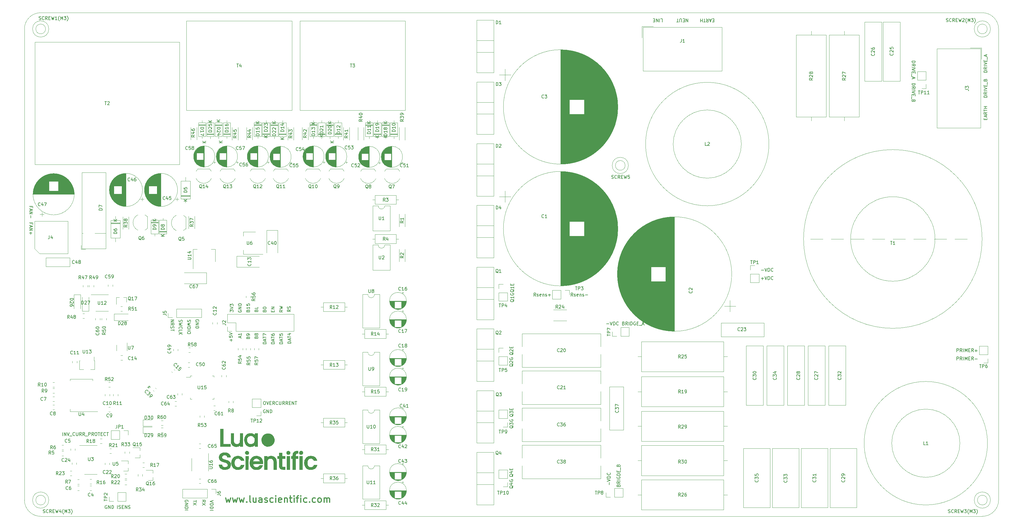
<source format=gbr>
%TF.GenerationSoftware,KiCad,Pcbnew,5.99.0-unknown-1f9723c~101~ubuntu18.04.1*%
%TF.CreationDate,2020-06-08T02:15:51+03:00*%
%TF.ProjectId,WaveUltrasonics,57617665-556c-4747-9261-736f6e696373,rev?*%
%TF.SameCoordinates,Original*%
%TF.FileFunction,Legend,Top*%
%TF.FilePolarity,Positive*%
%FSLAX46Y46*%
G04 Gerber Fmt 4.6, Leading zero omitted, Abs format (unit mm)*
G04 Created by KiCad (PCBNEW 5.99.0-unknown-1f9723c~101~ubuntu18.04.1) date 2020-06-08 02:15:51*
%MOMM*%
%LPD*%
G01*
G04 APERTURE LIST*
%ADD10C,0.150000*%
%ADD11C,0.300000*%
%ADD12C,0.120000*%
%TA.AperFunction,Profile*%
%ADD13C,0.050000*%
%TD*%
G04 APERTURE END LIST*
D10*
X111879000Y-208550000D02*
X111926619Y-208454761D01*
X111926619Y-208311904D01*
X111879000Y-208169047D01*
X111783761Y-208073809D01*
X111688523Y-208026190D01*
X111498047Y-207978571D01*
X111355190Y-207978571D01*
X111164714Y-208026190D01*
X111069476Y-208073809D01*
X110974238Y-208169047D01*
X110926619Y-208311904D01*
X110926619Y-208407142D01*
X110974238Y-208550000D01*
X111021857Y-208597619D01*
X111355190Y-208597619D01*
X111355190Y-208407142D01*
X110926619Y-209026190D02*
X111926619Y-209026190D01*
X110926619Y-209597619D01*
X111926619Y-209597619D01*
X110926619Y-210073809D02*
X111926619Y-210073809D01*
X111926619Y-210311904D01*
X111879000Y-210454761D01*
X111783761Y-210550000D01*
X111688523Y-210597619D01*
X111498047Y-210645238D01*
X111355190Y-210645238D01*
X111164714Y-210597619D01*
X111069476Y-210550000D01*
X110974238Y-210454761D01*
X110926619Y-210311904D01*
X110926619Y-210073809D01*
X110926619Y-211073809D02*
X111926619Y-211073809D01*
X114466619Y-208026095D02*
X114466619Y-208597523D01*
X113466619Y-208311809D02*
X114466619Y-208311809D01*
X114466619Y-208835619D02*
X113466619Y-209502285D01*
X114466619Y-209502285D02*
X113466619Y-208835619D01*
X116260619Y-208621333D02*
X116736809Y-208288000D01*
X116260619Y-208049904D02*
X117260619Y-208049904D01*
X117260619Y-208430857D01*
X117213000Y-208526095D01*
X117165380Y-208573714D01*
X117070142Y-208621333D01*
X116927285Y-208621333D01*
X116832047Y-208573714D01*
X116784428Y-208526095D01*
X116736809Y-208430857D01*
X116736809Y-208049904D01*
X117260619Y-208954666D02*
X116260619Y-209621333D01*
X117260619Y-209621333D02*
X116260619Y-208954666D01*
X119673619Y-208105571D02*
X118673619Y-208438904D01*
X119673619Y-208772238D01*
X118673619Y-209105571D02*
X119673619Y-209105571D01*
X119673619Y-209343666D01*
X119626000Y-209486523D01*
X119530761Y-209581761D01*
X119435523Y-209629380D01*
X119245047Y-209677000D01*
X119102190Y-209677000D01*
X118911714Y-209629380D01*
X118816476Y-209581761D01*
X118721238Y-209486523D01*
X118673619Y-209343666D01*
X118673619Y-209105571D01*
X118673619Y-210105571D02*
X119673619Y-210105571D01*
X119673619Y-210343666D01*
X119626000Y-210486523D01*
X119530761Y-210581761D01*
X119435523Y-210629380D01*
X119245047Y-210677000D01*
X119102190Y-210677000D01*
X118911714Y-210629380D01*
X118816476Y-210581761D01*
X118721238Y-210486523D01*
X118673619Y-210343666D01*
X118673619Y-210105571D01*
X118673619Y-211105571D02*
X119673619Y-211105571D01*
X132897571Y-157884761D02*
X132945190Y-157741904D01*
X132992809Y-157694285D01*
X133088047Y-157646666D01*
X133230904Y-157646666D01*
X133326142Y-157694285D01*
X133373761Y-157741904D01*
X133421380Y-157837142D01*
X133421380Y-158218095D01*
X132421380Y-158218095D01*
X132421380Y-157884761D01*
X132469000Y-157789523D01*
X132516619Y-157741904D01*
X132611857Y-157694285D01*
X132707095Y-157694285D01*
X132802333Y-157741904D01*
X132849952Y-157789523D01*
X132897571Y-157884761D01*
X132897571Y-158218095D01*
X132849952Y-157075238D02*
X132802333Y-157170476D01*
X132754714Y-157218095D01*
X132659476Y-157265714D01*
X132611857Y-157265714D01*
X132516619Y-157218095D01*
X132469000Y-157170476D01*
X132421380Y-157075238D01*
X132421380Y-156884761D01*
X132469000Y-156789523D01*
X132516619Y-156741904D01*
X132611857Y-156694285D01*
X132659476Y-156694285D01*
X132754714Y-156741904D01*
X132802333Y-156789523D01*
X132849952Y-156884761D01*
X132849952Y-157075238D01*
X132897571Y-157170476D01*
X132945190Y-157218095D01*
X133040428Y-157265714D01*
X133230904Y-157265714D01*
X133326142Y-157218095D01*
X133373761Y-157170476D01*
X133421380Y-157075238D01*
X133421380Y-156884761D01*
X133373761Y-156789523D01*
X133326142Y-156741904D01*
X133230904Y-156694285D01*
X133040428Y-156694285D01*
X132945190Y-156741904D01*
X132897571Y-156789523D01*
X132849952Y-156884761D01*
X115181000Y-153035095D02*
X115228619Y-152939857D01*
X115228619Y-152797000D01*
X115181000Y-152654142D01*
X115085761Y-152558904D01*
X114990523Y-152511285D01*
X114800047Y-152463666D01*
X114657190Y-152463666D01*
X114466714Y-152511285D01*
X114371476Y-152558904D01*
X114276238Y-152654142D01*
X114228619Y-152797000D01*
X114228619Y-152892238D01*
X114276238Y-153035095D01*
X114323857Y-153082714D01*
X114657190Y-153082714D01*
X114657190Y-152892238D01*
X114228619Y-153511285D02*
X115228619Y-153511285D01*
X114228619Y-154082714D01*
X115228619Y-154082714D01*
X114228619Y-154558904D02*
X115228619Y-154558904D01*
X115228619Y-154797000D01*
X115181000Y-154939857D01*
X115085761Y-155035095D01*
X114990523Y-155082714D01*
X114800047Y-155130333D01*
X114657190Y-155130333D01*
X114466714Y-155082714D01*
X114371476Y-155035095D01*
X114276238Y-154939857D01*
X114228619Y-154797000D01*
X114228619Y-154558904D01*
X111736238Y-152566952D02*
X111688619Y-152709809D01*
X111688619Y-152947904D01*
X111736238Y-153043142D01*
X111783857Y-153090761D01*
X111879095Y-153138380D01*
X111974333Y-153138380D01*
X112069571Y-153090761D01*
X112117190Y-153043142D01*
X112164809Y-152947904D01*
X112212428Y-152757428D01*
X112260047Y-152662190D01*
X112307666Y-152614571D01*
X112402904Y-152566952D01*
X112498142Y-152566952D01*
X112593380Y-152614571D01*
X112641000Y-152662190D01*
X112688619Y-152757428D01*
X112688619Y-152995523D01*
X112641000Y-153138380D01*
X112688619Y-153471714D02*
X111688619Y-153709809D01*
X112402904Y-153900285D01*
X111688619Y-154090761D01*
X112688619Y-154328857D01*
X111688619Y-154709809D02*
X112688619Y-154709809D01*
X112688619Y-154947904D01*
X112641000Y-155090761D01*
X112545761Y-155186000D01*
X112450523Y-155233619D01*
X112260047Y-155281238D01*
X112117190Y-155281238D01*
X111926714Y-155233619D01*
X111831476Y-155186000D01*
X111736238Y-155090761D01*
X111688619Y-154947904D01*
X111688619Y-154709809D01*
X111688619Y-155709809D02*
X112688619Y-155709809D01*
X112688619Y-156376476D02*
X112688619Y-156566952D01*
X112641000Y-156662190D01*
X112545761Y-156757428D01*
X112355285Y-156805047D01*
X112021952Y-156805047D01*
X111831476Y-156757428D01*
X111736238Y-156662190D01*
X111688619Y-156566952D01*
X111688619Y-156376476D01*
X111736238Y-156281238D01*
X111831476Y-156186000D01*
X112021952Y-156138380D01*
X112355285Y-156138380D01*
X112545761Y-156186000D01*
X112641000Y-156281238D01*
X112688619Y-156376476D01*
X109132738Y-152551095D02*
X109085119Y-152693952D01*
X109085119Y-152932047D01*
X109132738Y-153027285D01*
X109180357Y-153074904D01*
X109275595Y-153122523D01*
X109370833Y-153122523D01*
X109466071Y-153074904D01*
X109513690Y-153027285D01*
X109561309Y-152932047D01*
X109608928Y-152741571D01*
X109656547Y-152646333D01*
X109704166Y-152598714D01*
X109799404Y-152551095D01*
X109894642Y-152551095D01*
X109989880Y-152598714D01*
X110037500Y-152646333D01*
X110085119Y-152741571D01*
X110085119Y-152979666D01*
X110037500Y-153122523D01*
X110085119Y-153455857D02*
X109085119Y-153693952D01*
X109799404Y-153884428D01*
X109085119Y-154074904D01*
X110085119Y-154313000D01*
X109180357Y-155265380D02*
X109132738Y-155217761D01*
X109085119Y-155074904D01*
X109085119Y-154979666D01*
X109132738Y-154836809D01*
X109227976Y-154741571D01*
X109323214Y-154693952D01*
X109513690Y-154646333D01*
X109656547Y-154646333D01*
X109847023Y-154693952D01*
X109942261Y-154741571D01*
X110037500Y-154836809D01*
X110085119Y-154979666D01*
X110085119Y-155074904D01*
X110037500Y-155217761D01*
X109989880Y-155265380D01*
X109085119Y-156170142D02*
X109085119Y-155693952D01*
X110085119Y-155693952D01*
X109085119Y-156503476D02*
X110085119Y-156503476D01*
X109085119Y-157074904D02*
X109656547Y-156646333D01*
X110085119Y-157074904D02*
X109513690Y-156503476D01*
X106545119Y-152535142D02*
X107545119Y-152535142D01*
X106545119Y-153106571D01*
X107545119Y-153106571D01*
X106545119Y-154154190D02*
X107021309Y-153820857D01*
X106545119Y-153582761D02*
X107545119Y-153582761D01*
X107545119Y-153963714D01*
X107497500Y-154058952D01*
X107449880Y-154106571D01*
X107354642Y-154154190D01*
X107211785Y-154154190D01*
X107116547Y-154106571D01*
X107068928Y-154058952D01*
X107021309Y-153963714D01*
X107021309Y-153582761D01*
X106592738Y-154535142D02*
X106545119Y-154678000D01*
X106545119Y-154916095D01*
X106592738Y-155011333D01*
X106640357Y-155058952D01*
X106735595Y-155106571D01*
X106830833Y-155106571D01*
X106926071Y-155058952D01*
X106973690Y-155011333D01*
X107021309Y-154916095D01*
X107068928Y-154725619D01*
X107116547Y-154630380D01*
X107164166Y-154582761D01*
X107259404Y-154535142D01*
X107354642Y-154535142D01*
X107449880Y-154582761D01*
X107497500Y-154630380D01*
X107545119Y-154725619D01*
X107545119Y-154963714D01*
X107497500Y-155106571D01*
X107545119Y-155392285D02*
X107545119Y-155963714D01*
X106545119Y-155678000D02*
X107545119Y-155678000D01*
D11*
X123477761Y-207343428D02*
X123858714Y-208676761D01*
X124239666Y-207724380D01*
X124620619Y-208676761D01*
X125001571Y-207343428D01*
X125573000Y-207343428D02*
X125953952Y-208676761D01*
X126334904Y-207724380D01*
X126715857Y-208676761D01*
X127096809Y-207343428D01*
X127668238Y-207343428D02*
X128049190Y-208676761D01*
X128430142Y-207724380D01*
X128811095Y-208676761D01*
X129192047Y-207343428D01*
X129953952Y-208486285D02*
X130049190Y-208581523D01*
X129953952Y-208676761D01*
X129858714Y-208581523D01*
X129953952Y-208486285D01*
X129953952Y-208676761D01*
X131192047Y-208676761D02*
X131001571Y-208581523D01*
X130906333Y-208391047D01*
X130906333Y-206676761D01*
X132811095Y-207343428D02*
X132811095Y-208676761D01*
X131953952Y-207343428D02*
X131953952Y-208391047D01*
X132049190Y-208581523D01*
X132239666Y-208676761D01*
X132525380Y-208676761D01*
X132715857Y-208581523D01*
X132811095Y-208486285D01*
X134620619Y-208676761D02*
X134620619Y-207629142D01*
X134525380Y-207438666D01*
X134334904Y-207343428D01*
X133953952Y-207343428D01*
X133763476Y-207438666D01*
X134620619Y-208581523D02*
X134430142Y-208676761D01*
X133953952Y-208676761D01*
X133763476Y-208581523D01*
X133668238Y-208391047D01*
X133668238Y-208200571D01*
X133763476Y-208010095D01*
X133953952Y-207914857D01*
X134430142Y-207914857D01*
X134620619Y-207819619D01*
X135477761Y-208581523D02*
X135668238Y-208676761D01*
X136049190Y-208676761D01*
X136239666Y-208581523D01*
X136334904Y-208391047D01*
X136334904Y-208295809D01*
X136239666Y-208105333D01*
X136049190Y-208010095D01*
X135763476Y-208010095D01*
X135573000Y-207914857D01*
X135477761Y-207724380D01*
X135477761Y-207629142D01*
X135573000Y-207438666D01*
X135763476Y-207343428D01*
X136049190Y-207343428D01*
X136239666Y-207438666D01*
X138049190Y-208581523D02*
X137858714Y-208676761D01*
X137477761Y-208676761D01*
X137287285Y-208581523D01*
X137192047Y-208486285D01*
X137096809Y-208295809D01*
X137096809Y-207724380D01*
X137192047Y-207533904D01*
X137287285Y-207438666D01*
X137477761Y-207343428D01*
X137858714Y-207343428D01*
X138049190Y-207438666D01*
X138906333Y-208676761D02*
X138906333Y-207343428D01*
X138906333Y-206676761D02*
X138811095Y-206772000D01*
X138906333Y-206867238D01*
X139001571Y-206772000D01*
X138906333Y-206676761D01*
X138906333Y-206867238D01*
X140620619Y-208581523D02*
X140430142Y-208676761D01*
X140049190Y-208676761D01*
X139858714Y-208581523D01*
X139763476Y-208391047D01*
X139763476Y-207629142D01*
X139858714Y-207438666D01*
X140049190Y-207343428D01*
X140430142Y-207343428D01*
X140620619Y-207438666D01*
X140715857Y-207629142D01*
X140715857Y-207819619D01*
X139763476Y-208010095D01*
X141573000Y-207343428D02*
X141573000Y-208676761D01*
X141573000Y-207533904D02*
X141668238Y-207438666D01*
X141858714Y-207343428D01*
X142144428Y-207343428D01*
X142334904Y-207438666D01*
X142430142Y-207629142D01*
X142430142Y-208676761D01*
X143096809Y-207343428D02*
X143858714Y-207343428D01*
X143382523Y-206676761D02*
X143382523Y-208391047D01*
X143477761Y-208581523D01*
X143668238Y-208676761D01*
X143858714Y-208676761D01*
X144525380Y-208676761D02*
X144525380Y-207343428D01*
X144525380Y-206676761D02*
X144430142Y-206772000D01*
X144525380Y-206867238D01*
X144620619Y-206772000D01*
X144525380Y-206676761D01*
X144525380Y-206867238D01*
X145192047Y-207343428D02*
X145953952Y-207343428D01*
X145477761Y-208676761D02*
X145477761Y-206962476D01*
X145573000Y-206772000D01*
X145763476Y-206676761D01*
X145953952Y-206676761D01*
X146620619Y-208676761D02*
X146620619Y-207343428D01*
X146620619Y-206676761D02*
X146525380Y-206772000D01*
X146620619Y-206867238D01*
X146715857Y-206772000D01*
X146620619Y-206676761D01*
X146620619Y-206867238D01*
X148430142Y-208581523D02*
X148239666Y-208676761D01*
X147858714Y-208676761D01*
X147668238Y-208581523D01*
X147573000Y-208486285D01*
X147477761Y-208295809D01*
X147477761Y-207724380D01*
X147573000Y-207533904D01*
X147668238Y-207438666D01*
X147858714Y-207343428D01*
X148239666Y-207343428D01*
X148430142Y-207438666D01*
X149287285Y-208486285D02*
X149382523Y-208581523D01*
X149287285Y-208676761D01*
X149192047Y-208581523D01*
X149287285Y-208486285D01*
X149287285Y-208676761D01*
X151096809Y-208581523D02*
X150906333Y-208676761D01*
X150525380Y-208676761D01*
X150334904Y-208581523D01*
X150239666Y-208486285D01*
X150144428Y-208295809D01*
X150144428Y-207724380D01*
X150239666Y-207533904D01*
X150334904Y-207438666D01*
X150525380Y-207343428D01*
X150906333Y-207343428D01*
X151096809Y-207438666D01*
X152239666Y-208676761D02*
X152049190Y-208581523D01*
X151953952Y-208486285D01*
X151858714Y-208295809D01*
X151858714Y-207724380D01*
X151953952Y-207533904D01*
X152049190Y-207438666D01*
X152239666Y-207343428D01*
X152525380Y-207343428D01*
X152715857Y-207438666D01*
X152811095Y-207533904D01*
X152906333Y-207724380D01*
X152906333Y-208295809D01*
X152811095Y-208486285D01*
X152715857Y-208581523D01*
X152525380Y-208676761D01*
X152239666Y-208676761D01*
X153763476Y-208676761D02*
X153763476Y-207343428D01*
X153763476Y-207533904D02*
X153858714Y-207438666D01*
X154049190Y-207343428D01*
X154334904Y-207343428D01*
X154525380Y-207438666D01*
X154620619Y-207629142D01*
X154620619Y-208676761D01*
X154620619Y-207629142D02*
X154715857Y-207438666D01*
X154906333Y-207343428D01*
X155192047Y-207343428D01*
X155382523Y-207438666D01*
X155477761Y-207629142D01*
X155477761Y-208676761D01*
D10*
X242324285Y-108989761D02*
X242467142Y-109037380D01*
X242705238Y-109037380D01*
X242800476Y-108989761D01*
X242848095Y-108942142D01*
X242895714Y-108846904D01*
X242895714Y-108751666D01*
X242848095Y-108656428D01*
X242800476Y-108608809D01*
X242705238Y-108561190D01*
X242514761Y-108513571D01*
X242419523Y-108465952D01*
X242371904Y-108418333D01*
X242324285Y-108323095D01*
X242324285Y-108227857D01*
X242371904Y-108132619D01*
X242419523Y-108085000D01*
X242514761Y-108037380D01*
X242752857Y-108037380D01*
X242895714Y-108085000D01*
X243895714Y-108942142D02*
X243848095Y-108989761D01*
X243705238Y-109037380D01*
X243610000Y-109037380D01*
X243467142Y-108989761D01*
X243371904Y-108894523D01*
X243324285Y-108799285D01*
X243276666Y-108608809D01*
X243276666Y-108465952D01*
X243324285Y-108275476D01*
X243371904Y-108180238D01*
X243467142Y-108085000D01*
X243610000Y-108037380D01*
X243705238Y-108037380D01*
X243848095Y-108085000D01*
X243895714Y-108132619D01*
X244895714Y-109037380D02*
X244562380Y-108561190D01*
X244324285Y-109037380D02*
X244324285Y-108037380D01*
X244705238Y-108037380D01*
X244800476Y-108085000D01*
X244848095Y-108132619D01*
X244895714Y-108227857D01*
X244895714Y-108370714D01*
X244848095Y-108465952D01*
X244800476Y-108513571D01*
X244705238Y-108561190D01*
X244324285Y-108561190D01*
X245324285Y-108513571D02*
X245657619Y-108513571D01*
X245800476Y-109037380D02*
X245324285Y-109037380D01*
X245324285Y-108037380D01*
X245800476Y-108037380D01*
X246133809Y-108037380D02*
X246371904Y-109037380D01*
X246562380Y-108323095D01*
X246752857Y-109037380D01*
X246990952Y-108037380D01*
X247848095Y-108037380D02*
X247371904Y-108037380D01*
X247324285Y-108513571D01*
X247371904Y-108465952D01*
X247467142Y-108418333D01*
X247705238Y-108418333D01*
X247800476Y-108465952D01*
X247848095Y-108513571D01*
X247895714Y-108608809D01*
X247895714Y-108846904D01*
X247848095Y-108942142D01*
X247800476Y-108989761D01*
X247705238Y-109037380D01*
X247467142Y-109037380D01*
X247371904Y-108989761D01*
X247324285Y-108942142D01*
X67255000Y-211859761D02*
X67397857Y-211907380D01*
X67635952Y-211907380D01*
X67731190Y-211859761D01*
X67778809Y-211812142D01*
X67826428Y-211716904D01*
X67826428Y-211621666D01*
X67778809Y-211526428D01*
X67731190Y-211478809D01*
X67635952Y-211431190D01*
X67445476Y-211383571D01*
X67350238Y-211335952D01*
X67302619Y-211288333D01*
X67255000Y-211193095D01*
X67255000Y-211097857D01*
X67302619Y-211002619D01*
X67350238Y-210955000D01*
X67445476Y-210907380D01*
X67683571Y-210907380D01*
X67826428Y-210955000D01*
X68826428Y-211812142D02*
X68778809Y-211859761D01*
X68635952Y-211907380D01*
X68540714Y-211907380D01*
X68397857Y-211859761D01*
X68302619Y-211764523D01*
X68255000Y-211669285D01*
X68207380Y-211478809D01*
X68207380Y-211335952D01*
X68255000Y-211145476D01*
X68302619Y-211050238D01*
X68397857Y-210955000D01*
X68540714Y-210907380D01*
X68635952Y-210907380D01*
X68778809Y-210955000D01*
X68826428Y-211002619D01*
X69826428Y-211907380D02*
X69493095Y-211431190D01*
X69255000Y-211907380D02*
X69255000Y-210907380D01*
X69635952Y-210907380D01*
X69731190Y-210955000D01*
X69778809Y-211002619D01*
X69826428Y-211097857D01*
X69826428Y-211240714D01*
X69778809Y-211335952D01*
X69731190Y-211383571D01*
X69635952Y-211431190D01*
X69255000Y-211431190D01*
X70255000Y-211383571D02*
X70588333Y-211383571D01*
X70731190Y-211907380D02*
X70255000Y-211907380D01*
X70255000Y-210907380D01*
X70731190Y-210907380D01*
X71064523Y-210907380D02*
X71302619Y-211907380D01*
X71493095Y-211193095D01*
X71683571Y-211907380D01*
X71921666Y-210907380D01*
X72731190Y-211240714D02*
X72731190Y-211907380D01*
X72493095Y-210859761D02*
X72255000Y-211574047D01*
X72874047Y-211574047D01*
X73540714Y-212288333D02*
X73493095Y-212240714D01*
X73397857Y-212097857D01*
X73350238Y-212002619D01*
X73302619Y-211859761D01*
X73255000Y-211621666D01*
X73255000Y-211431190D01*
X73302619Y-211193095D01*
X73350238Y-211050238D01*
X73397857Y-210955000D01*
X73493095Y-210812142D01*
X73540714Y-210764523D01*
X73921666Y-211907380D02*
X73921666Y-210907380D01*
X74255000Y-211621666D01*
X74588333Y-210907380D01*
X74588333Y-211907380D01*
X74969285Y-210907380D02*
X75588333Y-210907380D01*
X75255000Y-211288333D01*
X75397857Y-211288333D01*
X75493095Y-211335952D01*
X75540714Y-211383571D01*
X75588333Y-211478809D01*
X75588333Y-211716904D01*
X75540714Y-211812142D01*
X75493095Y-211859761D01*
X75397857Y-211907380D01*
X75112142Y-211907380D01*
X75016904Y-211859761D01*
X74969285Y-211812142D01*
X75921666Y-212288333D02*
X75969285Y-212240714D01*
X76064523Y-212097857D01*
X76112142Y-212002619D01*
X76159761Y-211859761D01*
X76207380Y-211621666D01*
X76207380Y-211431190D01*
X76159761Y-211193095D01*
X76112142Y-211050238D01*
X76064523Y-210955000D01*
X75969285Y-210812142D01*
X75921666Y-210764523D01*
X346020000Y-211859761D02*
X346162857Y-211907380D01*
X346400952Y-211907380D01*
X346496190Y-211859761D01*
X346543809Y-211812142D01*
X346591428Y-211716904D01*
X346591428Y-211621666D01*
X346543809Y-211526428D01*
X346496190Y-211478809D01*
X346400952Y-211431190D01*
X346210476Y-211383571D01*
X346115238Y-211335952D01*
X346067619Y-211288333D01*
X346020000Y-211193095D01*
X346020000Y-211097857D01*
X346067619Y-211002619D01*
X346115238Y-210955000D01*
X346210476Y-210907380D01*
X346448571Y-210907380D01*
X346591428Y-210955000D01*
X347591428Y-211812142D02*
X347543809Y-211859761D01*
X347400952Y-211907380D01*
X347305714Y-211907380D01*
X347162857Y-211859761D01*
X347067619Y-211764523D01*
X347020000Y-211669285D01*
X346972380Y-211478809D01*
X346972380Y-211335952D01*
X347020000Y-211145476D01*
X347067619Y-211050238D01*
X347162857Y-210955000D01*
X347305714Y-210907380D01*
X347400952Y-210907380D01*
X347543809Y-210955000D01*
X347591428Y-211002619D01*
X348591428Y-211907380D02*
X348258095Y-211431190D01*
X348020000Y-211907380D02*
X348020000Y-210907380D01*
X348400952Y-210907380D01*
X348496190Y-210955000D01*
X348543809Y-211002619D01*
X348591428Y-211097857D01*
X348591428Y-211240714D01*
X348543809Y-211335952D01*
X348496190Y-211383571D01*
X348400952Y-211431190D01*
X348020000Y-211431190D01*
X349020000Y-211383571D02*
X349353333Y-211383571D01*
X349496190Y-211907380D02*
X349020000Y-211907380D01*
X349020000Y-210907380D01*
X349496190Y-210907380D01*
X349829523Y-210907380D02*
X350067619Y-211907380D01*
X350258095Y-211193095D01*
X350448571Y-211907380D01*
X350686666Y-210907380D01*
X350972380Y-210907380D02*
X351591428Y-210907380D01*
X351258095Y-211288333D01*
X351400952Y-211288333D01*
X351496190Y-211335952D01*
X351543809Y-211383571D01*
X351591428Y-211478809D01*
X351591428Y-211716904D01*
X351543809Y-211812142D01*
X351496190Y-211859761D01*
X351400952Y-211907380D01*
X351115238Y-211907380D01*
X351020000Y-211859761D01*
X350972380Y-211812142D01*
X352305714Y-212288333D02*
X352258095Y-212240714D01*
X352162857Y-212097857D01*
X352115238Y-212002619D01*
X352067619Y-211859761D01*
X352020000Y-211621666D01*
X352020000Y-211431190D01*
X352067619Y-211193095D01*
X352115238Y-211050238D01*
X352162857Y-210955000D01*
X352258095Y-210812142D01*
X352305714Y-210764523D01*
X352686666Y-211907380D02*
X352686666Y-210907380D01*
X353020000Y-211621666D01*
X353353333Y-210907380D01*
X353353333Y-211907380D01*
X353734285Y-210907380D02*
X354353333Y-210907380D01*
X354020000Y-211288333D01*
X354162857Y-211288333D01*
X354258095Y-211335952D01*
X354305714Y-211383571D01*
X354353333Y-211478809D01*
X354353333Y-211716904D01*
X354305714Y-211812142D01*
X354258095Y-211859761D01*
X354162857Y-211907380D01*
X353877142Y-211907380D01*
X353781904Y-211859761D01*
X353734285Y-211812142D01*
X354686666Y-212288333D02*
X354734285Y-212240714D01*
X354829523Y-212097857D01*
X354877142Y-212002619D01*
X354924761Y-211859761D01*
X354972380Y-211621666D01*
X354972380Y-211431190D01*
X354924761Y-211193095D01*
X354877142Y-211050238D01*
X354829523Y-210955000D01*
X354734285Y-210812142D01*
X354686666Y-210764523D01*
X345385000Y-60729761D02*
X345527857Y-60777380D01*
X345765952Y-60777380D01*
X345861190Y-60729761D01*
X345908809Y-60682142D01*
X345956428Y-60586904D01*
X345956428Y-60491666D01*
X345908809Y-60396428D01*
X345861190Y-60348809D01*
X345765952Y-60301190D01*
X345575476Y-60253571D01*
X345480238Y-60205952D01*
X345432619Y-60158333D01*
X345385000Y-60063095D01*
X345385000Y-59967857D01*
X345432619Y-59872619D01*
X345480238Y-59825000D01*
X345575476Y-59777380D01*
X345813571Y-59777380D01*
X345956428Y-59825000D01*
X346956428Y-60682142D02*
X346908809Y-60729761D01*
X346765952Y-60777380D01*
X346670714Y-60777380D01*
X346527857Y-60729761D01*
X346432619Y-60634523D01*
X346385000Y-60539285D01*
X346337380Y-60348809D01*
X346337380Y-60205952D01*
X346385000Y-60015476D01*
X346432619Y-59920238D01*
X346527857Y-59825000D01*
X346670714Y-59777380D01*
X346765952Y-59777380D01*
X346908809Y-59825000D01*
X346956428Y-59872619D01*
X347956428Y-60777380D02*
X347623095Y-60301190D01*
X347385000Y-60777380D02*
X347385000Y-59777380D01*
X347765952Y-59777380D01*
X347861190Y-59825000D01*
X347908809Y-59872619D01*
X347956428Y-59967857D01*
X347956428Y-60110714D01*
X347908809Y-60205952D01*
X347861190Y-60253571D01*
X347765952Y-60301190D01*
X347385000Y-60301190D01*
X348385000Y-60253571D02*
X348718333Y-60253571D01*
X348861190Y-60777380D02*
X348385000Y-60777380D01*
X348385000Y-59777380D01*
X348861190Y-59777380D01*
X349194523Y-59777380D02*
X349432619Y-60777380D01*
X349623095Y-60063095D01*
X349813571Y-60777380D01*
X350051666Y-59777380D01*
X350385000Y-59872619D02*
X350432619Y-59825000D01*
X350527857Y-59777380D01*
X350765952Y-59777380D01*
X350861190Y-59825000D01*
X350908809Y-59872619D01*
X350956428Y-59967857D01*
X350956428Y-60063095D01*
X350908809Y-60205952D01*
X350337380Y-60777380D01*
X350956428Y-60777380D01*
X351670714Y-61158333D02*
X351623095Y-61110714D01*
X351527857Y-60967857D01*
X351480238Y-60872619D01*
X351432619Y-60729761D01*
X351385000Y-60491666D01*
X351385000Y-60301190D01*
X351432619Y-60063095D01*
X351480238Y-59920238D01*
X351527857Y-59825000D01*
X351623095Y-59682142D01*
X351670714Y-59634523D01*
X352051666Y-60777380D02*
X352051666Y-59777380D01*
X352385000Y-60491666D01*
X352718333Y-59777380D01*
X352718333Y-60777380D01*
X353099285Y-59777380D02*
X353718333Y-59777380D01*
X353385000Y-60158333D01*
X353527857Y-60158333D01*
X353623095Y-60205952D01*
X353670714Y-60253571D01*
X353718333Y-60348809D01*
X353718333Y-60586904D01*
X353670714Y-60682142D01*
X353623095Y-60729761D01*
X353527857Y-60777380D01*
X353242142Y-60777380D01*
X353146904Y-60729761D01*
X353099285Y-60682142D01*
X354051666Y-61158333D02*
X354099285Y-61110714D01*
X354194523Y-60967857D01*
X354242142Y-60872619D01*
X354289761Y-60729761D01*
X354337380Y-60491666D01*
X354337380Y-60301190D01*
X354289761Y-60063095D01*
X354242142Y-59920238D01*
X354194523Y-59825000D01*
X354099285Y-59682142D01*
X354051666Y-59634523D01*
X65985000Y-60094761D02*
X66127857Y-60142380D01*
X66365952Y-60142380D01*
X66461190Y-60094761D01*
X66508809Y-60047142D01*
X66556428Y-59951904D01*
X66556428Y-59856666D01*
X66508809Y-59761428D01*
X66461190Y-59713809D01*
X66365952Y-59666190D01*
X66175476Y-59618571D01*
X66080238Y-59570952D01*
X66032619Y-59523333D01*
X65985000Y-59428095D01*
X65985000Y-59332857D01*
X66032619Y-59237619D01*
X66080238Y-59190000D01*
X66175476Y-59142380D01*
X66413571Y-59142380D01*
X66556428Y-59190000D01*
X67556428Y-60047142D02*
X67508809Y-60094761D01*
X67365952Y-60142380D01*
X67270714Y-60142380D01*
X67127857Y-60094761D01*
X67032619Y-59999523D01*
X66985000Y-59904285D01*
X66937380Y-59713809D01*
X66937380Y-59570952D01*
X66985000Y-59380476D01*
X67032619Y-59285238D01*
X67127857Y-59190000D01*
X67270714Y-59142380D01*
X67365952Y-59142380D01*
X67508809Y-59190000D01*
X67556428Y-59237619D01*
X68556428Y-60142380D02*
X68223095Y-59666190D01*
X67985000Y-60142380D02*
X67985000Y-59142380D01*
X68365952Y-59142380D01*
X68461190Y-59190000D01*
X68508809Y-59237619D01*
X68556428Y-59332857D01*
X68556428Y-59475714D01*
X68508809Y-59570952D01*
X68461190Y-59618571D01*
X68365952Y-59666190D01*
X67985000Y-59666190D01*
X68985000Y-59618571D02*
X69318333Y-59618571D01*
X69461190Y-60142380D02*
X68985000Y-60142380D01*
X68985000Y-59142380D01*
X69461190Y-59142380D01*
X69794523Y-59142380D02*
X70032619Y-60142380D01*
X70223095Y-59428095D01*
X70413571Y-60142380D01*
X70651666Y-59142380D01*
X71556428Y-60142380D02*
X70985000Y-60142380D01*
X71270714Y-60142380D02*
X71270714Y-59142380D01*
X71175476Y-59285238D01*
X71080238Y-59380476D01*
X70985000Y-59428095D01*
X72270714Y-60523333D02*
X72223095Y-60475714D01*
X72127857Y-60332857D01*
X72080238Y-60237619D01*
X72032619Y-60094761D01*
X71985000Y-59856666D01*
X71985000Y-59666190D01*
X72032619Y-59428095D01*
X72080238Y-59285238D01*
X72127857Y-59190000D01*
X72223095Y-59047142D01*
X72270714Y-58999523D01*
X72651666Y-60142380D02*
X72651666Y-59142380D01*
X72985000Y-59856666D01*
X73318333Y-59142380D01*
X73318333Y-60142380D01*
X73699285Y-59142380D02*
X74318333Y-59142380D01*
X73985000Y-59523333D01*
X74127857Y-59523333D01*
X74223095Y-59570952D01*
X74270714Y-59618571D01*
X74318333Y-59713809D01*
X74318333Y-59951904D01*
X74270714Y-60047142D01*
X74223095Y-60094761D01*
X74127857Y-60142380D01*
X73842142Y-60142380D01*
X73746904Y-60094761D01*
X73699285Y-60047142D01*
X74651666Y-60523333D02*
X74699285Y-60475714D01*
X74794523Y-60332857D01*
X74842142Y-60237619D01*
X74889761Y-60094761D01*
X74937380Y-59856666D01*
X74937380Y-59666190D01*
X74889761Y-59428095D01*
X74842142Y-59285238D01*
X74794523Y-59190000D01*
X74699285Y-59047142D01*
X74651666Y-58999523D01*
D12*
X247500000Y-105000000D02*
G75*
G03*
X247500000Y-105000000I-2500000J0D01*
G01*
D13*
X246500000Y-105000000D02*
G75*
G03*
X246500000Y-105000000I-1500000J0D01*
G01*
D10*
X73287809Y-188158380D02*
X73287809Y-187158380D01*
X73764000Y-188158380D02*
X73764000Y-187158380D01*
X74335428Y-188158380D01*
X74335428Y-187158380D01*
X74668761Y-187158380D02*
X75002095Y-188158380D01*
X75335428Y-187158380D01*
X75430666Y-188253619D02*
X76192571Y-188253619D01*
X77002095Y-188063142D02*
X76954476Y-188110761D01*
X76811619Y-188158380D01*
X76716380Y-188158380D01*
X76573523Y-188110761D01*
X76478285Y-188015523D01*
X76430666Y-187920285D01*
X76383047Y-187729809D01*
X76383047Y-187586952D01*
X76430666Y-187396476D01*
X76478285Y-187301238D01*
X76573523Y-187206000D01*
X76716380Y-187158380D01*
X76811619Y-187158380D01*
X76954476Y-187206000D01*
X77002095Y-187253619D01*
X77430666Y-187158380D02*
X77430666Y-187967904D01*
X77478285Y-188063142D01*
X77525904Y-188110761D01*
X77621142Y-188158380D01*
X77811619Y-188158380D01*
X77906857Y-188110761D01*
X77954476Y-188063142D01*
X78002095Y-187967904D01*
X78002095Y-187158380D01*
X79049714Y-188158380D02*
X78716380Y-187682190D01*
X78478285Y-188158380D02*
X78478285Y-187158380D01*
X78859238Y-187158380D01*
X78954476Y-187206000D01*
X79002095Y-187253619D01*
X79049714Y-187348857D01*
X79049714Y-187491714D01*
X79002095Y-187586952D01*
X78954476Y-187634571D01*
X78859238Y-187682190D01*
X78478285Y-187682190D01*
X80049714Y-188158380D02*
X79716380Y-187682190D01*
X79478285Y-188158380D02*
X79478285Y-187158380D01*
X79859238Y-187158380D01*
X79954476Y-187206000D01*
X80002095Y-187253619D01*
X80049714Y-187348857D01*
X80049714Y-187491714D01*
X80002095Y-187586952D01*
X79954476Y-187634571D01*
X79859238Y-187682190D01*
X79478285Y-187682190D01*
X80240190Y-188253619D02*
X81002095Y-188253619D01*
X81240190Y-188158380D02*
X81240190Y-187158380D01*
X81621142Y-187158380D01*
X81716380Y-187206000D01*
X81764000Y-187253619D01*
X81811619Y-187348857D01*
X81811619Y-187491714D01*
X81764000Y-187586952D01*
X81716380Y-187634571D01*
X81621142Y-187682190D01*
X81240190Y-187682190D01*
X82811619Y-188158380D02*
X82478285Y-187682190D01*
X82240190Y-188158380D02*
X82240190Y-187158380D01*
X82621142Y-187158380D01*
X82716380Y-187206000D01*
X82764000Y-187253619D01*
X82811619Y-187348857D01*
X82811619Y-187491714D01*
X82764000Y-187586952D01*
X82716380Y-187634571D01*
X82621142Y-187682190D01*
X82240190Y-187682190D01*
X83430666Y-187158380D02*
X83621142Y-187158380D01*
X83716380Y-187206000D01*
X83811619Y-187301238D01*
X83859238Y-187491714D01*
X83859238Y-187825047D01*
X83811619Y-188015523D01*
X83716380Y-188110761D01*
X83621142Y-188158380D01*
X83430666Y-188158380D01*
X83335428Y-188110761D01*
X83240190Y-188015523D01*
X83192571Y-187825047D01*
X83192571Y-187491714D01*
X83240190Y-187301238D01*
X83335428Y-187206000D01*
X83430666Y-187158380D01*
X84144952Y-187158380D02*
X84716380Y-187158380D01*
X84430666Y-188158380D02*
X84430666Y-187158380D01*
X85049714Y-187634571D02*
X85383047Y-187634571D01*
X85525904Y-188158380D02*
X85049714Y-188158380D01*
X85049714Y-187158380D01*
X85525904Y-187158380D01*
X86525904Y-188063142D02*
X86478285Y-188110761D01*
X86335428Y-188158380D01*
X86240190Y-188158380D01*
X86097333Y-188110761D01*
X86002095Y-188015523D01*
X85954476Y-187920285D01*
X85906857Y-187729809D01*
X85906857Y-187586952D01*
X85954476Y-187396476D01*
X86002095Y-187301238D01*
X86097333Y-187206000D01*
X86240190Y-187158380D01*
X86335428Y-187158380D01*
X86478285Y-187206000D01*
X86525904Y-187253619D01*
X86811619Y-187158380D02*
X87383047Y-187158380D01*
X87097333Y-188158380D02*
X87097333Y-187158380D01*
D13*
X61500000Y-63000000D02*
G75*
G02*
X66500000Y-58000000I5000000J0D01*
G01*
D12*
X69000000Y-63000000D02*
G75*
G03*
X69000000Y-63000000I-2500000J0D01*
G01*
D13*
X68000000Y-63000000D02*
G75*
G03*
X68000000Y-63000000I-1500000J0D01*
G01*
X68000000Y-208000000D02*
G75*
G03*
X68000000Y-208000000I-1500000J0D01*
G01*
D12*
X69000000Y-208000000D02*
G75*
G03*
X69000000Y-208000000I-2500000J0D01*
G01*
D13*
X66500000Y-213000000D02*
G75*
G02*
X61500000Y-208000000I0J5000000D01*
G01*
X358000000Y-63000000D02*
G75*
G03*
X358000000Y-63000000I-1500000J0D01*
G01*
D12*
X359000000Y-63000000D02*
G75*
G03*
X359000000Y-63000000I-2500000J0D01*
G01*
X359000000Y-208000000D02*
G75*
G03*
X359000000Y-208000000I-2500000J0D01*
G01*
D13*
X358000000Y-208000000D02*
G75*
G03*
X358000000Y-208000000I-1500000J0D01*
G01*
X361500000Y-208000000D02*
G75*
G02*
X356500000Y-213000000I-5000000J0D01*
G01*
X356500000Y-58000000D02*
G75*
G02*
X361500000Y-63000000I0J-5000000D01*
G01*
D10*
X288385476Y-137231428D02*
X289147380Y-137231428D01*
X289480714Y-136612380D02*
X289814047Y-137612380D01*
X290147380Y-136612380D01*
X290480714Y-137612380D02*
X290480714Y-136612380D01*
X290718809Y-136612380D01*
X290861666Y-136660000D01*
X290956904Y-136755238D01*
X291004523Y-136850476D01*
X291052142Y-137040952D01*
X291052142Y-137183809D01*
X291004523Y-137374285D01*
X290956904Y-137469523D01*
X290861666Y-137564761D01*
X290718809Y-137612380D01*
X290480714Y-137612380D01*
X292052142Y-137517142D02*
X292004523Y-137564761D01*
X291861666Y-137612380D01*
X291766428Y-137612380D01*
X291623571Y-137564761D01*
X291528333Y-137469523D01*
X291480714Y-137374285D01*
X291433095Y-137183809D01*
X291433095Y-137040952D01*
X291480714Y-136850476D01*
X291528333Y-136755238D01*
X291623571Y-136660000D01*
X291766428Y-136612380D01*
X291861666Y-136612380D01*
X292004523Y-136660000D01*
X292052142Y-136707619D01*
X288385476Y-139771428D02*
X289147380Y-139771428D01*
X288766428Y-140152380D02*
X288766428Y-139390476D01*
X289480714Y-139152380D02*
X289814047Y-140152380D01*
X290147380Y-139152380D01*
X290480714Y-140152380D02*
X290480714Y-139152380D01*
X290718809Y-139152380D01*
X290861666Y-139200000D01*
X290956904Y-139295238D01*
X291004523Y-139390476D01*
X291052142Y-139580952D01*
X291052142Y-139723809D01*
X291004523Y-139914285D01*
X290956904Y-140009523D01*
X290861666Y-140104761D01*
X290718809Y-140152380D01*
X290480714Y-140152380D01*
X292052142Y-140057142D02*
X292004523Y-140104761D01*
X291861666Y-140152380D01*
X291766428Y-140152380D01*
X291623571Y-140104761D01*
X291528333Y-140009523D01*
X291480714Y-139914285D01*
X291433095Y-139723809D01*
X291433095Y-139580952D01*
X291480714Y-139390476D01*
X291528333Y-139295238D01*
X291623571Y-139200000D01*
X291766428Y-139152380D01*
X291861666Y-139152380D01*
X292004523Y-139200000D01*
X292052142Y-139247619D01*
X125166428Y-159146714D02*
X125166428Y-158384809D01*
X125547380Y-158765761D02*
X124785476Y-158765761D01*
X124547380Y-157432428D02*
X124547380Y-157908619D01*
X125023571Y-157956238D01*
X124975952Y-157908619D01*
X124928333Y-157813380D01*
X124928333Y-157575285D01*
X124975952Y-157480047D01*
X125023571Y-157432428D01*
X125118809Y-157384809D01*
X125356904Y-157384809D01*
X125452142Y-157432428D01*
X125499761Y-157480047D01*
X125547380Y-157575285D01*
X125547380Y-157813380D01*
X125499761Y-157908619D01*
X125452142Y-157956238D01*
X124547380Y-157099095D02*
X125547380Y-156765761D01*
X124547380Y-156432428D01*
X128055666Y-158067285D02*
X128055666Y-157591095D01*
X128341380Y-158162523D02*
X127341380Y-157829190D01*
X128341380Y-157495857D01*
X128341380Y-156638714D02*
X128341380Y-157210142D01*
X128341380Y-156924428D02*
X127341380Y-156924428D01*
X127484238Y-157019666D01*
X127579476Y-157114904D01*
X127627095Y-157210142D01*
X130357571Y-158011761D02*
X130405190Y-157868904D01*
X130452809Y-157821285D01*
X130548047Y-157773666D01*
X130690904Y-157773666D01*
X130786142Y-157821285D01*
X130833761Y-157868904D01*
X130881380Y-157964142D01*
X130881380Y-158345095D01*
X129881380Y-158345095D01*
X129881380Y-158011761D01*
X129929000Y-157916523D01*
X129976619Y-157868904D01*
X130071857Y-157821285D01*
X130167095Y-157821285D01*
X130262333Y-157868904D01*
X130309952Y-157916523D01*
X130357571Y-158011761D01*
X130357571Y-158345095D01*
X130881380Y-157297476D02*
X130881380Y-157107000D01*
X130833761Y-157011761D01*
X130786142Y-156964142D01*
X130643285Y-156868904D01*
X130452809Y-156821285D01*
X130071857Y-156821285D01*
X129976619Y-156868904D01*
X129929000Y-156916523D01*
X129881380Y-157011761D01*
X129881380Y-157202238D01*
X129929000Y-157297476D01*
X129976619Y-157345095D01*
X130071857Y-157392714D01*
X130309952Y-157392714D01*
X130405190Y-157345095D01*
X130452809Y-157297476D01*
X130500428Y-157202238D01*
X130500428Y-157011761D01*
X130452809Y-156916523D01*
X130405190Y-156868904D01*
X130309952Y-156821285D01*
X124801380Y-150082095D02*
X124801380Y-149463047D01*
X125182333Y-149796380D01*
X125182333Y-149653523D01*
X125229952Y-149558285D01*
X125277571Y-149510666D01*
X125372809Y-149463047D01*
X125610904Y-149463047D01*
X125706142Y-149510666D01*
X125753761Y-149558285D01*
X125801380Y-149653523D01*
X125801380Y-149939238D01*
X125753761Y-150034476D01*
X125706142Y-150082095D01*
X124801380Y-149177333D02*
X125801380Y-148844000D01*
X124801380Y-148510666D01*
X124801380Y-148272571D02*
X124801380Y-147653523D01*
X125182333Y-147986857D01*
X125182333Y-147844000D01*
X125229952Y-147748761D01*
X125277571Y-147701142D01*
X125372809Y-147653523D01*
X125610904Y-147653523D01*
X125706142Y-147701142D01*
X125753761Y-147748761D01*
X125801380Y-147844000D01*
X125801380Y-148129714D01*
X125753761Y-148224952D01*
X125706142Y-148272571D01*
X127389000Y-149605904D02*
X127341380Y-149701142D01*
X127341380Y-149844000D01*
X127389000Y-149986857D01*
X127484238Y-150082095D01*
X127579476Y-150129714D01*
X127769952Y-150177333D01*
X127912809Y-150177333D01*
X128103285Y-150129714D01*
X128198523Y-150082095D01*
X128293761Y-149986857D01*
X128341380Y-149844000D01*
X128341380Y-149748761D01*
X128293761Y-149605904D01*
X128246142Y-149558285D01*
X127912809Y-149558285D01*
X127912809Y-149748761D01*
X128341380Y-149129714D02*
X127341380Y-149129714D01*
X128341380Y-148558285D01*
X127341380Y-148558285D01*
X128341380Y-148082095D02*
X127341380Y-148082095D01*
X127341380Y-147844000D01*
X127389000Y-147701142D01*
X127484238Y-147605904D01*
X127579476Y-147558285D01*
X127769952Y-147510666D01*
X127912809Y-147510666D01*
X128103285Y-147558285D01*
X128198523Y-147605904D01*
X128293761Y-147701142D01*
X128341380Y-147844000D01*
X128341380Y-148082095D01*
X130357571Y-149724952D02*
X130405190Y-149582095D01*
X130452809Y-149534476D01*
X130548047Y-149486857D01*
X130690904Y-149486857D01*
X130786142Y-149534476D01*
X130833761Y-149582095D01*
X130881380Y-149677333D01*
X130881380Y-150058285D01*
X129881380Y-150058285D01*
X129881380Y-149724952D01*
X129929000Y-149629714D01*
X129976619Y-149582095D01*
X130071857Y-149534476D01*
X130167095Y-149534476D01*
X130262333Y-149582095D01*
X130309952Y-149629714D01*
X130357571Y-149724952D01*
X130357571Y-150058285D01*
X130881380Y-148534476D02*
X130881380Y-149105904D01*
X130881380Y-148820190D02*
X129881380Y-148820190D01*
X130024238Y-148915428D01*
X130119476Y-149010666D01*
X130167095Y-149105904D01*
X129881380Y-147629714D02*
X129881380Y-148105904D01*
X130357571Y-148153523D01*
X130309952Y-148105904D01*
X130262333Y-148010666D01*
X130262333Y-147772571D01*
X130309952Y-147677333D01*
X130357571Y-147629714D01*
X130452809Y-147582095D01*
X130690904Y-147582095D01*
X130786142Y-147629714D01*
X130833761Y-147677333D01*
X130881380Y-147772571D01*
X130881380Y-148010666D01*
X130833761Y-148105904D01*
X130786142Y-148153523D01*
X240760476Y-153741428D02*
X241522380Y-153741428D01*
X241855714Y-153122380D02*
X242189047Y-154122380D01*
X242522380Y-153122380D01*
X242855714Y-154122380D02*
X242855714Y-153122380D01*
X243093809Y-153122380D01*
X243236666Y-153170000D01*
X243331904Y-153265238D01*
X243379523Y-153360476D01*
X243427142Y-153550952D01*
X243427142Y-153693809D01*
X243379523Y-153884285D01*
X243331904Y-153979523D01*
X243236666Y-154074761D01*
X243093809Y-154122380D01*
X242855714Y-154122380D01*
X244427142Y-154027142D02*
X244379523Y-154074761D01*
X244236666Y-154122380D01*
X244141428Y-154122380D01*
X243998571Y-154074761D01*
X243903333Y-153979523D01*
X243855714Y-153884285D01*
X243808095Y-153693809D01*
X243808095Y-153550952D01*
X243855714Y-153360476D01*
X243903333Y-153265238D01*
X243998571Y-153170000D01*
X244141428Y-153122380D01*
X244236666Y-153122380D01*
X244379523Y-153170000D01*
X244427142Y-153217619D01*
X218980000Y-145232380D02*
X218646666Y-144756190D01*
X218408571Y-145232380D02*
X218408571Y-144232380D01*
X218789523Y-144232380D01*
X218884761Y-144280000D01*
X218932380Y-144327619D01*
X218980000Y-144422857D01*
X218980000Y-144565714D01*
X218932380Y-144660952D01*
X218884761Y-144708571D01*
X218789523Y-144756190D01*
X218408571Y-144756190D01*
X219360952Y-145184761D02*
X219456190Y-145232380D01*
X219646666Y-145232380D01*
X219741904Y-145184761D01*
X219789523Y-145089523D01*
X219789523Y-145041904D01*
X219741904Y-144946666D01*
X219646666Y-144899047D01*
X219503809Y-144899047D01*
X219408571Y-144851428D01*
X219360952Y-144756190D01*
X219360952Y-144708571D01*
X219408571Y-144613333D01*
X219503809Y-144565714D01*
X219646666Y-144565714D01*
X219741904Y-144613333D01*
X220599047Y-145184761D02*
X220503809Y-145232380D01*
X220313333Y-145232380D01*
X220218095Y-145184761D01*
X220170476Y-145089523D01*
X220170476Y-144708571D01*
X220218095Y-144613333D01*
X220313333Y-144565714D01*
X220503809Y-144565714D01*
X220599047Y-144613333D01*
X220646666Y-144708571D01*
X220646666Y-144803809D01*
X220170476Y-144899047D01*
X221075238Y-144565714D02*
X221075238Y-145232380D01*
X221075238Y-144660952D02*
X221122857Y-144613333D01*
X221218095Y-144565714D01*
X221360952Y-144565714D01*
X221456190Y-144613333D01*
X221503809Y-144708571D01*
X221503809Y-145232380D01*
X221932380Y-145184761D02*
X222027619Y-145232380D01*
X222218095Y-145232380D01*
X222313333Y-145184761D01*
X222360952Y-145089523D01*
X222360952Y-145041904D01*
X222313333Y-144946666D01*
X222218095Y-144899047D01*
X222075238Y-144899047D01*
X221980000Y-144851428D01*
X221932380Y-144756190D01*
X221932380Y-144708571D01*
X221980000Y-144613333D01*
X222075238Y-144565714D01*
X222218095Y-144565714D01*
X222313333Y-144613333D01*
X222789523Y-144851428D02*
X223551428Y-144851428D01*
X223170476Y-145232380D02*
X223170476Y-144470476D01*
X334827619Y-79788095D02*
X335827619Y-79788095D01*
X335827619Y-80026190D01*
X335780000Y-80169047D01*
X335684761Y-80264285D01*
X335589523Y-80311904D01*
X335399047Y-80359523D01*
X335256190Y-80359523D01*
X335065714Y-80311904D01*
X334970476Y-80264285D01*
X334875238Y-80169047D01*
X334827619Y-80026190D01*
X334827619Y-79788095D01*
X334827619Y-81359523D02*
X335303809Y-81026190D01*
X334827619Y-80788095D02*
X335827619Y-80788095D01*
X335827619Y-81169047D01*
X335780000Y-81264285D01*
X335732380Y-81311904D01*
X335637142Y-81359523D01*
X335494285Y-81359523D01*
X335399047Y-81311904D01*
X335351428Y-81264285D01*
X335303809Y-81169047D01*
X335303809Y-80788095D01*
X334827619Y-81788095D02*
X335827619Y-81788095D01*
X335827619Y-82121428D02*
X334827619Y-82454761D01*
X335827619Y-82788095D01*
X335351428Y-83121428D02*
X335351428Y-83454761D01*
X334827619Y-83597619D02*
X334827619Y-83121428D01*
X335827619Y-83121428D01*
X335827619Y-83597619D01*
X334732380Y-83788095D02*
X334732380Y-84550000D01*
X335351428Y-85121428D02*
X335303809Y-85264285D01*
X335256190Y-85311904D01*
X335160952Y-85359523D01*
X335018095Y-85359523D01*
X334922857Y-85311904D01*
X334875238Y-85264285D01*
X334827619Y-85169047D01*
X334827619Y-84788095D01*
X335827619Y-84788095D01*
X335827619Y-85121428D01*
X335780000Y-85216666D01*
X335732380Y-85264285D01*
X335637142Y-85311904D01*
X335541904Y-85311904D01*
X335446666Y-85264285D01*
X335399047Y-85216666D01*
X335351428Y-85121428D01*
X335351428Y-84788095D01*
X334827619Y-72874523D02*
X335827619Y-72874523D01*
X335827619Y-73112619D01*
X335780000Y-73255476D01*
X335684761Y-73350714D01*
X335589523Y-73398333D01*
X335399047Y-73445952D01*
X335256190Y-73445952D01*
X335065714Y-73398333D01*
X334970476Y-73350714D01*
X334875238Y-73255476D01*
X334827619Y-73112619D01*
X334827619Y-72874523D01*
X334827619Y-74445952D02*
X335303809Y-74112619D01*
X334827619Y-73874523D02*
X335827619Y-73874523D01*
X335827619Y-74255476D01*
X335780000Y-74350714D01*
X335732380Y-74398333D01*
X335637142Y-74445952D01*
X335494285Y-74445952D01*
X335399047Y-74398333D01*
X335351428Y-74350714D01*
X335303809Y-74255476D01*
X335303809Y-73874523D01*
X334827619Y-74874523D02*
X335827619Y-74874523D01*
X335827619Y-75207857D02*
X334827619Y-75541190D01*
X335827619Y-75874523D01*
X335351428Y-76207857D02*
X335351428Y-76541190D01*
X334827619Y-76684047D02*
X334827619Y-76207857D01*
X335827619Y-76207857D01*
X335827619Y-76684047D01*
X334732380Y-76874523D02*
X334732380Y-77636428D01*
X335113333Y-77826904D02*
X335113333Y-78303095D01*
X334827619Y-77731666D02*
X335827619Y-78065000D01*
X334827619Y-78398333D01*
X135636095Y-180221000D02*
X135540857Y-180173380D01*
X135398000Y-180173380D01*
X135255142Y-180221000D01*
X135159904Y-180316238D01*
X135112285Y-180411476D01*
X135064666Y-180601952D01*
X135064666Y-180744809D01*
X135112285Y-180935285D01*
X135159904Y-181030523D01*
X135255142Y-181125761D01*
X135398000Y-181173380D01*
X135493238Y-181173380D01*
X135636095Y-181125761D01*
X135683714Y-181078142D01*
X135683714Y-180744809D01*
X135493238Y-180744809D01*
X136112285Y-181173380D02*
X136112285Y-180173380D01*
X136683714Y-181173380D01*
X136683714Y-180173380D01*
X137159904Y-181173380D02*
X137159904Y-180173380D01*
X137398000Y-180173380D01*
X137540857Y-180221000D01*
X137636095Y-180316238D01*
X137683714Y-180411476D01*
X137731333Y-180601952D01*
X137731333Y-180744809D01*
X137683714Y-180935285D01*
X137636095Y-181030523D01*
X137540857Y-181125761D01*
X137398000Y-181173380D01*
X137159904Y-181173380D01*
X135350857Y-177633380D02*
X135541333Y-177633380D01*
X135636571Y-177681000D01*
X135731809Y-177776238D01*
X135779428Y-177966714D01*
X135779428Y-178300047D01*
X135731809Y-178490523D01*
X135636571Y-178585761D01*
X135541333Y-178633380D01*
X135350857Y-178633380D01*
X135255619Y-178585761D01*
X135160380Y-178490523D01*
X135112761Y-178300047D01*
X135112761Y-177966714D01*
X135160380Y-177776238D01*
X135255619Y-177681000D01*
X135350857Y-177633380D01*
X136065142Y-177633380D02*
X136398476Y-178633380D01*
X136731809Y-177633380D01*
X137065142Y-178109571D02*
X137398476Y-178109571D01*
X137541333Y-178633380D02*
X137065142Y-178633380D01*
X137065142Y-177633380D01*
X137541333Y-177633380D01*
X138541333Y-178633380D02*
X138208000Y-178157190D01*
X137969904Y-178633380D02*
X137969904Y-177633380D01*
X138350857Y-177633380D01*
X138446095Y-177681000D01*
X138493714Y-177728619D01*
X138541333Y-177823857D01*
X138541333Y-177966714D01*
X138493714Y-178061952D01*
X138446095Y-178109571D01*
X138350857Y-178157190D01*
X137969904Y-178157190D01*
X139541333Y-178538142D02*
X139493714Y-178585761D01*
X139350857Y-178633380D01*
X139255619Y-178633380D01*
X139112761Y-178585761D01*
X139017523Y-178490523D01*
X138969904Y-178395285D01*
X138922285Y-178204809D01*
X138922285Y-178061952D01*
X138969904Y-177871476D01*
X139017523Y-177776238D01*
X139112761Y-177681000D01*
X139255619Y-177633380D01*
X139350857Y-177633380D01*
X139493714Y-177681000D01*
X139541333Y-177728619D01*
X139969904Y-177633380D02*
X139969904Y-178442904D01*
X140017523Y-178538142D01*
X140065142Y-178585761D01*
X140160380Y-178633380D01*
X140350857Y-178633380D01*
X140446095Y-178585761D01*
X140493714Y-178538142D01*
X140541333Y-178442904D01*
X140541333Y-177633380D01*
X141588952Y-178633380D02*
X141255619Y-178157190D01*
X141017523Y-178633380D02*
X141017523Y-177633380D01*
X141398476Y-177633380D01*
X141493714Y-177681000D01*
X141541333Y-177728619D01*
X141588952Y-177823857D01*
X141588952Y-177966714D01*
X141541333Y-178061952D01*
X141493714Y-178109571D01*
X141398476Y-178157190D01*
X141017523Y-178157190D01*
X142588952Y-178633380D02*
X142255619Y-178157190D01*
X142017523Y-178633380D02*
X142017523Y-177633380D01*
X142398476Y-177633380D01*
X142493714Y-177681000D01*
X142541333Y-177728619D01*
X142588952Y-177823857D01*
X142588952Y-177966714D01*
X142541333Y-178061952D01*
X142493714Y-178109571D01*
X142398476Y-178157190D01*
X142017523Y-178157190D01*
X143017523Y-178109571D02*
X143350857Y-178109571D01*
X143493714Y-178633380D02*
X143017523Y-178633380D01*
X143017523Y-177633380D01*
X143493714Y-177633380D01*
X143922285Y-178633380D02*
X143922285Y-177633380D01*
X144493714Y-178633380D01*
X144493714Y-177633380D01*
X144827047Y-177633380D02*
X145398476Y-177633380D01*
X145112761Y-178633380D02*
X145112761Y-177633380D01*
X86868095Y-209685000D02*
X86772857Y-209637380D01*
X86630000Y-209637380D01*
X86487142Y-209685000D01*
X86391904Y-209780238D01*
X86344285Y-209875476D01*
X86296666Y-210065952D01*
X86296666Y-210208809D01*
X86344285Y-210399285D01*
X86391904Y-210494523D01*
X86487142Y-210589761D01*
X86630000Y-210637380D01*
X86725238Y-210637380D01*
X86868095Y-210589761D01*
X86915714Y-210542142D01*
X86915714Y-210208809D01*
X86725238Y-210208809D01*
X87344285Y-210637380D02*
X87344285Y-209637380D01*
X87915714Y-210637380D01*
X87915714Y-209637380D01*
X88391904Y-210637380D02*
X88391904Y-209637380D01*
X88630000Y-209637380D01*
X88772857Y-209685000D01*
X88868095Y-209780238D01*
X88915714Y-209875476D01*
X88963333Y-210065952D01*
X88963333Y-210208809D01*
X88915714Y-210399285D01*
X88868095Y-210494523D01*
X88772857Y-210589761D01*
X88630000Y-210637380D01*
X88391904Y-210637380D01*
X90146428Y-210637380D02*
X90146428Y-209637380D01*
X90575000Y-210589761D02*
X90717857Y-210637380D01*
X90955952Y-210637380D01*
X91051190Y-210589761D01*
X91098809Y-210542142D01*
X91146428Y-210446904D01*
X91146428Y-210351666D01*
X91098809Y-210256428D01*
X91051190Y-210208809D01*
X90955952Y-210161190D01*
X90765476Y-210113571D01*
X90670238Y-210065952D01*
X90622619Y-210018333D01*
X90575000Y-209923095D01*
X90575000Y-209827857D01*
X90622619Y-209732619D01*
X90670238Y-209685000D01*
X90765476Y-209637380D01*
X91003571Y-209637380D01*
X91146428Y-209685000D01*
X91575000Y-210113571D02*
X91908333Y-210113571D01*
X92051190Y-210637380D02*
X91575000Y-210637380D01*
X91575000Y-209637380D01*
X92051190Y-209637380D01*
X92479761Y-210637380D02*
X92479761Y-209637380D01*
X93051190Y-210637380D01*
X93051190Y-209637380D01*
X93479761Y-210589761D02*
X93622619Y-210637380D01*
X93860714Y-210637380D01*
X93955952Y-210589761D01*
X94003571Y-210542142D01*
X94051190Y-210446904D01*
X94051190Y-210351666D01*
X94003571Y-210256428D01*
X93955952Y-210208809D01*
X93860714Y-210161190D01*
X93670238Y-210113571D01*
X93575000Y-210065952D01*
X93527380Y-210018333D01*
X93479761Y-209923095D01*
X93479761Y-209827857D01*
X93527380Y-209732619D01*
X93575000Y-209685000D01*
X93670238Y-209637380D01*
X93908333Y-209637380D01*
X94051190Y-209685000D01*
X132897571Y-149685333D02*
X132945190Y-149542476D01*
X132992809Y-149494857D01*
X133088047Y-149447238D01*
X133230904Y-149447238D01*
X133326142Y-149494857D01*
X133373761Y-149542476D01*
X133421380Y-149637714D01*
X133421380Y-150018666D01*
X132421380Y-150018666D01*
X132421380Y-149685333D01*
X132469000Y-149590095D01*
X132516619Y-149542476D01*
X132611857Y-149494857D01*
X132707095Y-149494857D01*
X132802333Y-149542476D01*
X132849952Y-149590095D01*
X132897571Y-149685333D01*
X132897571Y-150018666D01*
X133421380Y-148542476D02*
X133421380Y-149018666D01*
X132421380Y-149018666D01*
X135437571Y-149756761D02*
X135485190Y-149613904D01*
X135532809Y-149566285D01*
X135628047Y-149518666D01*
X135770904Y-149518666D01*
X135866142Y-149566285D01*
X135913761Y-149613904D01*
X135961380Y-149709142D01*
X135961380Y-150090095D01*
X134961380Y-150090095D01*
X134961380Y-149756761D01*
X135009000Y-149661523D01*
X135056619Y-149613904D01*
X135151857Y-149566285D01*
X135247095Y-149566285D01*
X135342333Y-149613904D01*
X135389952Y-149661523D01*
X135437571Y-149756761D01*
X135437571Y-150090095D01*
X134961380Y-148899619D02*
X134961380Y-148804380D01*
X135009000Y-148709142D01*
X135056619Y-148661523D01*
X135151857Y-148613904D01*
X135342333Y-148566285D01*
X135580428Y-148566285D01*
X135770904Y-148613904D01*
X135866142Y-148661523D01*
X135913761Y-148709142D01*
X135961380Y-148804380D01*
X135961380Y-148899619D01*
X135913761Y-148994857D01*
X135866142Y-149042476D01*
X135770904Y-149090095D01*
X135580428Y-149137714D01*
X135342333Y-149137714D01*
X135151857Y-149090095D01*
X135056619Y-149042476D01*
X135009000Y-148994857D01*
X134961380Y-148899619D01*
X137977571Y-150090095D02*
X137977571Y-149756761D01*
X138501380Y-149613904D02*
X138501380Y-150090095D01*
X137501380Y-150090095D01*
X137501380Y-149613904D01*
X138501380Y-149185333D02*
X137501380Y-149185333D01*
X138501380Y-148613904D01*
X137501380Y-148613904D01*
X141041380Y-149486904D02*
X140565190Y-149820238D01*
X141041380Y-150058333D02*
X140041380Y-150058333D01*
X140041380Y-149677380D01*
X140089000Y-149582142D01*
X140136619Y-149534523D01*
X140231857Y-149486904D01*
X140374714Y-149486904D01*
X140469952Y-149534523D01*
X140517571Y-149582142D01*
X140565190Y-149677380D01*
X140565190Y-150058333D01*
X140041380Y-149153571D02*
X141041380Y-148915476D01*
X140327095Y-148725000D01*
X141041380Y-148534523D01*
X140041380Y-148296428D01*
X143454380Y-149391666D02*
X142978190Y-149725000D01*
X143454380Y-149963095D02*
X142454380Y-149963095D01*
X142454380Y-149582142D01*
X142502000Y-149486904D01*
X142549619Y-149439285D01*
X142644857Y-149391666D01*
X142787714Y-149391666D01*
X142882952Y-149439285D01*
X142930571Y-149486904D01*
X142978190Y-149582142D01*
X142978190Y-149963095D01*
X143406761Y-149010714D02*
X143454380Y-148867857D01*
X143454380Y-148629761D01*
X143406761Y-148534523D01*
X143359142Y-148486904D01*
X143263904Y-148439285D01*
X143168666Y-148439285D01*
X143073428Y-148486904D01*
X143025809Y-148534523D01*
X142978190Y-148629761D01*
X142930571Y-148820238D01*
X142882952Y-148915476D01*
X142835333Y-148963095D01*
X142740095Y-149010714D01*
X142644857Y-149010714D01*
X142549619Y-148963095D01*
X142502000Y-148915476D01*
X142454380Y-148820238D01*
X142454380Y-148582142D01*
X142502000Y-148439285D01*
X143581380Y-159789619D02*
X142581380Y-159789619D01*
X142581380Y-159551523D01*
X142629000Y-159408666D01*
X142724238Y-159313428D01*
X142819476Y-159265809D01*
X143009952Y-159218190D01*
X143152809Y-159218190D01*
X143343285Y-159265809D01*
X143438523Y-159313428D01*
X143533761Y-159408666D01*
X143581380Y-159551523D01*
X143581380Y-159789619D01*
X143295666Y-158837238D02*
X143295666Y-158361047D01*
X143581380Y-158932476D02*
X142581380Y-158599142D01*
X143581380Y-158265809D01*
X142581380Y-158075333D02*
X142581380Y-157503904D01*
X143581380Y-157789619D02*
X142581380Y-157789619D01*
X142914714Y-156742000D02*
X143581380Y-156742000D01*
X142533761Y-156980095D02*
X143248047Y-157218190D01*
X143248047Y-156599142D01*
X141041380Y-159916619D02*
X140041380Y-159916619D01*
X140041380Y-159678523D01*
X140089000Y-159535666D01*
X140184238Y-159440428D01*
X140279476Y-159392809D01*
X140469952Y-159345190D01*
X140612809Y-159345190D01*
X140803285Y-159392809D01*
X140898523Y-159440428D01*
X140993761Y-159535666D01*
X141041380Y-159678523D01*
X141041380Y-159916619D01*
X140755666Y-158964238D02*
X140755666Y-158488047D01*
X141041380Y-159059476D02*
X140041380Y-158726142D01*
X141041380Y-158392809D01*
X140041380Y-158202333D02*
X140041380Y-157630904D01*
X141041380Y-157916619D02*
X140041380Y-157916619D01*
X140041380Y-156821380D02*
X140041380Y-157297571D01*
X140517571Y-157345190D01*
X140469952Y-157297571D01*
X140422333Y-157202333D01*
X140422333Y-156964238D01*
X140469952Y-156869000D01*
X140517571Y-156821380D01*
X140612809Y-156773761D01*
X140850904Y-156773761D01*
X140946142Y-156821380D01*
X140993761Y-156869000D01*
X141041380Y-156964238D01*
X141041380Y-157202333D01*
X140993761Y-157297571D01*
X140946142Y-157345190D01*
X138501380Y-159916619D02*
X137501380Y-159916619D01*
X137501380Y-159678523D01*
X137549000Y-159535666D01*
X137644238Y-159440428D01*
X137739476Y-159392809D01*
X137929952Y-159345190D01*
X138072809Y-159345190D01*
X138263285Y-159392809D01*
X138358523Y-159440428D01*
X138453761Y-159535666D01*
X138501380Y-159678523D01*
X138501380Y-159916619D01*
X138215666Y-158964238D02*
X138215666Y-158488047D01*
X138501380Y-159059476D02*
X137501380Y-158726142D01*
X138501380Y-158392809D01*
X137501380Y-158202333D02*
X137501380Y-157630904D01*
X138501380Y-157916619D02*
X137501380Y-157916619D01*
X137501380Y-156869000D02*
X137501380Y-157059476D01*
X137549000Y-157154714D01*
X137596619Y-157202333D01*
X137739476Y-157297571D01*
X137929952Y-157345190D01*
X138310904Y-157345190D01*
X138406142Y-157297571D01*
X138453761Y-157249952D01*
X138501380Y-157154714D01*
X138501380Y-156964238D01*
X138453761Y-156869000D01*
X138406142Y-156821380D01*
X138310904Y-156773761D01*
X138072809Y-156773761D01*
X137977571Y-156821380D01*
X137929952Y-156869000D01*
X137882333Y-156964238D01*
X137882333Y-157154714D01*
X137929952Y-157249952D01*
X137977571Y-157297571D01*
X138072809Y-157345190D01*
X135961380Y-159916619D02*
X134961380Y-159916619D01*
X134961380Y-159678523D01*
X135009000Y-159535666D01*
X135104238Y-159440428D01*
X135199476Y-159392809D01*
X135389952Y-159345190D01*
X135532809Y-159345190D01*
X135723285Y-159392809D01*
X135818523Y-159440428D01*
X135913761Y-159535666D01*
X135961380Y-159678523D01*
X135961380Y-159916619D01*
X135675666Y-158964238D02*
X135675666Y-158488047D01*
X135961380Y-159059476D02*
X134961380Y-158726142D01*
X135961380Y-158392809D01*
X134961380Y-158202333D02*
X134961380Y-157630904D01*
X135961380Y-157916619D02*
X134961380Y-157916619D01*
X134961380Y-157392809D02*
X134961380Y-156726142D01*
X135961380Y-157154714D01*
X357433571Y-90947619D02*
X357433571Y-90614285D01*
X357957380Y-90471428D02*
X357957380Y-90947619D01*
X356957380Y-90947619D01*
X356957380Y-90471428D01*
X357671666Y-90090476D02*
X357671666Y-89614285D01*
X357957380Y-90185714D02*
X356957380Y-89852380D01*
X357957380Y-89519047D01*
X357957380Y-88614285D02*
X357481190Y-88947619D01*
X357957380Y-89185714D02*
X356957380Y-89185714D01*
X356957380Y-88804761D01*
X357005000Y-88709523D01*
X357052619Y-88661904D01*
X357147857Y-88614285D01*
X357290714Y-88614285D01*
X357385952Y-88661904D01*
X357433571Y-88709523D01*
X357481190Y-88804761D01*
X357481190Y-89185714D01*
X356957380Y-88328571D02*
X356957380Y-87757142D01*
X357957380Y-88042857D02*
X356957380Y-88042857D01*
X357957380Y-87423809D02*
X356957380Y-87423809D01*
X357433571Y-87423809D02*
X357433571Y-86852380D01*
X357957380Y-86852380D02*
X356957380Y-86852380D01*
X357957380Y-84041904D02*
X356957380Y-84041904D01*
X356957380Y-83803809D01*
X357005000Y-83660952D01*
X357100238Y-83565714D01*
X357195476Y-83518095D01*
X357385952Y-83470476D01*
X357528809Y-83470476D01*
X357719285Y-83518095D01*
X357814523Y-83565714D01*
X357909761Y-83660952D01*
X357957380Y-83803809D01*
X357957380Y-84041904D01*
X357957380Y-82470476D02*
X357481190Y-82803809D01*
X357957380Y-83041904D02*
X356957380Y-83041904D01*
X356957380Y-82660952D01*
X357005000Y-82565714D01*
X357052619Y-82518095D01*
X357147857Y-82470476D01*
X357290714Y-82470476D01*
X357385952Y-82518095D01*
X357433571Y-82565714D01*
X357481190Y-82660952D01*
X357481190Y-83041904D01*
X357957380Y-82041904D02*
X356957380Y-82041904D01*
X356957380Y-81708571D02*
X357957380Y-81375238D01*
X356957380Y-81041904D01*
X357433571Y-80708571D02*
X357433571Y-80375238D01*
X357957380Y-80232380D02*
X357957380Y-80708571D01*
X356957380Y-80708571D01*
X356957380Y-80232380D01*
X358052619Y-80041904D02*
X358052619Y-79280000D01*
X357433571Y-78708571D02*
X357481190Y-78565714D01*
X357528809Y-78518095D01*
X357624047Y-78470476D01*
X357766904Y-78470476D01*
X357862142Y-78518095D01*
X357909761Y-78565714D01*
X357957380Y-78660952D01*
X357957380Y-79041904D01*
X356957380Y-79041904D01*
X356957380Y-78708571D01*
X357005000Y-78613333D01*
X357052619Y-78565714D01*
X357147857Y-78518095D01*
X357243095Y-78518095D01*
X357338333Y-78565714D01*
X357385952Y-78613333D01*
X357433571Y-78708571D01*
X357433571Y-79041904D01*
X357957380Y-76350476D02*
X356957380Y-76350476D01*
X356957380Y-76112380D01*
X357005000Y-75969523D01*
X357100238Y-75874285D01*
X357195476Y-75826666D01*
X357385952Y-75779047D01*
X357528809Y-75779047D01*
X357719285Y-75826666D01*
X357814523Y-75874285D01*
X357909761Y-75969523D01*
X357957380Y-76112380D01*
X357957380Y-76350476D01*
X357957380Y-74779047D02*
X357481190Y-75112380D01*
X357957380Y-75350476D02*
X356957380Y-75350476D01*
X356957380Y-74969523D01*
X357005000Y-74874285D01*
X357052619Y-74826666D01*
X357147857Y-74779047D01*
X357290714Y-74779047D01*
X357385952Y-74826666D01*
X357433571Y-74874285D01*
X357481190Y-74969523D01*
X357481190Y-75350476D01*
X357957380Y-74350476D02*
X356957380Y-74350476D01*
X356957380Y-74017142D02*
X357957380Y-73683809D01*
X356957380Y-73350476D01*
X357433571Y-73017142D02*
X357433571Y-72683809D01*
X357957380Y-72540952D02*
X357957380Y-73017142D01*
X356957380Y-73017142D01*
X356957380Y-72540952D01*
X358052619Y-72350476D02*
X358052619Y-71588571D01*
X357671666Y-71398095D02*
X357671666Y-70921904D01*
X357957380Y-71493333D02*
X356957380Y-71160000D01*
X357957380Y-70826666D01*
X273827619Y-60396428D02*
X273494285Y-60396428D01*
X273351428Y-59872619D02*
X273827619Y-59872619D01*
X273827619Y-60872619D01*
X273351428Y-60872619D01*
X272970476Y-60158333D02*
X272494285Y-60158333D01*
X273065714Y-59872619D02*
X272732380Y-60872619D01*
X272399047Y-59872619D01*
X271494285Y-59872619D02*
X271827619Y-60348809D01*
X272065714Y-59872619D02*
X272065714Y-60872619D01*
X271684761Y-60872619D01*
X271589523Y-60825000D01*
X271541904Y-60777380D01*
X271494285Y-60682142D01*
X271494285Y-60539285D01*
X271541904Y-60444047D01*
X271589523Y-60396428D01*
X271684761Y-60348809D01*
X272065714Y-60348809D01*
X271208571Y-60872619D02*
X270637142Y-60872619D01*
X270922857Y-59872619D02*
X270922857Y-60872619D01*
X270303809Y-59872619D02*
X270303809Y-60872619D01*
X270303809Y-60396428D02*
X269732380Y-60396428D01*
X269732380Y-59872619D02*
X269732380Y-60872619D01*
X265802857Y-59872619D02*
X265802857Y-60872619D01*
X265231428Y-59872619D01*
X265231428Y-60872619D01*
X264755238Y-60396428D02*
X264421904Y-60396428D01*
X264279047Y-59872619D02*
X264755238Y-59872619D01*
X264755238Y-60872619D01*
X264279047Y-60872619D01*
X263850476Y-60872619D02*
X263850476Y-60063095D01*
X263802857Y-59967857D01*
X263755238Y-59920238D01*
X263660000Y-59872619D01*
X263469523Y-59872619D01*
X263374285Y-59920238D01*
X263326666Y-59967857D01*
X263279047Y-60063095D01*
X263279047Y-60872619D01*
X262945714Y-60872619D02*
X262374285Y-60872619D01*
X262660000Y-59872619D02*
X262660000Y-60872619D01*
X257444761Y-59872619D02*
X257920952Y-59872619D01*
X257920952Y-60872619D01*
X257111428Y-59872619D02*
X257111428Y-60872619D01*
X256635238Y-59872619D02*
X256635238Y-60872619D01*
X256063809Y-59872619D01*
X256063809Y-60872619D01*
X255587619Y-60396428D02*
X255254285Y-60396428D01*
X255111428Y-59872619D02*
X255587619Y-59872619D01*
X255587619Y-60872619D01*
X255111428Y-60872619D01*
X63571428Y-123031428D02*
X63571428Y-122698095D01*
X63047619Y-122698095D02*
X64047619Y-122698095D01*
X64047619Y-123174285D01*
X63333333Y-123507619D02*
X63333333Y-123983809D01*
X63047619Y-123412380D02*
X64047619Y-123745714D01*
X63047619Y-124079047D01*
X63047619Y-124412380D02*
X64047619Y-124412380D01*
X63047619Y-124983809D01*
X64047619Y-124983809D01*
X63428571Y-125460000D02*
X63428571Y-126221904D01*
X63047619Y-125840952D02*
X63809523Y-125840952D01*
X63571428Y-117951428D02*
X63571428Y-117618095D01*
X63047619Y-117618095D02*
X64047619Y-117618095D01*
X64047619Y-118094285D01*
X63333333Y-118427619D02*
X63333333Y-118903809D01*
X63047619Y-118332380D02*
X64047619Y-118665714D01*
X63047619Y-118999047D01*
X63047619Y-119332380D02*
X64047619Y-119332380D01*
X63047619Y-119903809D01*
X64047619Y-119903809D01*
X63428571Y-120380000D02*
X63428571Y-121141904D01*
D13*
X61500000Y-208000000D02*
X61500000Y-63000000D01*
X356500000Y-213000000D02*
X66500000Y-213000000D01*
X361500000Y-63000000D02*
X361500000Y-208000000D01*
X66500000Y-58000000D02*
X356500000Y-58000000D01*
D10*
X241571428Y-203309523D02*
X241571428Y-202547619D01*
X240952380Y-202214285D02*
X241952380Y-201880952D01*
X240952380Y-201547619D01*
X241952380Y-201214285D02*
X240952380Y-201214285D01*
X240952380Y-200976190D01*
X241000000Y-200833333D01*
X241095238Y-200738095D01*
X241190476Y-200690476D01*
X241380952Y-200642857D01*
X241523809Y-200642857D01*
X241714285Y-200690476D01*
X241809523Y-200738095D01*
X241904761Y-200833333D01*
X241952380Y-200976190D01*
X241952380Y-201214285D01*
X241857142Y-199642857D02*
X241904761Y-199690476D01*
X241952380Y-199833333D01*
X241952380Y-199928571D01*
X241904761Y-200071428D01*
X241809523Y-200166666D01*
X241714285Y-200214285D01*
X241523809Y-200261904D01*
X241380952Y-200261904D01*
X241190476Y-200214285D01*
X241095238Y-200166666D01*
X241000000Y-200071428D01*
X240952380Y-199928571D01*
X240952380Y-199833333D01*
X241000000Y-199690476D01*
X241047619Y-199642857D01*
X244428571Y-203500000D02*
X244476190Y-203357142D01*
X244523809Y-203309523D01*
X244619047Y-203261904D01*
X244761904Y-203261904D01*
X244857142Y-203309523D01*
X244904761Y-203357142D01*
X244952380Y-203452380D01*
X244952380Y-203833333D01*
X243952380Y-203833333D01*
X243952380Y-203500000D01*
X244000000Y-203404761D01*
X244047619Y-203357142D01*
X244142857Y-203309523D01*
X244238095Y-203309523D01*
X244333333Y-203357142D01*
X244380952Y-203404761D01*
X244428571Y-203500000D01*
X244428571Y-203833333D01*
X244952380Y-202261904D02*
X244476190Y-202595238D01*
X244952380Y-202833333D02*
X243952380Y-202833333D01*
X243952380Y-202452380D01*
X244000000Y-202357142D01*
X244047619Y-202309523D01*
X244142857Y-202261904D01*
X244285714Y-202261904D01*
X244380952Y-202309523D01*
X244428571Y-202357142D01*
X244476190Y-202452380D01*
X244476190Y-202833333D01*
X244952380Y-201833333D02*
X243952380Y-201833333D01*
X244000000Y-200833333D02*
X243952380Y-200928571D01*
X243952380Y-201071428D01*
X244000000Y-201214285D01*
X244095238Y-201309523D01*
X244190476Y-201357142D01*
X244380952Y-201404761D01*
X244523809Y-201404761D01*
X244714285Y-201357142D01*
X244809523Y-201309523D01*
X244904761Y-201214285D01*
X244952380Y-201071428D01*
X244952380Y-200976190D01*
X244904761Y-200833333D01*
X244857142Y-200785714D01*
X244523809Y-200785714D01*
X244523809Y-200976190D01*
X244952380Y-200357142D02*
X243952380Y-200357142D01*
X243952380Y-200119047D01*
X244000000Y-199976190D01*
X244095238Y-199880952D01*
X244190476Y-199833333D01*
X244380952Y-199785714D01*
X244523809Y-199785714D01*
X244714285Y-199833333D01*
X244809523Y-199880952D01*
X244904761Y-199976190D01*
X244952380Y-200119047D01*
X244952380Y-200357142D01*
X244428571Y-199357142D02*
X244428571Y-199023809D01*
X244952380Y-198880952D02*
X244952380Y-199357142D01*
X243952380Y-199357142D01*
X243952380Y-198880952D01*
X245047619Y-198690476D02*
X245047619Y-197928571D01*
X244428571Y-197357142D02*
X244476190Y-197214285D01*
X244523809Y-197166666D01*
X244619047Y-197119047D01*
X244761904Y-197119047D01*
X244857142Y-197166666D01*
X244904761Y-197214285D01*
X244952380Y-197309523D01*
X244952380Y-197690476D01*
X243952380Y-197690476D01*
X243952380Y-197357142D01*
X244000000Y-197261904D01*
X244047619Y-197214285D01*
X244142857Y-197166666D01*
X244238095Y-197166666D01*
X244333333Y-197214285D01*
X244380952Y-197261904D01*
X244428571Y-197357142D01*
X244428571Y-197690476D01*
X230410000Y-145232380D02*
X230076666Y-144756190D01*
X229838571Y-145232380D02*
X229838571Y-144232380D01*
X230219523Y-144232380D01*
X230314761Y-144280000D01*
X230362380Y-144327619D01*
X230410000Y-144422857D01*
X230410000Y-144565714D01*
X230362380Y-144660952D01*
X230314761Y-144708571D01*
X230219523Y-144756190D01*
X229838571Y-144756190D01*
X230790952Y-145184761D02*
X230886190Y-145232380D01*
X231076666Y-145232380D01*
X231171904Y-145184761D01*
X231219523Y-145089523D01*
X231219523Y-145041904D01*
X231171904Y-144946666D01*
X231076666Y-144899047D01*
X230933809Y-144899047D01*
X230838571Y-144851428D01*
X230790952Y-144756190D01*
X230790952Y-144708571D01*
X230838571Y-144613333D01*
X230933809Y-144565714D01*
X231076666Y-144565714D01*
X231171904Y-144613333D01*
X232029047Y-145184761D02*
X231933809Y-145232380D01*
X231743333Y-145232380D01*
X231648095Y-145184761D01*
X231600476Y-145089523D01*
X231600476Y-144708571D01*
X231648095Y-144613333D01*
X231743333Y-144565714D01*
X231933809Y-144565714D01*
X232029047Y-144613333D01*
X232076666Y-144708571D01*
X232076666Y-144803809D01*
X231600476Y-144899047D01*
X232505238Y-144565714D02*
X232505238Y-145232380D01*
X232505238Y-144660952D02*
X232552857Y-144613333D01*
X232648095Y-144565714D01*
X232790952Y-144565714D01*
X232886190Y-144613333D01*
X232933809Y-144708571D01*
X232933809Y-145232380D01*
X233362380Y-145184761D02*
X233457619Y-145232380D01*
X233648095Y-145232380D01*
X233743333Y-145184761D01*
X233790952Y-145089523D01*
X233790952Y-145041904D01*
X233743333Y-144946666D01*
X233648095Y-144899047D01*
X233505238Y-144899047D01*
X233410000Y-144851428D01*
X233362380Y-144756190D01*
X233362380Y-144708571D01*
X233410000Y-144613333D01*
X233505238Y-144565714D01*
X233648095Y-144565714D01*
X233743333Y-144613333D01*
X234219523Y-144851428D02*
X234981428Y-144851428D01*
X245991428Y-153598571D02*
X246134285Y-153646190D01*
X246181904Y-153693809D01*
X246229523Y-153789047D01*
X246229523Y-153931904D01*
X246181904Y-154027142D01*
X246134285Y-154074761D01*
X246039047Y-154122380D01*
X245658095Y-154122380D01*
X245658095Y-153122380D01*
X245991428Y-153122380D01*
X246086666Y-153170000D01*
X246134285Y-153217619D01*
X246181904Y-153312857D01*
X246181904Y-153408095D01*
X246134285Y-153503333D01*
X246086666Y-153550952D01*
X245991428Y-153598571D01*
X245658095Y-153598571D01*
X247229523Y-154122380D02*
X246896190Y-153646190D01*
X246658095Y-154122380D02*
X246658095Y-153122380D01*
X247039047Y-153122380D01*
X247134285Y-153170000D01*
X247181904Y-153217619D01*
X247229523Y-153312857D01*
X247229523Y-153455714D01*
X247181904Y-153550952D01*
X247134285Y-153598571D01*
X247039047Y-153646190D01*
X246658095Y-153646190D01*
X247658095Y-154122380D02*
X247658095Y-153122380D01*
X248134285Y-154122380D02*
X248134285Y-153122380D01*
X248372380Y-153122380D01*
X248515238Y-153170000D01*
X248610476Y-153265238D01*
X248658095Y-153360476D01*
X248705714Y-153550952D01*
X248705714Y-153693809D01*
X248658095Y-153884285D01*
X248610476Y-153979523D01*
X248515238Y-154074761D01*
X248372380Y-154122380D01*
X248134285Y-154122380D01*
X249658095Y-153170000D02*
X249562857Y-153122380D01*
X249420000Y-153122380D01*
X249277142Y-153170000D01*
X249181904Y-153265238D01*
X249134285Y-153360476D01*
X249086666Y-153550952D01*
X249086666Y-153693809D01*
X249134285Y-153884285D01*
X249181904Y-153979523D01*
X249277142Y-154074761D01*
X249420000Y-154122380D01*
X249515238Y-154122380D01*
X249658095Y-154074761D01*
X249705714Y-154027142D01*
X249705714Y-153693809D01*
X249515238Y-153693809D01*
X250134285Y-153598571D02*
X250467619Y-153598571D01*
X250610476Y-154122380D02*
X250134285Y-154122380D01*
X250134285Y-153122380D01*
X250610476Y-153122380D01*
X250800952Y-154217619D02*
X251562857Y-154217619D01*
X251753333Y-153836666D02*
X252229523Y-153836666D01*
X251658095Y-154122380D02*
X251991428Y-153122380D01*
X252324761Y-154122380D01*
X212277619Y-143182619D02*
X212230000Y-143277857D01*
X212134761Y-143373095D01*
X211991904Y-143515952D01*
X211944285Y-143611190D01*
X211944285Y-143706428D01*
X212182380Y-143658809D02*
X212134761Y-143754047D01*
X212039523Y-143849285D01*
X211849047Y-143896904D01*
X211515714Y-143896904D01*
X211325238Y-143849285D01*
X211230000Y-143754047D01*
X211182380Y-143658809D01*
X211182380Y-143468333D01*
X211230000Y-143373095D01*
X211325238Y-143277857D01*
X211515714Y-143230238D01*
X211849047Y-143230238D01*
X212039523Y-143277857D01*
X212134761Y-143373095D01*
X212182380Y-143468333D01*
X212182380Y-143658809D01*
X212182380Y-142277857D02*
X212182380Y-142849285D01*
X212182380Y-142563571D02*
X211182380Y-142563571D01*
X211325238Y-142658809D01*
X211420476Y-142754047D01*
X211468095Y-142849285D01*
X211658571Y-141849285D02*
X211658571Y-141515952D01*
X212182380Y-141373095D02*
X212182380Y-141849285D01*
X211182380Y-141849285D01*
X211182380Y-141373095D01*
X212277619Y-146230238D02*
X212230000Y-146325476D01*
X212134761Y-146420714D01*
X211991904Y-146563571D01*
X211944285Y-146658809D01*
X211944285Y-146754047D01*
X212182380Y-146706428D02*
X212134761Y-146801666D01*
X212039523Y-146896904D01*
X211849047Y-146944523D01*
X211515714Y-146944523D01*
X211325238Y-146896904D01*
X211230000Y-146801666D01*
X211182380Y-146706428D01*
X211182380Y-146515952D01*
X211230000Y-146420714D01*
X211325238Y-146325476D01*
X211515714Y-146277857D01*
X211849047Y-146277857D01*
X212039523Y-146325476D01*
X212134761Y-146420714D01*
X212182380Y-146515952D01*
X212182380Y-146706428D01*
X212182380Y-145325476D02*
X212182380Y-145896904D01*
X212182380Y-145611190D02*
X211182380Y-145611190D01*
X211325238Y-145706428D01*
X211420476Y-145801666D01*
X211468095Y-145896904D01*
X211230000Y-144373095D02*
X211182380Y-144468333D01*
X211182380Y-144611190D01*
X211230000Y-144754047D01*
X211325238Y-144849285D01*
X211420476Y-144896904D01*
X211610952Y-144944523D01*
X211753809Y-144944523D01*
X211944285Y-144896904D01*
X212039523Y-144849285D01*
X212134761Y-144754047D01*
X212182380Y-144611190D01*
X212182380Y-144515952D01*
X212134761Y-144373095D01*
X212087142Y-144325476D01*
X211753809Y-144325476D01*
X211753809Y-144515952D01*
X212002619Y-200047619D02*
X211955000Y-200142857D01*
X211859761Y-200238095D01*
X211716904Y-200380952D01*
X211669285Y-200476190D01*
X211669285Y-200571428D01*
X211907380Y-200523809D02*
X211859761Y-200619047D01*
X211764523Y-200714285D01*
X211574047Y-200761904D01*
X211240714Y-200761904D01*
X211050238Y-200714285D01*
X210955000Y-200619047D01*
X210907380Y-200523809D01*
X210907380Y-200333333D01*
X210955000Y-200238095D01*
X211050238Y-200142857D01*
X211240714Y-200095238D01*
X211574047Y-200095238D01*
X211764523Y-200142857D01*
X211859761Y-200238095D01*
X211907380Y-200333333D01*
X211907380Y-200523809D01*
X211240714Y-199238095D02*
X211907380Y-199238095D01*
X210859761Y-199476190D02*
X211574047Y-199714285D01*
X211574047Y-199095238D01*
X211383571Y-198714285D02*
X211383571Y-198380952D01*
X211907380Y-198238095D02*
X211907380Y-198714285D01*
X210907380Y-198714285D01*
X210907380Y-198238095D01*
X212002619Y-203595238D02*
X211955000Y-203690476D01*
X211859761Y-203785714D01*
X211716904Y-203928571D01*
X211669285Y-204023809D01*
X211669285Y-204119047D01*
X211907380Y-204071428D02*
X211859761Y-204166666D01*
X211764523Y-204261904D01*
X211574047Y-204309523D01*
X211240714Y-204309523D01*
X211050238Y-204261904D01*
X210955000Y-204166666D01*
X210907380Y-204071428D01*
X210907380Y-203880952D01*
X210955000Y-203785714D01*
X211050238Y-203690476D01*
X211240714Y-203642857D01*
X211574047Y-203642857D01*
X211764523Y-203690476D01*
X211859761Y-203785714D01*
X211907380Y-203880952D01*
X211907380Y-204071428D01*
X211240714Y-202785714D02*
X211907380Y-202785714D01*
X210859761Y-203023809D02*
X211574047Y-203261904D01*
X211574047Y-202642857D01*
X210955000Y-201738095D02*
X210907380Y-201833333D01*
X210907380Y-201976190D01*
X210955000Y-202119047D01*
X211050238Y-202214285D01*
X211145476Y-202261904D01*
X211335952Y-202309523D01*
X211478809Y-202309523D01*
X211669285Y-202261904D01*
X211764523Y-202214285D01*
X211859761Y-202119047D01*
X211907380Y-201976190D01*
X211907380Y-201880952D01*
X211859761Y-201738095D01*
X211812142Y-201690476D01*
X211478809Y-201690476D01*
X211478809Y-201880952D01*
X212047619Y-181547619D02*
X212000000Y-181642857D01*
X211904761Y-181738095D01*
X211761904Y-181880952D01*
X211714285Y-181976190D01*
X211714285Y-182071428D01*
X211952380Y-182023809D02*
X211904761Y-182119047D01*
X211809523Y-182214285D01*
X211619047Y-182261904D01*
X211285714Y-182261904D01*
X211095238Y-182214285D01*
X211000000Y-182119047D01*
X210952380Y-182023809D01*
X210952380Y-181833333D01*
X211000000Y-181738095D01*
X211095238Y-181642857D01*
X211285714Y-181595238D01*
X211619047Y-181595238D01*
X211809523Y-181642857D01*
X211904761Y-181738095D01*
X211952380Y-181833333D01*
X211952380Y-182023809D01*
X210952380Y-181261904D02*
X210952380Y-180642857D01*
X211333333Y-180976190D01*
X211333333Y-180833333D01*
X211380952Y-180738095D01*
X211428571Y-180690476D01*
X211523809Y-180642857D01*
X211761904Y-180642857D01*
X211857142Y-180690476D01*
X211904761Y-180738095D01*
X211952380Y-180833333D01*
X211952380Y-181119047D01*
X211904761Y-181214285D01*
X211857142Y-181261904D01*
X211428571Y-180214285D02*
X211428571Y-179880952D01*
X211952380Y-179738095D02*
X211952380Y-180214285D01*
X210952380Y-180214285D01*
X210952380Y-179738095D01*
X212047619Y-185095238D02*
X212000000Y-185190476D01*
X211904761Y-185285714D01*
X211761904Y-185428571D01*
X211714285Y-185523809D01*
X211714285Y-185619047D01*
X211952380Y-185571428D02*
X211904761Y-185666666D01*
X211809523Y-185761904D01*
X211619047Y-185809523D01*
X211285714Y-185809523D01*
X211095238Y-185761904D01*
X211000000Y-185666666D01*
X210952380Y-185571428D01*
X210952380Y-185380952D01*
X211000000Y-185285714D01*
X211095238Y-185190476D01*
X211285714Y-185142857D01*
X211619047Y-185142857D01*
X211809523Y-185190476D01*
X211904761Y-185285714D01*
X211952380Y-185380952D01*
X211952380Y-185571428D01*
X210952380Y-184809523D02*
X210952380Y-184190476D01*
X211333333Y-184523809D01*
X211333333Y-184380952D01*
X211380952Y-184285714D01*
X211428571Y-184238095D01*
X211523809Y-184190476D01*
X211761904Y-184190476D01*
X211857142Y-184238095D01*
X211904761Y-184285714D01*
X211952380Y-184380952D01*
X211952380Y-184666666D01*
X211904761Y-184761904D01*
X211857142Y-184809523D01*
X211000000Y-183238095D02*
X210952380Y-183333333D01*
X210952380Y-183476190D01*
X211000000Y-183619047D01*
X211095238Y-183714285D01*
X211190476Y-183761904D01*
X211380952Y-183809523D01*
X211523809Y-183809523D01*
X211714285Y-183761904D01*
X211809523Y-183714285D01*
X211904761Y-183619047D01*
X211952380Y-183476190D01*
X211952380Y-183380952D01*
X211904761Y-183238095D01*
X211857142Y-183190476D01*
X211523809Y-183190476D01*
X211523809Y-183380952D01*
X212047619Y-162547619D02*
X212000000Y-162642857D01*
X211904761Y-162738095D01*
X211761904Y-162880952D01*
X211714285Y-162976190D01*
X211714285Y-163071428D01*
X211952380Y-163023809D02*
X211904761Y-163119047D01*
X211809523Y-163214285D01*
X211619047Y-163261904D01*
X211285714Y-163261904D01*
X211095238Y-163214285D01*
X211000000Y-163119047D01*
X210952380Y-163023809D01*
X210952380Y-162833333D01*
X211000000Y-162738095D01*
X211095238Y-162642857D01*
X211285714Y-162595238D01*
X211619047Y-162595238D01*
X211809523Y-162642857D01*
X211904761Y-162738095D01*
X211952380Y-162833333D01*
X211952380Y-163023809D01*
X211047619Y-162214285D02*
X211000000Y-162166666D01*
X210952380Y-162071428D01*
X210952380Y-161833333D01*
X211000000Y-161738095D01*
X211047619Y-161690476D01*
X211142857Y-161642857D01*
X211238095Y-161642857D01*
X211380952Y-161690476D01*
X211952380Y-162261904D01*
X211952380Y-161642857D01*
X211428571Y-161214285D02*
X211428571Y-160880952D01*
X211952380Y-160738095D02*
X211952380Y-161214285D01*
X210952380Y-161214285D01*
X210952380Y-160738095D01*
X212002619Y-166095238D02*
X211955000Y-166190476D01*
X211859761Y-166285714D01*
X211716904Y-166428571D01*
X211669285Y-166523809D01*
X211669285Y-166619047D01*
X211907380Y-166571428D02*
X211859761Y-166666666D01*
X211764523Y-166761904D01*
X211574047Y-166809523D01*
X211240714Y-166809523D01*
X211050238Y-166761904D01*
X210955000Y-166666666D01*
X210907380Y-166571428D01*
X210907380Y-166380952D01*
X210955000Y-166285714D01*
X211050238Y-166190476D01*
X211240714Y-166142857D01*
X211574047Y-166142857D01*
X211764523Y-166190476D01*
X211859761Y-166285714D01*
X211907380Y-166380952D01*
X211907380Y-166571428D01*
X211002619Y-165761904D02*
X210955000Y-165714285D01*
X210907380Y-165619047D01*
X210907380Y-165380952D01*
X210955000Y-165285714D01*
X211002619Y-165238095D01*
X211097857Y-165190476D01*
X211193095Y-165190476D01*
X211335952Y-165238095D01*
X211907380Y-165809523D01*
X211907380Y-165190476D01*
X210955000Y-164238095D02*
X210907380Y-164333333D01*
X210907380Y-164476190D01*
X210955000Y-164619047D01*
X211050238Y-164714285D01*
X211145476Y-164761904D01*
X211335952Y-164809523D01*
X211478809Y-164809523D01*
X211669285Y-164761904D01*
X211764523Y-164714285D01*
X211859761Y-164619047D01*
X211907380Y-164476190D01*
X211907380Y-164380952D01*
X211859761Y-164238095D01*
X211812142Y-164190476D01*
X211478809Y-164190476D01*
X211478809Y-164380952D01*
X348647142Y-164917380D02*
X348647142Y-163917380D01*
X349028095Y-163917380D01*
X349123333Y-163965000D01*
X349170952Y-164012619D01*
X349218571Y-164107857D01*
X349218571Y-164250714D01*
X349170952Y-164345952D01*
X349123333Y-164393571D01*
X349028095Y-164441190D01*
X348647142Y-164441190D01*
X350218571Y-164917380D02*
X349885238Y-164441190D01*
X349647142Y-164917380D02*
X349647142Y-163917380D01*
X350028095Y-163917380D01*
X350123333Y-163965000D01*
X350170952Y-164012619D01*
X350218571Y-164107857D01*
X350218571Y-164250714D01*
X350170952Y-164345952D01*
X350123333Y-164393571D01*
X350028095Y-164441190D01*
X349647142Y-164441190D01*
X350647142Y-164917380D02*
X350647142Y-163917380D01*
X351123333Y-164917380D02*
X351123333Y-163917380D01*
X351456666Y-164631666D01*
X351790000Y-163917380D01*
X351790000Y-164917380D01*
X352266190Y-164393571D02*
X352599523Y-164393571D01*
X352742380Y-164917380D02*
X352266190Y-164917380D01*
X352266190Y-163917380D01*
X352742380Y-163917380D01*
X353742380Y-164917380D02*
X353409047Y-164441190D01*
X353170952Y-164917380D02*
X353170952Y-163917380D01*
X353551904Y-163917380D01*
X353647142Y-163965000D01*
X353694761Y-164012619D01*
X353742380Y-164107857D01*
X353742380Y-164250714D01*
X353694761Y-164345952D01*
X353647142Y-164393571D01*
X353551904Y-164441190D01*
X353170952Y-164441190D01*
X354170952Y-164536428D02*
X354932857Y-164536428D01*
X348647142Y-162377380D02*
X348647142Y-161377380D01*
X349028095Y-161377380D01*
X349123333Y-161425000D01*
X349170952Y-161472619D01*
X349218571Y-161567857D01*
X349218571Y-161710714D01*
X349170952Y-161805952D01*
X349123333Y-161853571D01*
X349028095Y-161901190D01*
X348647142Y-161901190D01*
X350218571Y-162377380D02*
X349885238Y-161901190D01*
X349647142Y-162377380D02*
X349647142Y-161377380D01*
X350028095Y-161377380D01*
X350123333Y-161425000D01*
X350170952Y-161472619D01*
X350218571Y-161567857D01*
X350218571Y-161710714D01*
X350170952Y-161805952D01*
X350123333Y-161853571D01*
X350028095Y-161901190D01*
X349647142Y-161901190D01*
X350647142Y-162377380D02*
X350647142Y-161377380D01*
X351123333Y-162377380D02*
X351123333Y-161377380D01*
X351456666Y-162091666D01*
X351790000Y-161377380D01*
X351790000Y-162377380D01*
X352266190Y-161853571D02*
X352599523Y-161853571D01*
X352742380Y-162377380D02*
X352266190Y-162377380D01*
X352266190Y-161377380D01*
X352742380Y-161377380D01*
X353742380Y-162377380D02*
X353409047Y-161901190D01*
X353170952Y-162377380D02*
X353170952Y-161377380D01*
X353551904Y-161377380D01*
X353647142Y-161425000D01*
X353694761Y-161472619D01*
X353742380Y-161567857D01*
X353742380Y-161710714D01*
X353694761Y-161805952D01*
X353647142Y-161853571D01*
X353551904Y-161901190D01*
X353170952Y-161901190D01*
X354170952Y-161996428D02*
X354932857Y-161996428D01*
X354551904Y-162377380D02*
X354551904Y-161615476D01*
%TO.C,R60*%
X103116142Y-182951380D02*
X102782809Y-182475190D01*
X102544714Y-182951380D02*
X102544714Y-181951380D01*
X102925666Y-181951380D01*
X103020904Y-181999000D01*
X103068523Y-182046619D01*
X103116142Y-182141857D01*
X103116142Y-182284714D01*
X103068523Y-182379952D01*
X103020904Y-182427571D01*
X102925666Y-182475190D01*
X102544714Y-182475190D01*
X103973285Y-181951380D02*
X103782809Y-181951380D01*
X103687571Y-181999000D01*
X103639952Y-182046619D01*
X103544714Y-182189476D01*
X103497095Y-182379952D01*
X103497095Y-182760904D01*
X103544714Y-182856142D01*
X103592333Y-182903761D01*
X103687571Y-182951380D01*
X103878047Y-182951380D01*
X103973285Y-182903761D01*
X104020904Y-182856142D01*
X104068523Y-182760904D01*
X104068523Y-182522809D01*
X104020904Y-182427571D01*
X103973285Y-182379952D01*
X103878047Y-182332333D01*
X103687571Y-182332333D01*
X103592333Y-182379952D01*
X103544714Y-182427571D01*
X103497095Y-182522809D01*
X104687571Y-181951380D02*
X104782809Y-181951380D01*
X104878047Y-181999000D01*
X104925666Y-182046619D01*
X104973285Y-182141857D01*
X105020904Y-182332333D01*
X105020904Y-182570428D01*
X104973285Y-182760904D01*
X104925666Y-182856142D01*
X104878047Y-182903761D01*
X104782809Y-182951380D01*
X104687571Y-182951380D01*
X104592333Y-182903761D01*
X104544714Y-182856142D01*
X104497095Y-182760904D01*
X104449476Y-182570428D01*
X104449476Y-182332333D01*
X104497095Y-182141857D01*
X104544714Y-182046619D01*
X104592333Y-181999000D01*
X104687571Y-181951380D01*
%TO.C,R59*%
X103243142Y-188538380D02*
X102909809Y-188062190D01*
X102671714Y-188538380D02*
X102671714Y-187538380D01*
X103052666Y-187538380D01*
X103147904Y-187586000D01*
X103195523Y-187633619D01*
X103243142Y-187728857D01*
X103243142Y-187871714D01*
X103195523Y-187966952D01*
X103147904Y-188014571D01*
X103052666Y-188062190D01*
X102671714Y-188062190D01*
X104147904Y-187538380D02*
X103671714Y-187538380D01*
X103624095Y-188014571D01*
X103671714Y-187966952D01*
X103766952Y-187919333D01*
X104005047Y-187919333D01*
X104100285Y-187966952D01*
X104147904Y-188014571D01*
X104195523Y-188109809D01*
X104195523Y-188347904D01*
X104147904Y-188443142D01*
X104100285Y-188490761D01*
X104005047Y-188538380D01*
X103766952Y-188538380D01*
X103671714Y-188490761D01*
X103624095Y-188443142D01*
X104671714Y-188538380D02*
X104862190Y-188538380D01*
X104957428Y-188490761D01*
X105005047Y-188443142D01*
X105100285Y-188300285D01*
X105147904Y-188109809D01*
X105147904Y-187728857D01*
X105100285Y-187633619D01*
X105052666Y-187586000D01*
X104957428Y-187538380D01*
X104766952Y-187538380D01*
X104671714Y-187586000D01*
X104624095Y-187633619D01*
X104576476Y-187728857D01*
X104576476Y-187966952D01*
X104624095Y-188062190D01*
X104671714Y-188109809D01*
X104766952Y-188157428D01*
X104957428Y-188157428D01*
X105052666Y-188109809D01*
X105100285Y-188062190D01*
X105147904Y-187966952D01*
%TO.C,D30*%
X98607714Y-183079380D02*
X98607714Y-182079380D01*
X98845809Y-182079380D01*
X98988666Y-182127000D01*
X99083904Y-182222238D01*
X99131523Y-182317476D01*
X99179142Y-182507952D01*
X99179142Y-182650809D01*
X99131523Y-182841285D01*
X99083904Y-182936523D01*
X98988666Y-183031761D01*
X98845809Y-183079380D01*
X98607714Y-183079380D01*
X99512476Y-182079380D02*
X100131523Y-182079380D01*
X99798190Y-182460333D01*
X99941047Y-182460333D01*
X100036285Y-182507952D01*
X100083904Y-182555571D01*
X100131523Y-182650809D01*
X100131523Y-182888904D01*
X100083904Y-182984142D01*
X100036285Y-183031761D01*
X99941047Y-183079380D01*
X99655333Y-183079380D01*
X99560095Y-183031761D01*
X99512476Y-182984142D01*
X100750571Y-182079380D02*
X100845809Y-182079380D01*
X100941047Y-182127000D01*
X100988666Y-182174619D01*
X101036285Y-182269857D01*
X101083904Y-182460333D01*
X101083904Y-182698428D01*
X101036285Y-182888904D01*
X100988666Y-182984142D01*
X100941047Y-183031761D01*
X100845809Y-183079380D01*
X100750571Y-183079380D01*
X100655333Y-183031761D01*
X100607714Y-182984142D01*
X100560095Y-182888904D01*
X100512476Y-182698428D01*
X100512476Y-182460333D01*
X100560095Y-182269857D01*
X100607714Y-182174619D01*
X100655333Y-182127000D01*
X100750571Y-182079380D01*
%TO.C,D29*%
X98607714Y-188539380D02*
X98607714Y-187539380D01*
X98845809Y-187539380D01*
X98988666Y-187587000D01*
X99083904Y-187682238D01*
X99131523Y-187777476D01*
X99179142Y-187967952D01*
X99179142Y-188110809D01*
X99131523Y-188301285D01*
X99083904Y-188396523D01*
X98988666Y-188491761D01*
X98845809Y-188539380D01*
X98607714Y-188539380D01*
X99560095Y-187634619D02*
X99607714Y-187587000D01*
X99702952Y-187539380D01*
X99941047Y-187539380D01*
X100036285Y-187587000D01*
X100083904Y-187634619D01*
X100131523Y-187729857D01*
X100131523Y-187825095D01*
X100083904Y-187967952D01*
X99512476Y-188539380D01*
X100131523Y-188539380D01*
X100607714Y-188539380D02*
X100798190Y-188539380D01*
X100893428Y-188491761D01*
X100941047Y-188444142D01*
X101036285Y-188301285D01*
X101083904Y-188110809D01*
X101083904Y-187729857D01*
X101036285Y-187634619D01*
X100988666Y-187587000D01*
X100893428Y-187539380D01*
X100702952Y-187539380D01*
X100607714Y-187587000D01*
X100560095Y-187634619D01*
X100512476Y-187729857D01*
X100512476Y-187967952D01*
X100560095Y-188063190D01*
X100607714Y-188110809D01*
X100702952Y-188158428D01*
X100893428Y-188158428D01*
X100988666Y-188110809D01*
X101036285Y-188063190D01*
X101083904Y-187967952D01*
%TO.C,J6*%
X120898390Y-206317343D02*
X121612676Y-206317343D01*
X121755533Y-206364962D01*
X121850771Y-206460200D01*
X121898390Y-206603057D01*
X121898390Y-206698295D01*
X120898390Y-205412581D02*
X120898390Y-205603057D01*
X120946010Y-205698295D01*
X120993629Y-205745914D01*
X121136486Y-205841152D01*
X121326962Y-205888771D01*
X121707914Y-205888771D01*
X121803152Y-205841152D01*
X121850771Y-205793533D01*
X121898390Y-205698295D01*
X121898390Y-205507819D01*
X121850771Y-205412581D01*
X121803152Y-205364962D01*
X121707914Y-205317343D01*
X121469819Y-205317343D01*
X121374581Y-205364962D01*
X121326962Y-205412581D01*
X121279343Y-205507819D01*
X121279343Y-205698295D01*
X121326962Y-205793533D01*
X121374581Y-205841152D01*
X121469819Y-205888771D01*
%TO.C,U16*%
X118412390Y-198332105D02*
X119221914Y-198332105D01*
X119317152Y-198284486D01*
X119364771Y-198236867D01*
X119412390Y-198141629D01*
X119412390Y-197951152D01*
X119364771Y-197855914D01*
X119317152Y-197808295D01*
X119221914Y-197760676D01*
X118412390Y-197760676D01*
X119412390Y-196760676D02*
X119412390Y-197332105D01*
X119412390Y-197046390D02*
X118412390Y-197046390D01*
X118555248Y-197141629D01*
X118650486Y-197236867D01*
X118698105Y-197332105D01*
X118412390Y-195903533D02*
X118412390Y-196094010D01*
X118460010Y-196189248D01*
X118507629Y-196236867D01*
X118650486Y-196332105D01*
X118840962Y-196379724D01*
X119221914Y-196379724D01*
X119317152Y-196332105D01*
X119364771Y-196284486D01*
X119412390Y-196189248D01*
X119412390Y-195998771D01*
X119364771Y-195903533D01*
X119317152Y-195855914D01*
X119221914Y-195808295D01*
X118983819Y-195808295D01*
X118888581Y-195855914D01*
X118840962Y-195903533D01*
X118793343Y-195998771D01*
X118793343Y-196189248D01*
X118840962Y-196284486D01*
X118888581Y-196332105D01*
X118983819Y-196379724D01*
%TO.C,U7*%
X93472095Y-160615380D02*
X93472095Y-161424904D01*
X93519714Y-161520142D01*
X93567333Y-161567761D01*
X93662571Y-161615380D01*
X93853047Y-161615380D01*
X93948285Y-161567761D01*
X93995904Y-161520142D01*
X94043523Y-161424904D01*
X94043523Y-160615380D01*
X94424476Y-160615380D02*
X95091142Y-160615380D01*
X94662571Y-161615380D01*
%TO.C,C66*%
X118727152Y-202531152D02*
X118679533Y-202578771D01*
X118536676Y-202626390D01*
X118441438Y-202626390D01*
X118298581Y-202578771D01*
X118203343Y-202483533D01*
X118155724Y-202388295D01*
X118108105Y-202197819D01*
X118108105Y-202054962D01*
X118155724Y-201864486D01*
X118203343Y-201769248D01*
X118298581Y-201674010D01*
X118441438Y-201626390D01*
X118536676Y-201626390D01*
X118679533Y-201674010D01*
X118727152Y-201721629D01*
X119584295Y-201626390D02*
X119393819Y-201626390D01*
X119298581Y-201674010D01*
X119250962Y-201721629D01*
X119155724Y-201864486D01*
X119108105Y-202054962D01*
X119108105Y-202435914D01*
X119155724Y-202531152D01*
X119203343Y-202578771D01*
X119298581Y-202626390D01*
X119489057Y-202626390D01*
X119584295Y-202578771D01*
X119631914Y-202531152D01*
X119679533Y-202435914D01*
X119679533Y-202197819D01*
X119631914Y-202102581D01*
X119584295Y-202054962D01*
X119489057Y-202007343D01*
X119298581Y-202007343D01*
X119203343Y-202054962D01*
X119155724Y-202102581D01*
X119108105Y-202197819D01*
X120536676Y-201626390D02*
X120346200Y-201626390D01*
X120250962Y-201674010D01*
X120203343Y-201721629D01*
X120108105Y-201864486D01*
X120060486Y-202054962D01*
X120060486Y-202435914D01*
X120108105Y-202531152D01*
X120155724Y-202578771D01*
X120250962Y-202626390D01*
X120441438Y-202626390D01*
X120536676Y-202578771D01*
X120584295Y-202531152D01*
X120631914Y-202435914D01*
X120631914Y-202197819D01*
X120584295Y-202102581D01*
X120536676Y-202054962D01*
X120441438Y-202007343D01*
X120250962Y-202007343D01*
X120155724Y-202054962D01*
X120108105Y-202102581D01*
X120060486Y-202197819D01*
%TO.C,C65*%
X118727152Y-191736152D02*
X118679533Y-191783771D01*
X118536676Y-191831390D01*
X118441438Y-191831390D01*
X118298581Y-191783771D01*
X118203343Y-191688533D01*
X118155724Y-191593295D01*
X118108105Y-191402819D01*
X118108105Y-191259962D01*
X118155724Y-191069486D01*
X118203343Y-190974248D01*
X118298581Y-190879010D01*
X118441438Y-190831390D01*
X118536676Y-190831390D01*
X118679533Y-190879010D01*
X118727152Y-190926629D01*
X119584295Y-190831390D02*
X119393819Y-190831390D01*
X119298581Y-190879010D01*
X119250962Y-190926629D01*
X119155724Y-191069486D01*
X119108105Y-191259962D01*
X119108105Y-191640914D01*
X119155724Y-191736152D01*
X119203343Y-191783771D01*
X119298581Y-191831390D01*
X119489057Y-191831390D01*
X119584295Y-191783771D01*
X119631914Y-191736152D01*
X119679533Y-191640914D01*
X119679533Y-191402819D01*
X119631914Y-191307581D01*
X119584295Y-191259962D01*
X119489057Y-191212343D01*
X119298581Y-191212343D01*
X119203343Y-191259962D01*
X119155724Y-191307581D01*
X119108105Y-191402819D01*
X120584295Y-190831390D02*
X120108105Y-190831390D01*
X120060486Y-191307581D01*
X120108105Y-191259962D01*
X120203343Y-191212343D01*
X120441438Y-191212343D01*
X120536676Y-191259962D01*
X120584295Y-191307581D01*
X120631914Y-191402819D01*
X120631914Y-191640914D01*
X120584295Y-191736152D01*
X120536676Y-191783771D01*
X120441438Y-191831390D01*
X120203343Y-191831390D01*
X120108105Y-191783771D01*
X120060486Y-191736152D01*
%TO.C,C40*%
X137152142Y-129252142D02*
X137104523Y-129299761D01*
X136961666Y-129347380D01*
X136866428Y-129347380D01*
X136723571Y-129299761D01*
X136628333Y-129204523D01*
X136580714Y-129109285D01*
X136533095Y-128918809D01*
X136533095Y-128775952D01*
X136580714Y-128585476D01*
X136628333Y-128490238D01*
X136723571Y-128395000D01*
X136866428Y-128347380D01*
X136961666Y-128347380D01*
X137104523Y-128395000D01*
X137152142Y-128442619D01*
X138009285Y-128680714D02*
X138009285Y-129347380D01*
X137771190Y-128299761D02*
X137533095Y-129014047D01*
X138152142Y-129014047D01*
X138723571Y-128347380D02*
X138818809Y-128347380D01*
X138914047Y-128395000D01*
X138961666Y-128442619D01*
X139009285Y-128537857D01*
X139056904Y-128728333D01*
X139056904Y-128966428D01*
X139009285Y-129156904D01*
X138961666Y-129252142D01*
X138914047Y-129299761D01*
X138818809Y-129347380D01*
X138723571Y-129347380D01*
X138628333Y-129299761D01*
X138580714Y-129252142D01*
X138533095Y-129156904D01*
X138485476Y-128966428D01*
X138485476Y-128728333D01*
X138533095Y-128537857D01*
X138580714Y-128442619D01*
X138628333Y-128395000D01*
X138723571Y-128347380D01*
%TO.C,C14*%
X94099142Y-164695142D02*
X94051523Y-164742761D01*
X93908666Y-164790380D01*
X93813428Y-164790380D01*
X93670571Y-164742761D01*
X93575333Y-164647523D01*
X93527714Y-164552285D01*
X93480095Y-164361809D01*
X93480095Y-164218952D01*
X93527714Y-164028476D01*
X93575333Y-163933238D01*
X93670571Y-163838000D01*
X93813428Y-163790380D01*
X93908666Y-163790380D01*
X94051523Y-163838000D01*
X94099142Y-163885619D01*
X95051523Y-164790380D02*
X94480095Y-164790380D01*
X94765809Y-164790380D02*
X94765809Y-163790380D01*
X94670571Y-163933238D01*
X94575333Y-164028476D01*
X94480095Y-164076095D01*
X95908666Y-164123714D02*
X95908666Y-164790380D01*
X95670571Y-163742761D02*
X95432476Y-164457047D01*
X96051523Y-164457047D01*
%TO.C,C12*%
X120499142Y-150375857D02*
X120546761Y-150423476D01*
X120594380Y-150566333D01*
X120594380Y-150661571D01*
X120546761Y-150804428D01*
X120451523Y-150899666D01*
X120356285Y-150947285D01*
X120165809Y-150994904D01*
X120022952Y-150994904D01*
X119832476Y-150947285D01*
X119737238Y-150899666D01*
X119642000Y-150804428D01*
X119594380Y-150661571D01*
X119594380Y-150566333D01*
X119642000Y-150423476D01*
X119689619Y-150375857D01*
X120594380Y-149423476D02*
X120594380Y-149994904D01*
X120594380Y-149709190D02*
X119594380Y-149709190D01*
X119737238Y-149804428D01*
X119832476Y-149899666D01*
X119880095Y-149994904D01*
X119689619Y-149042523D02*
X119642000Y-148994904D01*
X119594380Y-148899666D01*
X119594380Y-148661571D01*
X119642000Y-148566333D01*
X119689619Y-148518714D01*
X119784857Y-148471095D01*
X119880095Y-148471095D01*
X120022952Y-148518714D01*
X120594380Y-149090142D01*
X120594380Y-148471095D01*
%TO.C,U6*%
X130048095Y-128357380D02*
X130048095Y-129166904D01*
X130095714Y-129262142D01*
X130143333Y-129309761D01*
X130238571Y-129357380D01*
X130429047Y-129357380D01*
X130524285Y-129309761D01*
X130571904Y-129262142D01*
X130619523Y-129166904D01*
X130619523Y-128357380D01*
X131524285Y-128357380D02*
X131333809Y-128357380D01*
X131238571Y-128405000D01*
X131190952Y-128452619D01*
X131095714Y-128595476D01*
X131048095Y-128785952D01*
X131048095Y-129166904D01*
X131095714Y-129262142D01*
X131143333Y-129309761D01*
X131238571Y-129357380D01*
X131429047Y-129357380D01*
X131524285Y-129309761D01*
X131571904Y-129262142D01*
X131619523Y-129166904D01*
X131619523Y-128928809D01*
X131571904Y-128833571D01*
X131524285Y-128785952D01*
X131429047Y-128738333D01*
X131238571Y-128738333D01*
X131143333Y-128785952D01*
X131095714Y-128833571D01*
X131048095Y-128928809D01*
%TO.C,C13*%
X131167142Y-135262857D02*
X131214761Y-135310476D01*
X131262380Y-135453333D01*
X131262380Y-135548571D01*
X131214761Y-135691428D01*
X131119523Y-135786666D01*
X131024285Y-135834285D01*
X130833809Y-135881904D01*
X130690952Y-135881904D01*
X130500476Y-135834285D01*
X130405238Y-135786666D01*
X130310000Y-135691428D01*
X130262380Y-135548571D01*
X130262380Y-135453333D01*
X130310000Y-135310476D01*
X130357619Y-135262857D01*
X131262380Y-134310476D02*
X131262380Y-134881904D01*
X131262380Y-134596190D02*
X130262380Y-134596190D01*
X130405238Y-134691428D01*
X130500476Y-134786666D01*
X130548095Y-134881904D01*
X130262380Y-133977142D02*
X130262380Y-133358095D01*
X130643333Y-133691428D01*
X130643333Y-133548571D01*
X130690952Y-133453333D01*
X130738571Y-133405714D01*
X130833809Y-133358095D01*
X131071904Y-133358095D01*
X131167142Y-133405714D01*
X131214761Y-133453333D01*
X131262380Y-133548571D01*
X131262380Y-133834285D01*
X131214761Y-133929523D01*
X131167142Y-133977142D01*
%TO.C,U14*%
X111792380Y-133953095D02*
X112601904Y-133953095D01*
X112697142Y-133905476D01*
X112744761Y-133857857D01*
X112792380Y-133762619D01*
X112792380Y-133572142D01*
X112744761Y-133476904D01*
X112697142Y-133429285D01*
X112601904Y-133381666D01*
X111792380Y-133381666D01*
X112792380Y-132381666D02*
X112792380Y-132953095D01*
X112792380Y-132667380D02*
X111792380Y-132667380D01*
X111935238Y-132762619D01*
X112030476Y-132857857D01*
X112078095Y-132953095D01*
X112125714Y-131524523D02*
X112792380Y-131524523D01*
X111744761Y-131762619D02*
X112459047Y-132000714D01*
X112459047Y-131381666D01*
%TO.C,C67*%
X113022142Y-142607142D02*
X112974523Y-142654761D01*
X112831666Y-142702380D01*
X112736428Y-142702380D01*
X112593571Y-142654761D01*
X112498333Y-142559523D01*
X112450714Y-142464285D01*
X112403095Y-142273809D01*
X112403095Y-142130952D01*
X112450714Y-141940476D01*
X112498333Y-141845238D01*
X112593571Y-141750000D01*
X112736428Y-141702380D01*
X112831666Y-141702380D01*
X112974523Y-141750000D01*
X113022142Y-141797619D01*
X113879285Y-141702380D02*
X113688809Y-141702380D01*
X113593571Y-141750000D01*
X113545952Y-141797619D01*
X113450714Y-141940476D01*
X113403095Y-142130952D01*
X113403095Y-142511904D01*
X113450714Y-142607142D01*
X113498333Y-142654761D01*
X113593571Y-142702380D01*
X113784047Y-142702380D01*
X113879285Y-142654761D01*
X113926904Y-142607142D01*
X113974523Y-142511904D01*
X113974523Y-142273809D01*
X113926904Y-142178571D01*
X113879285Y-142130952D01*
X113784047Y-142083333D01*
X113593571Y-142083333D01*
X113498333Y-142130952D01*
X113450714Y-142178571D01*
X113403095Y-142273809D01*
X114307857Y-141702380D02*
X114974523Y-141702380D01*
X114545952Y-142702380D01*
%TO.C,C48*%
X76857142Y-135127392D02*
X76809523Y-135175011D01*
X76666666Y-135222630D01*
X76571428Y-135222630D01*
X76428571Y-135175011D01*
X76333333Y-135079773D01*
X76285714Y-134984535D01*
X76238095Y-134794059D01*
X76238095Y-134651202D01*
X76285714Y-134460726D01*
X76333333Y-134365488D01*
X76428571Y-134270250D01*
X76571428Y-134222630D01*
X76666666Y-134222630D01*
X76809523Y-134270250D01*
X76857142Y-134317869D01*
X77714285Y-134555964D02*
X77714285Y-135222630D01*
X77476190Y-134175011D02*
X77238095Y-134889297D01*
X77857142Y-134889297D01*
X78380952Y-134651202D02*
X78285714Y-134603583D01*
X78238095Y-134555964D01*
X78190476Y-134460726D01*
X78190476Y-134413107D01*
X78238095Y-134317869D01*
X78285714Y-134270250D01*
X78380952Y-134222630D01*
X78571428Y-134222630D01*
X78666666Y-134270250D01*
X78714285Y-134317869D01*
X78761904Y-134413107D01*
X78761904Y-134460726D01*
X78714285Y-134555964D01*
X78666666Y-134603583D01*
X78571428Y-134651202D01*
X78380952Y-134651202D01*
X78285714Y-134698821D01*
X78238095Y-134746440D01*
X78190476Y-134841678D01*
X78190476Y-135032154D01*
X78238095Y-135127392D01*
X78285714Y-135175011D01*
X78380952Y-135222630D01*
X78571428Y-135222630D01*
X78666666Y-135175011D01*
X78714285Y-135127392D01*
X78761904Y-135032154D01*
X78761904Y-134841678D01*
X78714285Y-134746440D01*
X78666666Y-134698821D01*
X78571428Y-134651202D01*
%TO.C,J4*%
X69166666Y-126602630D02*
X69166666Y-127316916D01*
X69119047Y-127459773D01*
X69023809Y-127555011D01*
X68880952Y-127602630D01*
X68785714Y-127602630D01*
X70071428Y-126935964D02*
X70071428Y-127602630D01*
X69833333Y-126555011D02*
X69595238Y-127269297D01*
X70214285Y-127269297D01*
%TO.C,J5*%
X104183380Y-150828333D02*
X104897666Y-150828333D01*
X105040523Y-150875952D01*
X105135761Y-150971190D01*
X105183380Y-151114047D01*
X105183380Y-151209285D01*
X104183380Y-149875952D02*
X104183380Y-150352142D01*
X104659571Y-150399761D01*
X104611952Y-150352142D01*
X104564333Y-150256904D01*
X104564333Y-150018809D01*
X104611952Y-149923571D01*
X104659571Y-149875952D01*
X104754809Y-149828333D01*
X104992904Y-149828333D01*
X105088142Y-149875952D01*
X105135761Y-149923571D01*
X105183380Y-150018809D01*
X105183380Y-150256904D01*
X105135761Y-150352142D01*
X105088142Y-150399761D01*
%TO.C,J2*%
X122471380Y-153749333D02*
X123185666Y-153749333D01*
X123328523Y-153796952D01*
X123423761Y-153892190D01*
X123471380Y-154035047D01*
X123471380Y-154130285D01*
X122566619Y-153320761D02*
X122519000Y-153273142D01*
X122471380Y-153177904D01*
X122471380Y-152939809D01*
X122519000Y-152844571D01*
X122566619Y-152796952D01*
X122661857Y-152749333D01*
X122757095Y-152749333D01*
X122899952Y-152796952D01*
X123471380Y-153368380D01*
X123471380Y-152749333D01*
%TO.C,Y1*%
X99719186Y-173377707D02*
X99887545Y-173546066D01*
X99416140Y-173310364D02*
X99719186Y-173377707D01*
X99651842Y-173074662D01*
X100308441Y-173125169D02*
X100106411Y-173327200D01*
X100207426Y-173226184D02*
X99853873Y-172872631D01*
X99870709Y-172956810D01*
X99870709Y-173024154D01*
X99853873Y-173074662D01*
%TO.C,U15*%
X114966904Y-172807380D02*
X114966904Y-173616904D01*
X115014523Y-173712142D01*
X115062142Y-173759761D01*
X115157380Y-173807380D01*
X115347857Y-173807380D01*
X115443095Y-173759761D01*
X115490714Y-173712142D01*
X115538333Y-173616904D01*
X115538333Y-172807380D01*
X116538333Y-173807380D02*
X115966904Y-173807380D01*
X116252619Y-173807380D02*
X116252619Y-172807380D01*
X116157380Y-172950238D01*
X116062142Y-173045476D01*
X115966904Y-173093095D01*
X117443095Y-172807380D02*
X116966904Y-172807380D01*
X116919285Y-173283571D01*
X116966904Y-173235952D01*
X117062142Y-173188333D01*
X117300238Y-173188333D01*
X117395476Y-173235952D01*
X117443095Y-173283571D01*
X117490714Y-173378809D01*
X117490714Y-173616904D01*
X117443095Y-173712142D01*
X117395476Y-173759761D01*
X117300238Y-173807380D01*
X117062142Y-173807380D01*
X116966904Y-173759761D01*
X116919285Y-173712142D01*
%TO.C,R58*%
X112514142Y-160600380D02*
X112180809Y-160124190D01*
X111942714Y-160600380D02*
X111942714Y-159600380D01*
X112323666Y-159600380D01*
X112418904Y-159648000D01*
X112466523Y-159695619D01*
X112514142Y-159790857D01*
X112514142Y-159933714D01*
X112466523Y-160028952D01*
X112418904Y-160076571D01*
X112323666Y-160124190D01*
X111942714Y-160124190D01*
X113418904Y-159600380D02*
X112942714Y-159600380D01*
X112895095Y-160076571D01*
X112942714Y-160028952D01*
X113037952Y-159981333D01*
X113276047Y-159981333D01*
X113371285Y-160028952D01*
X113418904Y-160076571D01*
X113466523Y-160171809D01*
X113466523Y-160409904D01*
X113418904Y-160505142D01*
X113371285Y-160552761D01*
X113276047Y-160600380D01*
X113037952Y-160600380D01*
X112942714Y-160552761D01*
X112895095Y-160505142D01*
X114037952Y-160028952D02*
X113942714Y-159981333D01*
X113895095Y-159933714D01*
X113847476Y-159838476D01*
X113847476Y-159790857D01*
X113895095Y-159695619D01*
X113942714Y-159648000D01*
X114037952Y-159600380D01*
X114228428Y-159600380D01*
X114323666Y-159648000D01*
X114371285Y-159695619D01*
X114418904Y-159790857D01*
X114418904Y-159838476D01*
X114371285Y-159933714D01*
X114323666Y-159981333D01*
X114228428Y-160028952D01*
X114037952Y-160028952D01*
X113942714Y-160076571D01*
X113895095Y-160124190D01*
X113847476Y-160219428D01*
X113847476Y-160409904D01*
X113895095Y-160505142D01*
X113942714Y-160552761D01*
X114037952Y-160600380D01*
X114228428Y-160600380D01*
X114323666Y-160552761D01*
X114371285Y-160505142D01*
X114418904Y-160409904D01*
X114418904Y-160219428D01*
X114371285Y-160124190D01*
X114323666Y-160076571D01*
X114228428Y-160028952D01*
%TO.C,C64*%
X104259142Y-178665142D02*
X104211523Y-178712761D01*
X104068666Y-178760380D01*
X103973428Y-178760380D01*
X103830571Y-178712761D01*
X103735333Y-178617523D01*
X103687714Y-178522285D01*
X103640095Y-178331809D01*
X103640095Y-178188952D01*
X103687714Y-177998476D01*
X103735333Y-177903238D01*
X103830571Y-177808000D01*
X103973428Y-177760380D01*
X104068666Y-177760380D01*
X104211523Y-177808000D01*
X104259142Y-177855619D01*
X105116285Y-177760380D02*
X104925809Y-177760380D01*
X104830571Y-177808000D01*
X104782952Y-177855619D01*
X104687714Y-177998476D01*
X104640095Y-178188952D01*
X104640095Y-178569904D01*
X104687714Y-178665142D01*
X104735333Y-178712761D01*
X104830571Y-178760380D01*
X105021047Y-178760380D01*
X105116285Y-178712761D01*
X105163904Y-178665142D01*
X105211523Y-178569904D01*
X105211523Y-178331809D01*
X105163904Y-178236571D01*
X105116285Y-178188952D01*
X105021047Y-178141333D01*
X104830571Y-178141333D01*
X104735333Y-178188952D01*
X104687714Y-178236571D01*
X104640095Y-178331809D01*
X106068666Y-178093714D02*
X106068666Y-178760380D01*
X105830571Y-177712761D02*
X105592476Y-178427047D01*
X106211523Y-178427047D01*
%TO.C,C63*%
X106037142Y-176633142D02*
X105989523Y-176680761D01*
X105846666Y-176728380D01*
X105751428Y-176728380D01*
X105608571Y-176680761D01*
X105513333Y-176585523D01*
X105465714Y-176490285D01*
X105418095Y-176299809D01*
X105418095Y-176156952D01*
X105465714Y-175966476D01*
X105513333Y-175871238D01*
X105608571Y-175776000D01*
X105751428Y-175728380D01*
X105846666Y-175728380D01*
X105989523Y-175776000D01*
X106037142Y-175823619D01*
X106894285Y-175728380D02*
X106703809Y-175728380D01*
X106608571Y-175776000D01*
X106560952Y-175823619D01*
X106465714Y-175966476D01*
X106418095Y-176156952D01*
X106418095Y-176537904D01*
X106465714Y-176633142D01*
X106513333Y-176680761D01*
X106608571Y-176728380D01*
X106799047Y-176728380D01*
X106894285Y-176680761D01*
X106941904Y-176633142D01*
X106989523Y-176537904D01*
X106989523Y-176299809D01*
X106941904Y-176204571D01*
X106894285Y-176156952D01*
X106799047Y-176109333D01*
X106608571Y-176109333D01*
X106513333Y-176156952D01*
X106465714Y-176204571D01*
X106418095Y-176299809D01*
X107322857Y-175728380D02*
X107941904Y-175728380D01*
X107608571Y-176109333D01*
X107751428Y-176109333D01*
X107846666Y-176156952D01*
X107894285Y-176204571D01*
X107941904Y-176299809D01*
X107941904Y-176537904D01*
X107894285Y-176633142D01*
X107846666Y-176680761D01*
X107751428Y-176728380D01*
X107465714Y-176728380D01*
X107370476Y-176680761D01*
X107322857Y-176633142D01*
%TO.C,C61*%
X120769142Y-181713142D02*
X120721523Y-181760761D01*
X120578666Y-181808380D01*
X120483428Y-181808380D01*
X120340571Y-181760761D01*
X120245333Y-181665523D01*
X120197714Y-181570285D01*
X120150095Y-181379809D01*
X120150095Y-181236952D01*
X120197714Y-181046476D01*
X120245333Y-180951238D01*
X120340571Y-180856000D01*
X120483428Y-180808380D01*
X120578666Y-180808380D01*
X120721523Y-180856000D01*
X120769142Y-180903619D01*
X121626285Y-180808380D02*
X121435809Y-180808380D01*
X121340571Y-180856000D01*
X121292952Y-180903619D01*
X121197714Y-181046476D01*
X121150095Y-181236952D01*
X121150095Y-181617904D01*
X121197714Y-181713142D01*
X121245333Y-181760761D01*
X121340571Y-181808380D01*
X121531047Y-181808380D01*
X121626285Y-181760761D01*
X121673904Y-181713142D01*
X121721523Y-181617904D01*
X121721523Y-181379809D01*
X121673904Y-181284571D01*
X121626285Y-181236952D01*
X121531047Y-181189333D01*
X121340571Y-181189333D01*
X121245333Y-181236952D01*
X121197714Y-181284571D01*
X121150095Y-181379809D01*
X122673904Y-181808380D02*
X122102476Y-181808380D01*
X122388190Y-181808380D02*
X122388190Y-180808380D01*
X122292952Y-180951238D01*
X122197714Y-181046476D01*
X122102476Y-181094095D01*
%TO.C,C50*%
X115054142Y-166600142D02*
X115006523Y-166647761D01*
X114863666Y-166695380D01*
X114768428Y-166695380D01*
X114625571Y-166647761D01*
X114530333Y-166552523D01*
X114482714Y-166457285D01*
X114435095Y-166266809D01*
X114435095Y-166123952D01*
X114482714Y-165933476D01*
X114530333Y-165838238D01*
X114625571Y-165743000D01*
X114768428Y-165695380D01*
X114863666Y-165695380D01*
X115006523Y-165743000D01*
X115054142Y-165790619D01*
X115958904Y-165695380D02*
X115482714Y-165695380D01*
X115435095Y-166171571D01*
X115482714Y-166123952D01*
X115577952Y-166076333D01*
X115816047Y-166076333D01*
X115911285Y-166123952D01*
X115958904Y-166171571D01*
X116006523Y-166266809D01*
X116006523Y-166504904D01*
X115958904Y-166600142D01*
X115911285Y-166647761D01*
X115816047Y-166695380D01*
X115577952Y-166695380D01*
X115482714Y-166647761D01*
X115435095Y-166600142D01*
X116625571Y-165695380D02*
X116720809Y-165695380D01*
X116816047Y-165743000D01*
X116863666Y-165790619D01*
X116911285Y-165885857D01*
X116958904Y-166076333D01*
X116958904Y-166314428D01*
X116911285Y-166504904D01*
X116863666Y-166600142D01*
X116816047Y-166647761D01*
X116720809Y-166695380D01*
X116625571Y-166695380D01*
X116530333Y-166647761D01*
X116482714Y-166600142D01*
X116435095Y-166504904D01*
X116387476Y-166314428D01*
X116387476Y-166076333D01*
X116435095Y-165885857D01*
X116482714Y-165790619D01*
X116530333Y-165743000D01*
X116625571Y-165695380D01*
%TO.C,C49*%
X106529142Y-162179605D02*
X106576761Y-162227224D01*
X106624380Y-162370081D01*
X106624380Y-162465319D01*
X106576761Y-162608176D01*
X106481523Y-162703414D01*
X106386285Y-162751033D01*
X106195809Y-162798652D01*
X106052952Y-162798652D01*
X105862476Y-162751033D01*
X105767238Y-162703414D01*
X105672000Y-162608176D01*
X105624380Y-162465319D01*
X105624380Y-162370081D01*
X105672000Y-162227224D01*
X105719619Y-162179605D01*
X105957714Y-161322462D02*
X106624380Y-161322462D01*
X105576761Y-161560557D02*
X106291047Y-161798652D01*
X106291047Y-161179605D01*
X106624380Y-160751033D02*
X106624380Y-160560557D01*
X106576761Y-160465319D01*
X106529142Y-160417700D01*
X106386285Y-160322462D01*
X106195809Y-160274843D01*
X105814857Y-160274843D01*
X105719619Y-160322462D01*
X105672000Y-160370081D01*
X105624380Y-160465319D01*
X105624380Y-160655795D01*
X105672000Y-160751033D01*
X105719619Y-160798652D01*
X105814857Y-160846271D01*
X106052952Y-160846271D01*
X106148190Y-160798652D01*
X106195809Y-160751033D01*
X106243428Y-160655795D01*
X106243428Y-160465319D01*
X106195809Y-160370081D01*
X106148190Y-160322462D01*
X106052952Y-160274843D01*
%TO.C,C39*%
X98987893Y-175057969D02*
X98920549Y-175057969D01*
X98785862Y-174990625D01*
X98718519Y-174923282D01*
X98651175Y-174788595D01*
X98651175Y-174653908D01*
X98684847Y-174552893D01*
X98785862Y-174384534D01*
X98886877Y-174283519D01*
X99055236Y-174182503D01*
X99156251Y-174148832D01*
X99290938Y-174148832D01*
X99425625Y-174216175D01*
X99492969Y-174283519D01*
X99560312Y-174418206D01*
X99560312Y-174485549D01*
X99863358Y-174653908D02*
X100301091Y-175091641D01*
X99796015Y-175125312D01*
X99897030Y-175226328D01*
X99930702Y-175327343D01*
X99930702Y-175394687D01*
X99897030Y-175495702D01*
X99728671Y-175664061D01*
X99627656Y-175697732D01*
X99560312Y-175697732D01*
X99459297Y-175664061D01*
X99257267Y-175462030D01*
X99223595Y-175361015D01*
X99223595Y-175293671D01*
X99930702Y-176135465D02*
X100065389Y-176270152D01*
X100166404Y-176303824D01*
X100233748Y-176303824D01*
X100402106Y-176270152D01*
X100570465Y-176169137D01*
X100839839Y-175899763D01*
X100873511Y-175798748D01*
X100873511Y-175731404D01*
X100839839Y-175630389D01*
X100705152Y-175495702D01*
X100604137Y-175462030D01*
X100536793Y-175462030D01*
X100435778Y-175495702D01*
X100267419Y-175664061D01*
X100233748Y-175765076D01*
X100233748Y-175832419D01*
X100267419Y-175933435D01*
X100402106Y-176068122D01*
X100503122Y-176101793D01*
X100570465Y-176101793D01*
X100671480Y-176068122D01*
%TO.C,C15*%
X107877893Y-166802969D02*
X107810549Y-166802969D01*
X107675862Y-166735625D01*
X107608519Y-166668282D01*
X107541175Y-166533595D01*
X107541175Y-166398908D01*
X107574847Y-166297893D01*
X107675862Y-166129534D01*
X107776877Y-166028519D01*
X107945236Y-165927503D01*
X108046251Y-165893832D01*
X108180938Y-165893832D01*
X108315625Y-165961175D01*
X108382969Y-166028519D01*
X108450312Y-166163206D01*
X108450312Y-166230549D01*
X108483984Y-167543748D02*
X108079923Y-167139687D01*
X108281954Y-167341717D02*
X108989061Y-166634610D01*
X108820702Y-166668282D01*
X108686015Y-166668282D01*
X108585000Y-166634610D01*
X109830854Y-167476404D02*
X109494137Y-167139687D01*
X109123748Y-167442732D01*
X109191091Y-167442732D01*
X109292106Y-167476404D01*
X109460465Y-167644763D01*
X109494137Y-167745778D01*
X109494137Y-167813122D01*
X109460465Y-167914137D01*
X109292106Y-168082496D01*
X109191091Y-168116167D01*
X109123748Y-168116167D01*
X109022732Y-168082496D01*
X108854374Y-167914137D01*
X108820702Y-167813122D01*
X108820702Y-167745778D01*
%TO.C,C62*%
X123293142Y-167139857D02*
X123340761Y-167187476D01*
X123388380Y-167330333D01*
X123388380Y-167425571D01*
X123340761Y-167568428D01*
X123245523Y-167663666D01*
X123150285Y-167711285D01*
X122959809Y-167758904D01*
X122816952Y-167758904D01*
X122626476Y-167711285D01*
X122531238Y-167663666D01*
X122436000Y-167568428D01*
X122388380Y-167425571D01*
X122388380Y-167330333D01*
X122436000Y-167187476D01*
X122483619Y-167139857D01*
X122388380Y-166282714D02*
X122388380Y-166473190D01*
X122436000Y-166568428D01*
X122483619Y-166616047D01*
X122626476Y-166711285D01*
X122816952Y-166758904D01*
X123197904Y-166758904D01*
X123293142Y-166711285D01*
X123340761Y-166663666D01*
X123388380Y-166568428D01*
X123388380Y-166377952D01*
X123340761Y-166282714D01*
X123293142Y-166235095D01*
X123197904Y-166187476D01*
X122959809Y-166187476D01*
X122864571Y-166235095D01*
X122816952Y-166282714D01*
X122769333Y-166377952D01*
X122769333Y-166568428D01*
X122816952Y-166663666D01*
X122864571Y-166711285D01*
X122959809Y-166758904D01*
X122483619Y-165806523D02*
X122436000Y-165758904D01*
X122388380Y-165663666D01*
X122388380Y-165425571D01*
X122436000Y-165330333D01*
X122483619Y-165282714D01*
X122578857Y-165235095D01*
X122674095Y-165235095D01*
X122816952Y-165282714D01*
X123388380Y-165854142D01*
X123388380Y-165235095D01*
%TO.C,R57*%
X133421380Y-165742857D02*
X132945190Y-166076190D01*
X133421380Y-166314285D02*
X132421380Y-166314285D01*
X132421380Y-165933333D01*
X132469000Y-165838095D01*
X132516619Y-165790476D01*
X132611857Y-165742857D01*
X132754714Y-165742857D01*
X132849952Y-165790476D01*
X132897571Y-165838095D01*
X132945190Y-165933333D01*
X132945190Y-166314285D01*
X132421380Y-164838095D02*
X132421380Y-165314285D01*
X132897571Y-165361904D01*
X132849952Y-165314285D01*
X132802333Y-165219047D01*
X132802333Y-164980952D01*
X132849952Y-164885714D01*
X132897571Y-164838095D01*
X132992809Y-164790476D01*
X133230904Y-164790476D01*
X133326142Y-164838095D01*
X133373761Y-164885714D01*
X133421380Y-164980952D01*
X133421380Y-165219047D01*
X133373761Y-165314285D01*
X133326142Y-165361904D01*
X132421380Y-164457142D02*
X132421380Y-163790476D01*
X133421380Y-164219047D01*
%TO.C,R56*%
X132531380Y-146057857D02*
X132055190Y-146391190D01*
X132531380Y-146629285D02*
X131531380Y-146629285D01*
X131531380Y-146248333D01*
X131579000Y-146153095D01*
X131626619Y-146105476D01*
X131721857Y-146057857D01*
X131864714Y-146057857D01*
X131959952Y-146105476D01*
X132007571Y-146153095D01*
X132055190Y-146248333D01*
X132055190Y-146629285D01*
X131531380Y-145153095D02*
X131531380Y-145629285D01*
X132007571Y-145676904D01*
X131959952Y-145629285D01*
X131912333Y-145534047D01*
X131912333Y-145295952D01*
X131959952Y-145200714D01*
X132007571Y-145153095D01*
X132102809Y-145105476D01*
X132340904Y-145105476D01*
X132436142Y-145153095D01*
X132483761Y-145200714D01*
X132531380Y-145295952D01*
X132531380Y-145534047D01*
X132483761Y-145629285D01*
X132436142Y-145676904D01*
X131531380Y-144248333D02*
X131531380Y-144438809D01*
X131579000Y-144534047D01*
X131626619Y-144581666D01*
X131769476Y-144676904D01*
X131959952Y-144724523D01*
X132340904Y-144724523D01*
X132436142Y-144676904D01*
X132483761Y-144629285D01*
X132531380Y-144534047D01*
X132531380Y-144343571D01*
X132483761Y-144248333D01*
X132436142Y-144200714D01*
X132340904Y-144153095D01*
X132102809Y-144153095D01*
X132007571Y-144200714D01*
X131959952Y-144248333D01*
X131912333Y-144343571D01*
X131912333Y-144534047D01*
X131959952Y-144629285D01*
X132007571Y-144676904D01*
X132102809Y-144724523D01*
%TO.C,R55*%
X131008380Y-165742857D02*
X130532190Y-166076190D01*
X131008380Y-166314285D02*
X130008380Y-166314285D01*
X130008380Y-165933333D01*
X130056000Y-165838095D01*
X130103619Y-165790476D01*
X130198857Y-165742857D01*
X130341714Y-165742857D01*
X130436952Y-165790476D01*
X130484571Y-165838095D01*
X130532190Y-165933333D01*
X130532190Y-166314285D01*
X130008380Y-164838095D02*
X130008380Y-165314285D01*
X130484571Y-165361904D01*
X130436952Y-165314285D01*
X130389333Y-165219047D01*
X130389333Y-164980952D01*
X130436952Y-164885714D01*
X130484571Y-164838095D01*
X130579809Y-164790476D01*
X130817904Y-164790476D01*
X130913142Y-164838095D01*
X130960761Y-164885714D01*
X131008380Y-164980952D01*
X131008380Y-165219047D01*
X130960761Y-165314285D01*
X130913142Y-165361904D01*
X130008380Y-163885714D02*
X130008380Y-164361904D01*
X130484571Y-164409523D01*
X130436952Y-164361904D01*
X130389333Y-164266666D01*
X130389333Y-164028571D01*
X130436952Y-163933333D01*
X130484571Y-163885714D01*
X130579809Y-163838095D01*
X130817904Y-163838095D01*
X130913142Y-163885714D01*
X130960761Y-163933333D01*
X131008380Y-164028571D01*
X131008380Y-164266666D01*
X130960761Y-164361904D01*
X130913142Y-164409523D01*
%TO.C,R54*%
X128341380Y-165361857D02*
X127865190Y-165695190D01*
X128341380Y-165933285D02*
X127341380Y-165933285D01*
X127341380Y-165552333D01*
X127389000Y-165457095D01*
X127436619Y-165409476D01*
X127531857Y-165361857D01*
X127674714Y-165361857D01*
X127769952Y-165409476D01*
X127817571Y-165457095D01*
X127865190Y-165552333D01*
X127865190Y-165933285D01*
X127341380Y-164457095D02*
X127341380Y-164933285D01*
X127817571Y-164980904D01*
X127769952Y-164933285D01*
X127722333Y-164838047D01*
X127722333Y-164599952D01*
X127769952Y-164504714D01*
X127817571Y-164457095D01*
X127912809Y-164409476D01*
X128150904Y-164409476D01*
X128246142Y-164457095D01*
X128293761Y-164504714D01*
X128341380Y-164599952D01*
X128341380Y-164838047D01*
X128293761Y-164933285D01*
X128246142Y-164980904D01*
X127674714Y-163552333D02*
X128341380Y-163552333D01*
X127293761Y-163790428D02*
X128008047Y-164028523D01*
X128008047Y-163409476D01*
%TO.C,R53*%
X115562142Y-185364380D02*
X115228809Y-184888190D01*
X114990714Y-185364380D02*
X114990714Y-184364380D01*
X115371666Y-184364380D01*
X115466904Y-184412000D01*
X115514523Y-184459619D01*
X115562142Y-184554857D01*
X115562142Y-184697714D01*
X115514523Y-184792952D01*
X115466904Y-184840571D01*
X115371666Y-184888190D01*
X114990714Y-184888190D01*
X116466904Y-184364380D02*
X115990714Y-184364380D01*
X115943095Y-184840571D01*
X115990714Y-184792952D01*
X116085952Y-184745333D01*
X116324047Y-184745333D01*
X116419285Y-184792952D01*
X116466904Y-184840571D01*
X116514523Y-184935809D01*
X116514523Y-185173904D01*
X116466904Y-185269142D01*
X116419285Y-185316761D01*
X116324047Y-185364380D01*
X116085952Y-185364380D01*
X115990714Y-185316761D01*
X115943095Y-185269142D01*
X116847857Y-184364380D02*
X117466904Y-184364380D01*
X117133571Y-184745333D01*
X117276428Y-184745333D01*
X117371666Y-184792952D01*
X117419285Y-184840571D01*
X117466904Y-184935809D01*
X117466904Y-185173904D01*
X117419285Y-185269142D01*
X117371666Y-185316761D01*
X117276428Y-185364380D01*
X116990714Y-185364380D01*
X116895476Y-185316761D01*
X116847857Y-185269142D01*
%TO.C,Q17*%
X94201571Y-146515119D02*
X94106333Y-146467500D01*
X94011095Y-146372261D01*
X93868238Y-146229404D01*
X93773000Y-146181785D01*
X93677761Y-146181785D01*
X93725380Y-146419880D02*
X93630142Y-146372261D01*
X93534904Y-146277023D01*
X93487285Y-146086547D01*
X93487285Y-145753214D01*
X93534904Y-145562738D01*
X93630142Y-145467500D01*
X93725380Y-145419880D01*
X93915857Y-145419880D01*
X94011095Y-145467500D01*
X94106333Y-145562738D01*
X94153952Y-145753214D01*
X94153952Y-146086547D01*
X94106333Y-146277023D01*
X94011095Y-146372261D01*
X93915857Y-146419880D01*
X93725380Y-146419880D01*
X95106333Y-146419880D02*
X94534904Y-146419880D01*
X94820619Y-146419880D02*
X94820619Y-145419880D01*
X94725380Y-145562738D01*
X94630142Y-145657976D01*
X94534904Y-145705595D01*
X95439666Y-145419880D02*
X96106333Y-145419880D01*
X95677761Y-146419880D01*
%TO.C,R23*%
X71874142Y-200223380D02*
X71540809Y-199747190D01*
X71302714Y-200223380D02*
X71302714Y-199223380D01*
X71683666Y-199223380D01*
X71778904Y-199271000D01*
X71826523Y-199318619D01*
X71874142Y-199413857D01*
X71874142Y-199556714D01*
X71826523Y-199651952D01*
X71778904Y-199699571D01*
X71683666Y-199747190D01*
X71302714Y-199747190D01*
X72255095Y-199318619D02*
X72302714Y-199271000D01*
X72397952Y-199223380D01*
X72636047Y-199223380D01*
X72731285Y-199271000D01*
X72778904Y-199318619D01*
X72826523Y-199413857D01*
X72826523Y-199509095D01*
X72778904Y-199651952D01*
X72207476Y-200223380D01*
X72826523Y-200223380D01*
X73159857Y-199223380D02*
X73778904Y-199223380D01*
X73445571Y-199604333D01*
X73588428Y-199604333D01*
X73683666Y-199651952D01*
X73731285Y-199699571D01*
X73778904Y-199794809D01*
X73778904Y-200032904D01*
X73731285Y-200128142D01*
X73683666Y-200175761D01*
X73588428Y-200223380D01*
X73302714Y-200223380D01*
X73207476Y-200175761D01*
X73159857Y-200128142D01*
%TO.C,R22*%
X88892142Y-203017380D02*
X88558809Y-202541190D01*
X88320714Y-203017380D02*
X88320714Y-202017380D01*
X88701666Y-202017380D01*
X88796904Y-202065000D01*
X88844523Y-202112619D01*
X88892142Y-202207857D01*
X88892142Y-202350714D01*
X88844523Y-202445952D01*
X88796904Y-202493571D01*
X88701666Y-202541190D01*
X88320714Y-202541190D01*
X89273095Y-202112619D02*
X89320714Y-202065000D01*
X89415952Y-202017380D01*
X89654047Y-202017380D01*
X89749285Y-202065000D01*
X89796904Y-202112619D01*
X89844523Y-202207857D01*
X89844523Y-202303095D01*
X89796904Y-202445952D01*
X89225476Y-203017380D01*
X89844523Y-203017380D01*
X90225476Y-202112619D02*
X90273095Y-202065000D01*
X90368333Y-202017380D01*
X90606428Y-202017380D01*
X90701666Y-202065000D01*
X90749285Y-202112619D01*
X90796904Y-202207857D01*
X90796904Y-202303095D01*
X90749285Y-202445952D01*
X90177857Y-203017380D01*
X90796904Y-203017380D01*
%TO.C,C6*%
X74890333Y-204700142D02*
X74842714Y-204747761D01*
X74699857Y-204795380D01*
X74604619Y-204795380D01*
X74461761Y-204747761D01*
X74366523Y-204652523D01*
X74318904Y-204557285D01*
X74271285Y-204366809D01*
X74271285Y-204223952D01*
X74318904Y-204033476D01*
X74366523Y-203938238D01*
X74461761Y-203843000D01*
X74604619Y-203795380D01*
X74699857Y-203795380D01*
X74842714Y-203843000D01*
X74890333Y-203890619D01*
X75747476Y-203795380D02*
X75557000Y-203795380D01*
X75461761Y-203843000D01*
X75414142Y-203890619D01*
X75318904Y-204033476D01*
X75271285Y-204223952D01*
X75271285Y-204604904D01*
X75318904Y-204700142D01*
X75366523Y-204747761D01*
X75461761Y-204795380D01*
X75652238Y-204795380D01*
X75747476Y-204747761D01*
X75795095Y-204700142D01*
X75842714Y-204604904D01*
X75842714Y-204366809D01*
X75795095Y-204271571D01*
X75747476Y-204223952D01*
X75652238Y-204176333D01*
X75461761Y-204176333D01*
X75366523Y-204223952D01*
X75318904Y-204271571D01*
X75271285Y-204366809D01*
%TO.C,U8*%
X167513095Y-143172380D02*
X167513095Y-143981904D01*
X167560714Y-144077142D01*
X167608333Y-144124761D01*
X167703571Y-144172380D01*
X167894047Y-144172380D01*
X167989285Y-144124761D01*
X168036904Y-144077142D01*
X168084523Y-143981904D01*
X168084523Y-143172380D01*
X168703571Y-143600952D02*
X168608333Y-143553333D01*
X168560714Y-143505714D01*
X168513095Y-143410476D01*
X168513095Y-143362857D01*
X168560714Y-143267619D01*
X168608333Y-143220000D01*
X168703571Y-143172380D01*
X168894047Y-143172380D01*
X168989285Y-143220000D01*
X169036904Y-143267619D01*
X169084523Y-143362857D01*
X169084523Y-143410476D01*
X169036904Y-143505714D01*
X168989285Y-143553333D01*
X168894047Y-143600952D01*
X168703571Y-143600952D01*
X168608333Y-143648571D01*
X168560714Y-143696190D01*
X168513095Y-143791428D01*
X168513095Y-143981904D01*
X168560714Y-144077142D01*
X168608333Y-144124761D01*
X168703571Y-144172380D01*
X168894047Y-144172380D01*
X168989285Y-144124761D01*
X169036904Y-144077142D01*
X169084523Y-143981904D01*
X169084523Y-143791428D01*
X169036904Y-143696190D01*
X168989285Y-143648571D01*
X168894047Y-143600952D01*
%TO.C,Q14*%
X116141571Y-112017619D02*
X116046333Y-111970000D01*
X115951095Y-111874761D01*
X115808238Y-111731904D01*
X115713000Y-111684285D01*
X115617761Y-111684285D01*
X115665380Y-111922380D02*
X115570142Y-111874761D01*
X115474904Y-111779523D01*
X115427285Y-111589047D01*
X115427285Y-111255714D01*
X115474904Y-111065238D01*
X115570142Y-110970000D01*
X115665380Y-110922380D01*
X115855857Y-110922380D01*
X115951095Y-110970000D01*
X116046333Y-111065238D01*
X116093952Y-111255714D01*
X116093952Y-111589047D01*
X116046333Y-111779523D01*
X115951095Y-111874761D01*
X115855857Y-111922380D01*
X115665380Y-111922380D01*
X117046333Y-111922380D02*
X116474904Y-111922380D01*
X116760619Y-111922380D02*
X116760619Y-110922380D01*
X116665380Y-111065238D01*
X116570142Y-111160476D01*
X116474904Y-111208095D01*
X117903476Y-111255714D02*
X117903476Y-111922380D01*
X117665380Y-110874761D02*
X117427285Y-111589047D01*
X118046333Y-111589047D01*
%TO.C,Q13*%
X123507571Y-112017619D02*
X123412333Y-111970000D01*
X123317095Y-111874761D01*
X123174238Y-111731904D01*
X123079000Y-111684285D01*
X122983761Y-111684285D01*
X123031380Y-111922380D02*
X122936142Y-111874761D01*
X122840904Y-111779523D01*
X122793285Y-111589047D01*
X122793285Y-111255714D01*
X122840904Y-111065238D01*
X122936142Y-110970000D01*
X123031380Y-110922380D01*
X123221857Y-110922380D01*
X123317095Y-110970000D01*
X123412333Y-111065238D01*
X123459952Y-111255714D01*
X123459952Y-111589047D01*
X123412333Y-111779523D01*
X123317095Y-111874761D01*
X123221857Y-111922380D01*
X123031380Y-111922380D01*
X124412333Y-111922380D02*
X123840904Y-111922380D01*
X124126619Y-111922380D02*
X124126619Y-110922380D01*
X124031380Y-111065238D01*
X123936142Y-111160476D01*
X123840904Y-111208095D01*
X124745666Y-110922380D02*
X125364714Y-110922380D01*
X125031380Y-111303333D01*
X125174238Y-111303333D01*
X125269476Y-111350952D01*
X125317095Y-111398571D01*
X125364714Y-111493809D01*
X125364714Y-111731904D01*
X125317095Y-111827142D01*
X125269476Y-111874761D01*
X125174238Y-111922380D01*
X124888523Y-111922380D01*
X124793285Y-111874761D01*
X124745666Y-111827142D01*
%TO.C,Q12*%
X132778571Y-112017619D02*
X132683333Y-111970000D01*
X132588095Y-111874761D01*
X132445238Y-111731904D01*
X132350000Y-111684285D01*
X132254761Y-111684285D01*
X132302380Y-111922380D02*
X132207142Y-111874761D01*
X132111904Y-111779523D01*
X132064285Y-111589047D01*
X132064285Y-111255714D01*
X132111904Y-111065238D01*
X132207142Y-110970000D01*
X132302380Y-110922380D01*
X132492857Y-110922380D01*
X132588095Y-110970000D01*
X132683333Y-111065238D01*
X132730952Y-111255714D01*
X132730952Y-111589047D01*
X132683333Y-111779523D01*
X132588095Y-111874761D01*
X132492857Y-111922380D01*
X132302380Y-111922380D01*
X133683333Y-111922380D02*
X133111904Y-111922380D01*
X133397619Y-111922380D02*
X133397619Y-110922380D01*
X133302380Y-111065238D01*
X133207142Y-111160476D01*
X133111904Y-111208095D01*
X134064285Y-111017619D02*
X134111904Y-110970000D01*
X134207142Y-110922380D01*
X134445238Y-110922380D01*
X134540476Y-110970000D01*
X134588095Y-111017619D01*
X134635714Y-111112857D01*
X134635714Y-111208095D01*
X134588095Y-111350952D01*
X134016666Y-111922380D01*
X134635714Y-111922380D01*
%TO.C,Q11*%
X139890571Y-112017619D02*
X139795333Y-111970000D01*
X139700095Y-111874761D01*
X139557238Y-111731904D01*
X139462000Y-111684285D01*
X139366761Y-111684285D01*
X139414380Y-111922380D02*
X139319142Y-111874761D01*
X139223904Y-111779523D01*
X139176285Y-111589047D01*
X139176285Y-111255714D01*
X139223904Y-111065238D01*
X139319142Y-110970000D01*
X139414380Y-110922380D01*
X139604857Y-110922380D01*
X139700095Y-110970000D01*
X139795333Y-111065238D01*
X139842952Y-111255714D01*
X139842952Y-111589047D01*
X139795333Y-111779523D01*
X139700095Y-111874761D01*
X139604857Y-111922380D01*
X139414380Y-111922380D01*
X140795333Y-111922380D02*
X140223904Y-111922380D01*
X140509619Y-111922380D02*
X140509619Y-110922380D01*
X140414380Y-111065238D01*
X140319142Y-111160476D01*
X140223904Y-111208095D01*
X141747714Y-111922380D02*
X141176285Y-111922380D01*
X141462000Y-111922380D02*
X141462000Y-110922380D01*
X141366761Y-111065238D01*
X141271523Y-111160476D01*
X141176285Y-111208095D01*
%TO.C,Q10*%
X149796571Y-112017619D02*
X149701333Y-111970000D01*
X149606095Y-111874761D01*
X149463238Y-111731904D01*
X149368000Y-111684285D01*
X149272761Y-111684285D01*
X149320380Y-111922380D02*
X149225142Y-111874761D01*
X149129904Y-111779523D01*
X149082285Y-111589047D01*
X149082285Y-111255714D01*
X149129904Y-111065238D01*
X149225142Y-110970000D01*
X149320380Y-110922380D01*
X149510857Y-110922380D01*
X149606095Y-110970000D01*
X149701333Y-111065238D01*
X149748952Y-111255714D01*
X149748952Y-111589047D01*
X149701333Y-111779523D01*
X149606095Y-111874761D01*
X149510857Y-111922380D01*
X149320380Y-111922380D01*
X150701333Y-111922380D02*
X150129904Y-111922380D01*
X150415619Y-111922380D02*
X150415619Y-110922380D01*
X150320380Y-111065238D01*
X150225142Y-111160476D01*
X150129904Y-111208095D01*
X151320380Y-110922380D02*
X151415619Y-110922380D01*
X151510857Y-110970000D01*
X151558476Y-111017619D01*
X151606095Y-111112857D01*
X151653714Y-111303333D01*
X151653714Y-111541428D01*
X151606095Y-111731904D01*
X151558476Y-111827142D01*
X151510857Y-111874761D01*
X151415619Y-111922380D01*
X151320380Y-111922380D01*
X151225142Y-111874761D01*
X151177523Y-111827142D01*
X151129904Y-111731904D01*
X151082285Y-111541428D01*
X151082285Y-111303333D01*
X151129904Y-111112857D01*
X151177523Y-111017619D01*
X151225142Y-110970000D01*
X151320380Y-110922380D01*
%TO.C,Q9*%
X157511761Y-112017619D02*
X157416523Y-111970000D01*
X157321285Y-111874761D01*
X157178428Y-111731904D01*
X157083190Y-111684285D01*
X156987952Y-111684285D01*
X157035571Y-111922380D02*
X156940333Y-111874761D01*
X156845095Y-111779523D01*
X156797476Y-111589047D01*
X156797476Y-111255714D01*
X156845095Y-111065238D01*
X156940333Y-110970000D01*
X157035571Y-110922380D01*
X157226047Y-110922380D01*
X157321285Y-110970000D01*
X157416523Y-111065238D01*
X157464142Y-111255714D01*
X157464142Y-111589047D01*
X157416523Y-111779523D01*
X157321285Y-111874761D01*
X157226047Y-111922380D01*
X157035571Y-111922380D01*
X157940333Y-111922380D02*
X158130809Y-111922380D01*
X158226047Y-111874761D01*
X158273666Y-111827142D01*
X158368904Y-111684285D01*
X158416523Y-111493809D01*
X158416523Y-111112857D01*
X158368904Y-111017619D01*
X158321285Y-110970000D01*
X158226047Y-110922380D01*
X158035571Y-110922380D01*
X157940333Y-110970000D01*
X157892714Y-111017619D01*
X157845095Y-111112857D01*
X157845095Y-111350952D01*
X157892714Y-111446190D01*
X157940333Y-111493809D01*
X158035571Y-111541428D01*
X158226047Y-111541428D01*
X158321285Y-111493809D01*
X158368904Y-111446190D01*
X158416523Y-111350952D01*
%TO.C,Q8*%
X167290761Y-112053619D02*
X167195523Y-112006000D01*
X167100285Y-111910761D01*
X166957428Y-111767904D01*
X166862190Y-111720285D01*
X166766952Y-111720285D01*
X166814571Y-111958380D02*
X166719333Y-111910761D01*
X166624095Y-111815523D01*
X166576476Y-111625047D01*
X166576476Y-111291714D01*
X166624095Y-111101238D01*
X166719333Y-111006000D01*
X166814571Y-110958380D01*
X167005047Y-110958380D01*
X167100285Y-111006000D01*
X167195523Y-111101238D01*
X167243142Y-111291714D01*
X167243142Y-111625047D01*
X167195523Y-111815523D01*
X167100285Y-111910761D01*
X167005047Y-111958380D01*
X166814571Y-111958380D01*
X167814571Y-111386952D02*
X167719333Y-111339333D01*
X167671714Y-111291714D01*
X167624095Y-111196476D01*
X167624095Y-111148857D01*
X167671714Y-111053619D01*
X167719333Y-111006000D01*
X167814571Y-110958380D01*
X168005047Y-110958380D01*
X168100285Y-111006000D01*
X168147904Y-111053619D01*
X168195523Y-111148857D01*
X168195523Y-111196476D01*
X168147904Y-111291714D01*
X168100285Y-111339333D01*
X168005047Y-111386952D01*
X167814571Y-111386952D01*
X167719333Y-111434571D01*
X167671714Y-111482190D01*
X167624095Y-111577428D01*
X167624095Y-111767904D01*
X167671714Y-111863142D01*
X167719333Y-111910761D01*
X167814571Y-111958380D01*
X168005047Y-111958380D01*
X168100285Y-111910761D01*
X168147904Y-111863142D01*
X168195523Y-111767904D01*
X168195523Y-111577428D01*
X168147904Y-111482190D01*
X168100285Y-111434571D01*
X168005047Y-111386952D01*
%TO.C,Q7*%
X174529761Y-112053619D02*
X174434523Y-112006000D01*
X174339285Y-111910761D01*
X174196428Y-111767904D01*
X174101190Y-111720285D01*
X174005952Y-111720285D01*
X174053571Y-111958380D02*
X173958333Y-111910761D01*
X173863095Y-111815523D01*
X173815476Y-111625047D01*
X173815476Y-111291714D01*
X173863095Y-111101238D01*
X173958333Y-111006000D01*
X174053571Y-110958380D01*
X174244047Y-110958380D01*
X174339285Y-111006000D01*
X174434523Y-111101238D01*
X174482142Y-111291714D01*
X174482142Y-111625047D01*
X174434523Y-111815523D01*
X174339285Y-111910761D01*
X174244047Y-111958380D01*
X174053571Y-111958380D01*
X174815476Y-110958380D02*
X175482142Y-110958380D01*
X175053571Y-111958380D01*
%TO.C,Q6*%
X97440761Y-127951869D02*
X97345523Y-127904250D01*
X97250285Y-127809011D01*
X97107428Y-127666154D01*
X97012190Y-127618535D01*
X96916952Y-127618535D01*
X96964571Y-127856630D02*
X96869333Y-127809011D01*
X96774095Y-127713773D01*
X96726476Y-127523297D01*
X96726476Y-127189964D01*
X96774095Y-126999488D01*
X96869333Y-126904250D01*
X96964571Y-126856630D01*
X97155047Y-126856630D01*
X97250285Y-126904250D01*
X97345523Y-126999488D01*
X97393142Y-127189964D01*
X97393142Y-127523297D01*
X97345523Y-127713773D01*
X97250285Y-127809011D01*
X97155047Y-127856630D01*
X96964571Y-127856630D01*
X98250285Y-126856630D02*
X98059809Y-126856630D01*
X97964571Y-126904250D01*
X97916952Y-126951869D01*
X97821714Y-127094726D01*
X97774095Y-127285202D01*
X97774095Y-127666154D01*
X97821714Y-127761392D01*
X97869333Y-127809011D01*
X97964571Y-127856630D01*
X98155047Y-127856630D01*
X98250285Y-127809011D01*
X98297904Y-127761392D01*
X98345523Y-127666154D01*
X98345523Y-127428059D01*
X98297904Y-127332821D01*
X98250285Y-127285202D01*
X98155047Y-127237583D01*
X97964571Y-127237583D01*
X97869333Y-127285202D01*
X97821714Y-127332821D01*
X97774095Y-127428059D01*
%TO.C,Q5*%
X109759761Y-128182619D02*
X109664523Y-128135000D01*
X109569285Y-128039761D01*
X109426428Y-127896904D01*
X109331190Y-127849285D01*
X109235952Y-127849285D01*
X109283571Y-128087380D02*
X109188333Y-128039761D01*
X109093095Y-127944523D01*
X109045476Y-127754047D01*
X109045476Y-127420714D01*
X109093095Y-127230238D01*
X109188333Y-127135000D01*
X109283571Y-127087380D01*
X109474047Y-127087380D01*
X109569285Y-127135000D01*
X109664523Y-127230238D01*
X109712142Y-127420714D01*
X109712142Y-127754047D01*
X109664523Y-127944523D01*
X109569285Y-128039761D01*
X109474047Y-128087380D01*
X109283571Y-128087380D01*
X110616904Y-127087380D02*
X110140714Y-127087380D01*
X110093095Y-127563571D01*
X110140714Y-127515952D01*
X110235952Y-127468333D01*
X110474047Y-127468333D01*
X110569285Y-127515952D01*
X110616904Y-127563571D01*
X110664523Y-127658809D01*
X110664523Y-127896904D01*
X110616904Y-127992142D01*
X110569285Y-128039761D01*
X110474047Y-128087380D01*
X110235952Y-128087380D01*
X110140714Y-128039761D01*
X110093095Y-127992142D01*
%TO.C,R52*%
X86987142Y-171267380D02*
X86653809Y-170791190D01*
X86415714Y-171267380D02*
X86415714Y-170267380D01*
X86796666Y-170267380D01*
X86891904Y-170315000D01*
X86939523Y-170362619D01*
X86987142Y-170457857D01*
X86987142Y-170600714D01*
X86939523Y-170695952D01*
X86891904Y-170743571D01*
X86796666Y-170791190D01*
X86415714Y-170791190D01*
X87891904Y-170267380D02*
X87415714Y-170267380D01*
X87368095Y-170743571D01*
X87415714Y-170695952D01*
X87510952Y-170648333D01*
X87749047Y-170648333D01*
X87844285Y-170695952D01*
X87891904Y-170743571D01*
X87939523Y-170838809D01*
X87939523Y-171076904D01*
X87891904Y-171172142D01*
X87844285Y-171219761D01*
X87749047Y-171267380D01*
X87510952Y-171267380D01*
X87415714Y-171219761D01*
X87368095Y-171172142D01*
X88320476Y-170362619D02*
X88368095Y-170315000D01*
X88463333Y-170267380D01*
X88701428Y-170267380D01*
X88796666Y-170315000D01*
X88844285Y-170362619D01*
X88891904Y-170457857D01*
X88891904Y-170553095D01*
X88844285Y-170695952D01*
X88272857Y-171267380D01*
X88891904Y-171267380D01*
%TO.C,TP12*%
X131230904Y-183028380D02*
X131802333Y-183028380D01*
X131516619Y-184028380D02*
X131516619Y-183028380D01*
X132135666Y-184028380D02*
X132135666Y-183028380D01*
X132516619Y-183028380D01*
X132611857Y-183076000D01*
X132659476Y-183123619D01*
X132707095Y-183218857D01*
X132707095Y-183361714D01*
X132659476Y-183456952D01*
X132611857Y-183504571D01*
X132516619Y-183552190D01*
X132135666Y-183552190D01*
X133659476Y-184028380D02*
X133088047Y-184028380D01*
X133373761Y-184028380D02*
X133373761Y-183028380D01*
X133278523Y-183171238D01*
X133183285Y-183266476D01*
X133088047Y-183314095D01*
X134040428Y-183123619D02*
X134088047Y-183076000D01*
X134183285Y-183028380D01*
X134421380Y-183028380D01*
X134516619Y-183076000D01*
X134564238Y-183123619D01*
X134611857Y-183218857D01*
X134611857Y-183314095D01*
X134564238Y-183456952D01*
X133992809Y-184028380D01*
X134611857Y-184028380D01*
%TO.C,R34*%
X96512142Y-205242380D02*
X96178809Y-204766190D01*
X95940714Y-205242380D02*
X95940714Y-204242380D01*
X96321666Y-204242380D01*
X96416904Y-204290000D01*
X96464523Y-204337619D01*
X96512142Y-204432857D01*
X96512142Y-204575714D01*
X96464523Y-204670952D01*
X96416904Y-204718571D01*
X96321666Y-204766190D01*
X95940714Y-204766190D01*
X96845476Y-204242380D02*
X97464523Y-204242380D01*
X97131190Y-204623333D01*
X97274047Y-204623333D01*
X97369285Y-204670952D01*
X97416904Y-204718571D01*
X97464523Y-204813809D01*
X97464523Y-205051904D01*
X97416904Y-205147142D01*
X97369285Y-205194761D01*
X97274047Y-205242380D01*
X96988333Y-205242380D01*
X96893095Y-205194761D01*
X96845476Y-205147142D01*
X98321666Y-204575714D02*
X98321666Y-205242380D01*
X98083571Y-204194761D02*
X97845476Y-204909047D01*
X98464523Y-204909047D01*
%TO.C,R33*%
X92067142Y-191309880D02*
X91733809Y-190833690D01*
X91495714Y-191309880D02*
X91495714Y-190309880D01*
X91876666Y-190309880D01*
X91971904Y-190357500D01*
X92019523Y-190405119D01*
X92067142Y-190500357D01*
X92067142Y-190643214D01*
X92019523Y-190738452D01*
X91971904Y-190786071D01*
X91876666Y-190833690D01*
X91495714Y-190833690D01*
X92400476Y-190309880D02*
X93019523Y-190309880D01*
X92686190Y-190690833D01*
X92829047Y-190690833D01*
X92924285Y-190738452D01*
X92971904Y-190786071D01*
X93019523Y-190881309D01*
X93019523Y-191119404D01*
X92971904Y-191214642D01*
X92924285Y-191262261D01*
X92829047Y-191309880D01*
X92543333Y-191309880D01*
X92448095Y-191262261D01*
X92400476Y-191214642D01*
X93352857Y-190309880D02*
X93971904Y-190309880D01*
X93638571Y-190690833D01*
X93781428Y-190690833D01*
X93876666Y-190738452D01*
X93924285Y-190786071D01*
X93971904Y-190881309D01*
X93971904Y-191119404D01*
X93924285Y-191214642D01*
X93876666Y-191262261D01*
X93781428Y-191309880D01*
X93495714Y-191309880D01*
X93400476Y-191262261D01*
X93352857Y-191214642D01*
%TO.C,R30*%
X263517142Y-196667380D02*
X263183809Y-196191190D01*
X262945714Y-196667380D02*
X262945714Y-195667380D01*
X263326666Y-195667380D01*
X263421904Y-195715000D01*
X263469523Y-195762619D01*
X263517142Y-195857857D01*
X263517142Y-196000714D01*
X263469523Y-196095952D01*
X263421904Y-196143571D01*
X263326666Y-196191190D01*
X262945714Y-196191190D01*
X263850476Y-195667380D02*
X264469523Y-195667380D01*
X264136190Y-196048333D01*
X264279047Y-196048333D01*
X264374285Y-196095952D01*
X264421904Y-196143571D01*
X264469523Y-196238809D01*
X264469523Y-196476904D01*
X264421904Y-196572142D01*
X264374285Y-196619761D01*
X264279047Y-196667380D01*
X263993333Y-196667380D01*
X263898095Y-196619761D01*
X263850476Y-196572142D01*
X265088571Y-195667380D02*
X265183809Y-195667380D01*
X265279047Y-195715000D01*
X265326666Y-195762619D01*
X265374285Y-195857857D01*
X265421904Y-196048333D01*
X265421904Y-196286428D01*
X265374285Y-196476904D01*
X265326666Y-196572142D01*
X265279047Y-196619761D01*
X265183809Y-196667380D01*
X265088571Y-196667380D01*
X264993333Y-196619761D01*
X264945714Y-196572142D01*
X264898095Y-196476904D01*
X264850476Y-196286428D01*
X264850476Y-196048333D01*
X264898095Y-195857857D01*
X264945714Y-195762619D01*
X264993333Y-195715000D01*
X265088571Y-195667380D01*
%TO.C,R29*%
X263517142Y-185872380D02*
X263183809Y-185396190D01*
X262945714Y-185872380D02*
X262945714Y-184872380D01*
X263326666Y-184872380D01*
X263421904Y-184920000D01*
X263469523Y-184967619D01*
X263517142Y-185062857D01*
X263517142Y-185205714D01*
X263469523Y-185300952D01*
X263421904Y-185348571D01*
X263326666Y-185396190D01*
X262945714Y-185396190D01*
X263898095Y-184967619D02*
X263945714Y-184920000D01*
X264040952Y-184872380D01*
X264279047Y-184872380D01*
X264374285Y-184920000D01*
X264421904Y-184967619D01*
X264469523Y-185062857D01*
X264469523Y-185158095D01*
X264421904Y-185300952D01*
X263850476Y-185872380D01*
X264469523Y-185872380D01*
X264945714Y-185872380D02*
X265136190Y-185872380D01*
X265231428Y-185824761D01*
X265279047Y-185777142D01*
X265374285Y-185634285D01*
X265421904Y-185443809D01*
X265421904Y-185062857D01*
X265374285Y-184967619D01*
X265326666Y-184920000D01*
X265231428Y-184872380D01*
X265040952Y-184872380D01*
X264945714Y-184920000D01*
X264898095Y-184967619D01*
X264850476Y-185062857D01*
X264850476Y-185300952D01*
X264898095Y-185396190D01*
X264945714Y-185443809D01*
X265040952Y-185491428D01*
X265231428Y-185491428D01*
X265326666Y-185443809D01*
X265374285Y-185396190D01*
X265421904Y-185300952D01*
%TO.C,R26*%
X263517142Y-206827380D02*
X263183809Y-206351190D01*
X262945714Y-206827380D02*
X262945714Y-205827380D01*
X263326666Y-205827380D01*
X263421904Y-205875000D01*
X263469523Y-205922619D01*
X263517142Y-206017857D01*
X263517142Y-206160714D01*
X263469523Y-206255952D01*
X263421904Y-206303571D01*
X263326666Y-206351190D01*
X262945714Y-206351190D01*
X263898095Y-205922619D02*
X263945714Y-205875000D01*
X264040952Y-205827380D01*
X264279047Y-205827380D01*
X264374285Y-205875000D01*
X264421904Y-205922619D01*
X264469523Y-206017857D01*
X264469523Y-206113095D01*
X264421904Y-206255952D01*
X263850476Y-206827380D01*
X264469523Y-206827380D01*
X265326666Y-205827380D02*
X265136190Y-205827380D01*
X265040952Y-205875000D01*
X264993333Y-205922619D01*
X264898095Y-206065476D01*
X264850476Y-206255952D01*
X264850476Y-206636904D01*
X264898095Y-206732142D01*
X264945714Y-206779761D01*
X265040952Y-206827380D01*
X265231428Y-206827380D01*
X265326666Y-206779761D01*
X265374285Y-206732142D01*
X265421904Y-206636904D01*
X265421904Y-206398809D01*
X265374285Y-206303571D01*
X265326666Y-206255952D01*
X265231428Y-206208333D01*
X265040952Y-206208333D01*
X264945714Y-206255952D01*
X264898095Y-206303571D01*
X264850476Y-206398809D01*
%TO.C,C38*%
X226232142Y-196572142D02*
X226184523Y-196619761D01*
X226041666Y-196667380D01*
X225946428Y-196667380D01*
X225803571Y-196619761D01*
X225708333Y-196524523D01*
X225660714Y-196429285D01*
X225613095Y-196238809D01*
X225613095Y-196095952D01*
X225660714Y-195905476D01*
X225708333Y-195810238D01*
X225803571Y-195715000D01*
X225946428Y-195667380D01*
X226041666Y-195667380D01*
X226184523Y-195715000D01*
X226232142Y-195762619D01*
X226565476Y-195667380D02*
X227184523Y-195667380D01*
X226851190Y-196048333D01*
X226994047Y-196048333D01*
X227089285Y-196095952D01*
X227136904Y-196143571D01*
X227184523Y-196238809D01*
X227184523Y-196476904D01*
X227136904Y-196572142D01*
X227089285Y-196619761D01*
X226994047Y-196667380D01*
X226708333Y-196667380D01*
X226613095Y-196619761D01*
X226565476Y-196572142D01*
X227755952Y-196095952D02*
X227660714Y-196048333D01*
X227613095Y-196000714D01*
X227565476Y-195905476D01*
X227565476Y-195857857D01*
X227613095Y-195762619D01*
X227660714Y-195715000D01*
X227755952Y-195667380D01*
X227946428Y-195667380D01*
X228041666Y-195715000D01*
X228089285Y-195762619D01*
X228136904Y-195857857D01*
X228136904Y-195905476D01*
X228089285Y-196000714D01*
X228041666Y-196048333D01*
X227946428Y-196095952D01*
X227755952Y-196095952D01*
X227660714Y-196143571D01*
X227613095Y-196191190D01*
X227565476Y-196286428D01*
X227565476Y-196476904D01*
X227613095Y-196572142D01*
X227660714Y-196619761D01*
X227755952Y-196667380D01*
X227946428Y-196667380D01*
X228041666Y-196619761D01*
X228089285Y-196572142D01*
X228136904Y-196476904D01*
X228136904Y-196286428D01*
X228089285Y-196191190D01*
X228041666Y-196143571D01*
X227946428Y-196095952D01*
%TO.C,C21*%
X226232142Y-173712142D02*
X226184523Y-173759761D01*
X226041666Y-173807380D01*
X225946428Y-173807380D01*
X225803571Y-173759761D01*
X225708333Y-173664523D01*
X225660714Y-173569285D01*
X225613095Y-173378809D01*
X225613095Y-173235952D01*
X225660714Y-173045476D01*
X225708333Y-172950238D01*
X225803571Y-172855000D01*
X225946428Y-172807380D01*
X226041666Y-172807380D01*
X226184523Y-172855000D01*
X226232142Y-172902619D01*
X226613095Y-172902619D02*
X226660714Y-172855000D01*
X226755952Y-172807380D01*
X226994047Y-172807380D01*
X227089285Y-172855000D01*
X227136904Y-172902619D01*
X227184523Y-172997857D01*
X227184523Y-173093095D01*
X227136904Y-173235952D01*
X226565476Y-173807380D01*
X227184523Y-173807380D01*
X228136904Y-173807380D02*
X227565476Y-173807380D01*
X227851190Y-173807380D02*
X227851190Y-172807380D01*
X227755952Y-172950238D01*
X227660714Y-173045476D01*
X227565476Y-173093095D01*
%TO.C,D28*%
X90447214Y-154039880D02*
X90447214Y-153039880D01*
X90685309Y-153039880D01*
X90828166Y-153087500D01*
X90923404Y-153182738D01*
X90971023Y-153277976D01*
X91018642Y-153468452D01*
X91018642Y-153611309D01*
X90971023Y-153801785D01*
X90923404Y-153897023D01*
X90828166Y-153992261D01*
X90685309Y-154039880D01*
X90447214Y-154039880D01*
X91399595Y-153135119D02*
X91447214Y-153087500D01*
X91542452Y-153039880D01*
X91780547Y-153039880D01*
X91875785Y-153087500D01*
X91923404Y-153135119D01*
X91971023Y-153230357D01*
X91971023Y-153325595D01*
X91923404Y-153468452D01*
X91351976Y-154039880D01*
X91971023Y-154039880D01*
X92542452Y-153468452D02*
X92447214Y-153420833D01*
X92399595Y-153373214D01*
X92351976Y-153277976D01*
X92351976Y-153230357D01*
X92399595Y-153135119D01*
X92447214Y-153087500D01*
X92542452Y-153039880D01*
X92732928Y-153039880D01*
X92828166Y-153087500D01*
X92875785Y-153135119D01*
X92923404Y-153230357D01*
X92923404Y-153277976D01*
X92875785Y-153373214D01*
X92828166Y-153420833D01*
X92732928Y-153468452D01*
X92542452Y-153468452D01*
X92447214Y-153516071D01*
X92399595Y-153563690D01*
X92351976Y-153658928D01*
X92351976Y-153849404D01*
X92399595Y-153944642D01*
X92447214Y-153992261D01*
X92542452Y-154039880D01*
X92732928Y-154039880D01*
X92828166Y-153992261D01*
X92875785Y-153944642D01*
X92923404Y-153849404D01*
X92923404Y-153658928D01*
X92875785Y-153563690D01*
X92828166Y-153516071D01*
X92732928Y-153468452D01*
%TO.C,D27*%
X79114714Y-147689880D02*
X79114714Y-146689880D01*
X79352809Y-146689880D01*
X79495666Y-146737500D01*
X79590904Y-146832738D01*
X79638523Y-146927976D01*
X79686142Y-147118452D01*
X79686142Y-147261309D01*
X79638523Y-147451785D01*
X79590904Y-147547023D01*
X79495666Y-147642261D01*
X79352809Y-147689880D01*
X79114714Y-147689880D01*
X80067095Y-146785119D02*
X80114714Y-146737500D01*
X80209952Y-146689880D01*
X80448047Y-146689880D01*
X80543285Y-146737500D01*
X80590904Y-146785119D01*
X80638523Y-146880357D01*
X80638523Y-146975595D01*
X80590904Y-147118452D01*
X80019476Y-147689880D01*
X80638523Y-147689880D01*
X80971857Y-146689880D02*
X81638523Y-146689880D01*
X81209952Y-147689880D01*
%TO.C,D26*%
X75539119Y-145933214D02*
X76539119Y-145933214D01*
X76539119Y-146171309D01*
X76491500Y-146314166D01*
X76396261Y-146409404D01*
X76301023Y-146457023D01*
X76110547Y-146504642D01*
X75967690Y-146504642D01*
X75777214Y-146457023D01*
X75681976Y-146409404D01*
X75586738Y-146314166D01*
X75539119Y-146171309D01*
X75539119Y-145933214D01*
X76443880Y-146885595D02*
X76491500Y-146933214D01*
X76539119Y-147028452D01*
X76539119Y-147266547D01*
X76491500Y-147361785D01*
X76443880Y-147409404D01*
X76348642Y-147457023D01*
X76253404Y-147457023D01*
X76110547Y-147409404D01*
X75539119Y-146837976D01*
X75539119Y-147457023D01*
X76539119Y-148314166D02*
X76539119Y-148123690D01*
X76491500Y-148028452D01*
X76443880Y-147980833D01*
X76301023Y-147885595D01*
X76110547Y-147837976D01*
X75729595Y-147837976D01*
X75634357Y-147885595D01*
X75586738Y-147933214D01*
X75539119Y-148028452D01*
X75539119Y-148218928D01*
X75586738Y-148314166D01*
X75634357Y-148361785D01*
X75729595Y-148409404D01*
X75967690Y-148409404D01*
X76062928Y-148361785D01*
X76110547Y-148314166D01*
X76158166Y-148218928D01*
X76158166Y-148028452D01*
X76110547Y-147933214D01*
X76062928Y-147885595D01*
X75967690Y-147837976D01*
%TO.C,R8*%
X124928333Y-180942380D02*
X124595000Y-180466190D01*
X124356904Y-180942380D02*
X124356904Y-179942380D01*
X124737857Y-179942380D01*
X124833095Y-179990000D01*
X124880714Y-180037619D01*
X124928333Y-180132857D01*
X124928333Y-180275714D01*
X124880714Y-180370952D01*
X124833095Y-180418571D01*
X124737857Y-180466190D01*
X124356904Y-180466190D01*
X125499761Y-180370952D02*
X125404523Y-180323333D01*
X125356904Y-180275714D01*
X125309285Y-180180476D01*
X125309285Y-180132857D01*
X125356904Y-180037619D01*
X125404523Y-179990000D01*
X125499761Y-179942380D01*
X125690238Y-179942380D01*
X125785476Y-179990000D01*
X125833095Y-180037619D01*
X125880714Y-180132857D01*
X125880714Y-180180476D01*
X125833095Y-180275714D01*
X125785476Y-180323333D01*
X125690238Y-180370952D01*
X125499761Y-180370952D01*
X125404523Y-180418571D01*
X125356904Y-180466190D01*
X125309285Y-180561428D01*
X125309285Y-180751904D01*
X125356904Y-180847142D01*
X125404523Y-180894761D01*
X125499761Y-180942380D01*
X125690238Y-180942380D01*
X125785476Y-180894761D01*
X125833095Y-180847142D01*
X125880714Y-180751904D01*
X125880714Y-180561428D01*
X125833095Y-180466190D01*
X125785476Y-180418571D01*
X125690238Y-180370952D01*
%TO.C,C3*%
X221448333Y-84177142D02*
X221400714Y-84224761D01*
X221257857Y-84272380D01*
X221162619Y-84272380D01*
X221019761Y-84224761D01*
X220924523Y-84129523D01*
X220876904Y-84034285D01*
X220829285Y-83843809D01*
X220829285Y-83700952D01*
X220876904Y-83510476D01*
X220924523Y-83415238D01*
X221019761Y-83320000D01*
X221162619Y-83272380D01*
X221257857Y-83272380D01*
X221400714Y-83320000D01*
X221448333Y-83367619D01*
X221781666Y-83272380D02*
X222400714Y-83272380D01*
X222067380Y-83653333D01*
X222210238Y-83653333D01*
X222305476Y-83700952D01*
X222353095Y-83748571D01*
X222400714Y-83843809D01*
X222400714Y-84081904D01*
X222353095Y-84177142D01*
X222305476Y-84224761D01*
X222210238Y-84272380D01*
X221924523Y-84272380D01*
X221829285Y-84224761D01*
X221781666Y-84177142D01*
%TO.C,C2*%
X267057142Y-143676666D02*
X267104761Y-143724285D01*
X267152380Y-143867142D01*
X267152380Y-143962380D01*
X267104761Y-144105238D01*
X267009523Y-144200476D01*
X266914285Y-144248095D01*
X266723809Y-144295714D01*
X266580952Y-144295714D01*
X266390476Y-144248095D01*
X266295238Y-144200476D01*
X266200000Y-144105238D01*
X266152380Y-143962380D01*
X266152380Y-143867142D01*
X266200000Y-143724285D01*
X266247619Y-143676666D01*
X266247619Y-143295714D02*
X266200000Y-143248095D01*
X266152380Y-143152857D01*
X266152380Y-142914761D01*
X266200000Y-142819523D01*
X266247619Y-142771904D01*
X266342857Y-142724285D01*
X266438095Y-142724285D01*
X266580952Y-142771904D01*
X267152380Y-143343333D01*
X267152380Y-142724285D01*
%TO.C,C1*%
X221448333Y-121007142D02*
X221400714Y-121054761D01*
X221257857Y-121102380D01*
X221162619Y-121102380D01*
X221019761Y-121054761D01*
X220924523Y-120959523D01*
X220876904Y-120864285D01*
X220829285Y-120673809D01*
X220829285Y-120530952D01*
X220876904Y-120340476D01*
X220924523Y-120245238D01*
X221019761Y-120150000D01*
X221162619Y-120102380D01*
X221257857Y-120102380D01*
X221400714Y-120150000D01*
X221448333Y-120197619D01*
X222400714Y-121102380D02*
X221829285Y-121102380D01*
X222115000Y-121102380D02*
X222115000Y-120102380D01*
X222019761Y-120245238D01*
X221924523Y-120340476D01*
X221829285Y-120388095D01*
%TO.C,U13*%
X79533904Y-161758380D02*
X79533904Y-162567904D01*
X79581523Y-162663142D01*
X79629142Y-162710761D01*
X79724380Y-162758380D01*
X79914857Y-162758380D01*
X80010095Y-162710761D01*
X80057714Y-162663142D01*
X80105333Y-162567904D01*
X80105333Y-161758380D01*
X81105333Y-162758380D02*
X80533904Y-162758380D01*
X80819619Y-162758380D02*
X80819619Y-161758380D01*
X80724380Y-161901238D01*
X80629142Y-161996476D01*
X80533904Y-162044095D01*
X81438666Y-161758380D02*
X82057714Y-161758380D01*
X81724380Y-162139333D01*
X81867238Y-162139333D01*
X81962476Y-162186952D01*
X82010095Y-162234571D01*
X82057714Y-162329809D01*
X82057714Y-162567904D01*
X82010095Y-162663142D01*
X81962476Y-162710761D01*
X81867238Y-162758380D01*
X81581523Y-162758380D01*
X81486285Y-162710761D01*
X81438666Y-162663142D01*
%TO.C,U5*%
X88773095Y-196302380D02*
X88773095Y-197111904D01*
X88820714Y-197207142D01*
X88868333Y-197254761D01*
X88963571Y-197302380D01*
X89154047Y-197302380D01*
X89249285Y-197254761D01*
X89296904Y-197207142D01*
X89344523Y-197111904D01*
X89344523Y-196302380D01*
X90296904Y-196302380D02*
X89820714Y-196302380D01*
X89773095Y-196778571D01*
X89820714Y-196730952D01*
X89915952Y-196683333D01*
X90154047Y-196683333D01*
X90249285Y-196730952D01*
X90296904Y-196778571D01*
X90344523Y-196873809D01*
X90344523Y-197111904D01*
X90296904Y-197207142D01*
X90249285Y-197254761D01*
X90154047Y-197302380D01*
X89915952Y-197302380D01*
X89820714Y-197254761D01*
X89773095Y-197207142D01*
%TO.C,U3*%
X81153095Y-194866380D02*
X81153095Y-195675904D01*
X81200714Y-195771142D01*
X81248333Y-195818761D01*
X81343571Y-195866380D01*
X81534047Y-195866380D01*
X81629285Y-195818761D01*
X81676904Y-195771142D01*
X81724523Y-195675904D01*
X81724523Y-194866380D01*
X82105476Y-194866380D02*
X82724523Y-194866380D01*
X82391190Y-195247333D01*
X82534047Y-195247333D01*
X82629285Y-195294952D01*
X82676904Y-195342571D01*
X82724523Y-195437809D01*
X82724523Y-195675904D01*
X82676904Y-195771142D01*
X82629285Y-195818761D01*
X82534047Y-195866380D01*
X82248333Y-195866380D01*
X82153095Y-195818761D01*
X82105476Y-195771142D01*
%TO.C,TP11*%
X336761904Y-82002380D02*
X337333333Y-82002380D01*
X337047619Y-83002380D02*
X337047619Y-82002380D01*
X337666666Y-83002380D02*
X337666666Y-82002380D01*
X338047619Y-82002380D01*
X338142857Y-82050000D01*
X338190476Y-82097619D01*
X338238095Y-82192857D01*
X338238095Y-82335714D01*
X338190476Y-82430952D01*
X338142857Y-82478571D01*
X338047619Y-82526190D01*
X337666666Y-82526190D01*
X339190476Y-83002380D02*
X338619047Y-83002380D01*
X338904761Y-83002380D02*
X338904761Y-82002380D01*
X338809523Y-82145238D01*
X338714285Y-82240476D01*
X338619047Y-82288095D01*
X340142857Y-83002380D02*
X339571428Y-83002380D01*
X339857142Y-83002380D02*
X339857142Y-82002380D01*
X339761904Y-82145238D01*
X339666666Y-82240476D01*
X339571428Y-82288095D01*
%TO.C,TP10*%
X207176904Y-205192380D02*
X207748333Y-205192380D01*
X207462619Y-206192380D02*
X207462619Y-205192380D01*
X208081666Y-206192380D02*
X208081666Y-205192380D01*
X208462619Y-205192380D01*
X208557857Y-205240000D01*
X208605476Y-205287619D01*
X208653095Y-205382857D01*
X208653095Y-205525714D01*
X208605476Y-205620952D01*
X208557857Y-205668571D01*
X208462619Y-205716190D01*
X208081666Y-205716190D01*
X209605476Y-206192380D02*
X209034047Y-206192380D01*
X209319761Y-206192380D02*
X209319761Y-205192380D01*
X209224523Y-205335238D01*
X209129285Y-205430476D01*
X209034047Y-205478095D01*
X210224523Y-205192380D02*
X210319761Y-205192380D01*
X210415000Y-205240000D01*
X210462619Y-205287619D01*
X210510238Y-205382857D01*
X210557857Y-205573333D01*
X210557857Y-205811428D01*
X210510238Y-206001904D01*
X210462619Y-206097142D01*
X210415000Y-206144761D01*
X210319761Y-206192380D01*
X210224523Y-206192380D01*
X210129285Y-206144761D01*
X210081666Y-206097142D01*
X210034047Y-206001904D01*
X209986428Y-205811428D01*
X209986428Y-205573333D01*
X210034047Y-205382857D01*
X210081666Y-205287619D01*
X210129285Y-205240000D01*
X210224523Y-205192380D01*
%TO.C,TP9*%
X207653095Y-186452380D02*
X208224523Y-186452380D01*
X207938809Y-187452380D02*
X207938809Y-186452380D01*
X208557857Y-187452380D02*
X208557857Y-186452380D01*
X208938809Y-186452380D01*
X209034047Y-186500000D01*
X209081666Y-186547619D01*
X209129285Y-186642857D01*
X209129285Y-186785714D01*
X209081666Y-186880952D01*
X209034047Y-186928571D01*
X208938809Y-186976190D01*
X208557857Y-186976190D01*
X209605476Y-187452380D02*
X209795952Y-187452380D01*
X209891190Y-187404761D01*
X209938809Y-187357142D01*
X210034047Y-187214285D01*
X210081666Y-187023809D01*
X210081666Y-186642857D01*
X210034047Y-186547619D01*
X209986428Y-186500000D01*
X209891190Y-186452380D01*
X209700714Y-186452380D01*
X209605476Y-186500000D01*
X209557857Y-186547619D01*
X209510238Y-186642857D01*
X209510238Y-186880952D01*
X209557857Y-186976190D01*
X209605476Y-187023809D01*
X209700714Y-187071428D01*
X209891190Y-187071428D01*
X209986428Y-187023809D01*
X210034047Y-186976190D01*
X210081666Y-186880952D01*
%TO.C,TP8*%
X237238095Y-205192380D02*
X237809523Y-205192380D01*
X237523809Y-206192380D02*
X237523809Y-205192380D01*
X238142857Y-206192380D02*
X238142857Y-205192380D01*
X238523809Y-205192380D01*
X238619047Y-205240000D01*
X238666666Y-205287619D01*
X238714285Y-205382857D01*
X238714285Y-205525714D01*
X238666666Y-205620952D01*
X238619047Y-205668571D01*
X238523809Y-205716190D01*
X238142857Y-205716190D01*
X239285714Y-205620952D02*
X239190476Y-205573333D01*
X239142857Y-205525714D01*
X239095238Y-205430476D01*
X239095238Y-205382857D01*
X239142857Y-205287619D01*
X239190476Y-205240000D01*
X239285714Y-205192380D01*
X239476190Y-205192380D01*
X239571428Y-205240000D01*
X239619047Y-205287619D01*
X239666666Y-205382857D01*
X239666666Y-205430476D01*
X239619047Y-205525714D01*
X239571428Y-205573333D01*
X239476190Y-205620952D01*
X239285714Y-205620952D01*
X239190476Y-205668571D01*
X239142857Y-205716190D01*
X239095238Y-205811428D01*
X239095238Y-206001904D01*
X239142857Y-206097142D01*
X239190476Y-206144761D01*
X239285714Y-206192380D01*
X239476190Y-206192380D01*
X239571428Y-206144761D01*
X239619047Y-206097142D01*
X239666666Y-206001904D01*
X239666666Y-205811428D01*
X239619047Y-205716190D01*
X239571428Y-205668571D01*
X239476190Y-205620952D01*
%TO.C,TP7*%
X240962380Y-157471904D02*
X240962380Y-156900476D01*
X241962380Y-157186190D02*
X240962380Y-157186190D01*
X241962380Y-156567142D02*
X240962380Y-156567142D01*
X240962380Y-156186190D01*
X241010000Y-156090952D01*
X241057619Y-156043333D01*
X241152857Y-155995714D01*
X241295714Y-155995714D01*
X241390952Y-156043333D01*
X241438571Y-156090952D01*
X241486190Y-156186190D01*
X241486190Y-156567142D01*
X240962380Y-155662380D02*
X240962380Y-154995714D01*
X241962380Y-155424285D01*
%TO.C,TP6*%
X355608095Y-166247380D02*
X356179523Y-166247380D01*
X355893809Y-167247380D02*
X355893809Y-166247380D01*
X356512857Y-167247380D02*
X356512857Y-166247380D01*
X356893809Y-166247380D01*
X356989047Y-166295000D01*
X357036666Y-166342619D01*
X357084285Y-166437857D01*
X357084285Y-166580714D01*
X357036666Y-166675952D01*
X356989047Y-166723571D01*
X356893809Y-166771190D01*
X356512857Y-166771190D01*
X357941428Y-166247380D02*
X357750952Y-166247380D01*
X357655714Y-166295000D01*
X357608095Y-166342619D01*
X357512857Y-166485476D01*
X357465238Y-166675952D01*
X357465238Y-167056904D01*
X357512857Y-167152142D01*
X357560476Y-167199761D01*
X357655714Y-167247380D01*
X357846190Y-167247380D01*
X357941428Y-167199761D01*
X357989047Y-167152142D01*
X358036666Y-167056904D01*
X358036666Y-166818809D01*
X357989047Y-166723571D01*
X357941428Y-166675952D01*
X357846190Y-166628333D01*
X357655714Y-166628333D01*
X357560476Y-166675952D01*
X357512857Y-166723571D01*
X357465238Y-166818809D01*
%TO.C,TP5*%
X207653095Y-167452380D02*
X208224523Y-167452380D01*
X207938809Y-168452380D02*
X207938809Y-167452380D01*
X208557857Y-168452380D02*
X208557857Y-167452380D01*
X208938809Y-167452380D01*
X209034047Y-167500000D01*
X209081666Y-167547619D01*
X209129285Y-167642857D01*
X209129285Y-167785714D01*
X209081666Y-167880952D01*
X209034047Y-167928571D01*
X208938809Y-167976190D01*
X208557857Y-167976190D01*
X210034047Y-167452380D02*
X209557857Y-167452380D01*
X209510238Y-167928571D01*
X209557857Y-167880952D01*
X209653095Y-167833333D01*
X209891190Y-167833333D01*
X209986428Y-167880952D01*
X210034047Y-167928571D01*
X210081666Y-168023809D01*
X210081666Y-168261904D01*
X210034047Y-168357142D01*
X209986428Y-168404761D01*
X209891190Y-168452380D01*
X209653095Y-168452380D01*
X209557857Y-168404761D01*
X209510238Y-168357142D01*
%TO.C,TP4*%
X207653095Y-147587380D02*
X208224523Y-147587380D01*
X207938809Y-148587380D02*
X207938809Y-147587380D01*
X208557857Y-148587380D02*
X208557857Y-147587380D01*
X208938809Y-147587380D01*
X209034047Y-147635000D01*
X209081666Y-147682619D01*
X209129285Y-147777857D01*
X209129285Y-147920714D01*
X209081666Y-148015952D01*
X209034047Y-148063571D01*
X208938809Y-148111190D01*
X208557857Y-148111190D01*
X209986428Y-147920714D02*
X209986428Y-148587380D01*
X209748333Y-147539761D02*
X209510238Y-148254047D01*
X210129285Y-148254047D01*
%TO.C,TP3*%
X231148095Y-142327380D02*
X231719523Y-142327380D01*
X231433809Y-143327380D02*
X231433809Y-142327380D01*
X232052857Y-143327380D02*
X232052857Y-142327380D01*
X232433809Y-142327380D01*
X232529047Y-142375000D01*
X232576666Y-142422619D01*
X232624285Y-142517857D01*
X232624285Y-142660714D01*
X232576666Y-142755952D01*
X232529047Y-142803571D01*
X232433809Y-142851190D01*
X232052857Y-142851190D01*
X232957619Y-142327380D02*
X233576666Y-142327380D01*
X233243333Y-142708333D01*
X233386190Y-142708333D01*
X233481428Y-142755952D01*
X233529047Y-142803571D01*
X233576666Y-142898809D01*
X233576666Y-143136904D01*
X233529047Y-143232142D01*
X233481428Y-143279761D01*
X233386190Y-143327380D01*
X233100476Y-143327380D01*
X233005238Y-143279761D01*
X232957619Y-143232142D01*
%TO.C,TP2*%
X86022380Y-208271904D02*
X86022380Y-207700476D01*
X87022380Y-207986190D02*
X86022380Y-207986190D01*
X87022380Y-207367142D02*
X86022380Y-207367142D01*
X86022380Y-206986190D01*
X86070000Y-206890952D01*
X86117619Y-206843333D01*
X86212857Y-206795714D01*
X86355714Y-206795714D01*
X86450952Y-206843333D01*
X86498571Y-206890952D01*
X86546190Y-206986190D01*
X86546190Y-207367142D01*
X86117619Y-206414761D02*
X86070000Y-206367142D01*
X86022380Y-206271904D01*
X86022380Y-206033809D01*
X86070000Y-205938571D01*
X86117619Y-205890952D01*
X86212857Y-205843333D01*
X86308095Y-205843333D01*
X86450952Y-205890952D01*
X87022380Y-206462380D01*
X87022380Y-205843333D01*
%TO.C,TP1*%
X285123095Y-134282380D02*
X285694523Y-134282380D01*
X285408809Y-135282380D02*
X285408809Y-134282380D01*
X286027857Y-135282380D02*
X286027857Y-134282380D01*
X286408809Y-134282380D01*
X286504047Y-134330000D01*
X286551666Y-134377619D01*
X286599285Y-134472857D01*
X286599285Y-134615714D01*
X286551666Y-134710952D01*
X286504047Y-134758571D01*
X286408809Y-134806190D01*
X286027857Y-134806190D01*
X287551666Y-135282380D02*
X286980238Y-135282380D01*
X287265952Y-135282380D02*
X287265952Y-134282380D01*
X287170714Y-134425238D01*
X287075476Y-134520476D01*
X286980238Y-134568095D01*
%TO.C,R25*%
X263517142Y-164282380D02*
X263183809Y-163806190D01*
X262945714Y-164282380D02*
X262945714Y-163282380D01*
X263326666Y-163282380D01*
X263421904Y-163330000D01*
X263469523Y-163377619D01*
X263517142Y-163472857D01*
X263517142Y-163615714D01*
X263469523Y-163710952D01*
X263421904Y-163758571D01*
X263326666Y-163806190D01*
X262945714Y-163806190D01*
X263898095Y-163377619D02*
X263945714Y-163330000D01*
X264040952Y-163282380D01*
X264279047Y-163282380D01*
X264374285Y-163330000D01*
X264421904Y-163377619D01*
X264469523Y-163472857D01*
X264469523Y-163568095D01*
X264421904Y-163710952D01*
X263850476Y-164282380D01*
X264469523Y-164282380D01*
X265374285Y-163282380D02*
X264898095Y-163282380D01*
X264850476Y-163758571D01*
X264898095Y-163710952D01*
X264993333Y-163663333D01*
X265231428Y-163663333D01*
X265326666Y-163710952D01*
X265374285Y-163758571D01*
X265421904Y-163853809D01*
X265421904Y-164091904D01*
X265374285Y-164187142D01*
X265326666Y-164234761D01*
X265231428Y-164282380D01*
X264993333Y-164282380D01*
X264898095Y-164234761D01*
X264850476Y-164187142D01*
%TO.C,R21*%
X88257142Y-191587380D02*
X87923809Y-191111190D01*
X87685714Y-191587380D02*
X87685714Y-190587380D01*
X88066666Y-190587380D01*
X88161904Y-190635000D01*
X88209523Y-190682619D01*
X88257142Y-190777857D01*
X88257142Y-190920714D01*
X88209523Y-191015952D01*
X88161904Y-191063571D01*
X88066666Y-191111190D01*
X87685714Y-191111190D01*
X88638095Y-190682619D02*
X88685714Y-190635000D01*
X88780952Y-190587380D01*
X89019047Y-190587380D01*
X89114285Y-190635000D01*
X89161904Y-190682619D01*
X89209523Y-190777857D01*
X89209523Y-190873095D01*
X89161904Y-191015952D01*
X88590476Y-191587380D01*
X89209523Y-191587380D01*
X90161904Y-191587380D02*
X89590476Y-191587380D01*
X89876190Y-191587380D02*
X89876190Y-190587380D01*
X89780952Y-190730238D01*
X89685714Y-190825476D01*
X89590476Y-190873095D01*
%TO.C,R20*%
X88892142Y-201112380D02*
X88558809Y-200636190D01*
X88320714Y-201112380D02*
X88320714Y-200112380D01*
X88701666Y-200112380D01*
X88796904Y-200160000D01*
X88844523Y-200207619D01*
X88892142Y-200302857D01*
X88892142Y-200445714D01*
X88844523Y-200540952D01*
X88796904Y-200588571D01*
X88701666Y-200636190D01*
X88320714Y-200636190D01*
X89273095Y-200207619D02*
X89320714Y-200160000D01*
X89415952Y-200112380D01*
X89654047Y-200112380D01*
X89749285Y-200160000D01*
X89796904Y-200207619D01*
X89844523Y-200302857D01*
X89844523Y-200398095D01*
X89796904Y-200540952D01*
X89225476Y-201112380D01*
X89844523Y-201112380D01*
X90463571Y-200112380D02*
X90558809Y-200112380D01*
X90654047Y-200160000D01*
X90701666Y-200207619D01*
X90749285Y-200302857D01*
X90796904Y-200493333D01*
X90796904Y-200731428D01*
X90749285Y-200921904D01*
X90701666Y-201017142D01*
X90654047Y-201064761D01*
X90558809Y-201112380D01*
X90463571Y-201112380D01*
X90368333Y-201064761D01*
X90320714Y-201017142D01*
X90273095Y-200921904D01*
X90225476Y-200731428D01*
X90225476Y-200493333D01*
X90273095Y-200302857D01*
X90320714Y-200207619D01*
X90368333Y-200160000D01*
X90463571Y-200112380D01*
%TO.C,R19*%
X263517142Y-175077380D02*
X263183809Y-174601190D01*
X262945714Y-175077380D02*
X262945714Y-174077380D01*
X263326666Y-174077380D01*
X263421904Y-174125000D01*
X263469523Y-174172619D01*
X263517142Y-174267857D01*
X263517142Y-174410714D01*
X263469523Y-174505952D01*
X263421904Y-174553571D01*
X263326666Y-174601190D01*
X262945714Y-174601190D01*
X264469523Y-175077380D02*
X263898095Y-175077380D01*
X264183809Y-175077380D02*
X264183809Y-174077380D01*
X264088571Y-174220238D01*
X263993333Y-174315476D01*
X263898095Y-174363095D01*
X264945714Y-175077380D02*
X265136190Y-175077380D01*
X265231428Y-175029761D01*
X265279047Y-174982142D01*
X265374285Y-174839285D01*
X265421904Y-174648809D01*
X265421904Y-174267857D01*
X265374285Y-174172619D01*
X265326666Y-174125000D01*
X265231428Y-174077380D01*
X265040952Y-174077380D01*
X264945714Y-174125000D01*
X264898095Y-174172619D01*
X264850476Y-174267857D01*
X264850476Y-174505952D01*
X264898095Y-174601190D01*
X264945714Y-174648809D01*
X265040952Y-174696428D01*
X265231428Y-174696428D01*
X265326666Y-174648809D01*
X265374285Y-174601190D01*
X265421904Y-174505952D01*
%TO.C,R18*%
X81272142Y-190317380D02*
X80938809Y-189841190D01*
X80700714Y-190317380D02*
X80700714Y-189317380D01*
X81081666Y-189317380D01*
X81176904Y-189365000D01*
X81224523Y-189412619D01*
X81272142Y-189507857D01*
X81272142Y-189650714D01*
X81224523Y-189745952D01*
X81176904Y-189793571D01*
X81081666Y-189841190D01*
X80700714Y-189841190D01*
X82224523Y-190317380D02*
X81653095Y-190317380D01*
X81938809Y-190317380D02*
X81938809Y-189317380D01*
X81843571Y-189460238D01*
X81748333Y-189555476D01*
X81653095Y-189603095D01*
X82795952Y-189745952D02*
X82700714Y-189698333D01*
X82653095Y-189650714D01*
X82605476Y-189555476D01*
X82605476Y-189507857D01*
X82653095Y-189412619D01*
X82700714Y-189365000D01*
X82795952Y-189317380D01*
X82986428Y-189317380D01*
X83081666Y-189365000D01*
X83129285Y-189412619D01*
X83176904Y-189507857D01*
X83176904Y-189555476D01*
X83129285Y-189650714D01*
X83081666Y-189698333D01*
X82986428Y-189745952D01*
X82795952Y-189745952D01*
X82700714Y-189793571D01*
X82653095Y-189841190D01*
X82605476Y-189936428D01*
X82605476Y-190126904D01*
X82653095Y-190222142D01*
X82700714Y-190269761D01*
X82795952Y-190317380D01*
X82986428Y-190317380D01*
X83081666Y-190269761D01*
X83129285Y-190222142D01*
X83176904Y-190126904D01*
X83176904Y-189936428D01*
X83129285Y-189841190D01*
X83081666Y-189793571D01*
X82986428Y-189745952D01*
%TO.C,R17*%
X100957142Y-197659880D02*
X100623809Y-197183690D01*
X100385714Y-197659880D02*
X100385714Y-196659880D01*
X100766666Y-196659880D01*
X100861904Y-196707500D01*
X100909523Y-196755119D01*
X100957142Y-196850357D01*
X100957142Y-196993214D01*
X100909523Y-197088452D01*
X100861904Y-197136071D01*
X100766666Y-197183690D01*
X100385714Y-197183690D01*
X101909523Y-197659880D02*
X101338095Y-197659880D01*
X101623809Y-197659880D02*
X101623809Y-196659880D01*
X101528571Y-196802738D01*
X101433333Y-196897976D01*
X101338095Y-196945595D01*
X102242857Y-196659880D02*
X102909523Y-196659880D01*
X102480952Y-197659880D01*
%TO.C,R16*%
X84447142Y-203017380D02*
X84113809Y-202541190D01*
X83875714Y-203017380D02*
X83875714Y-202017380D01*
X84256666Y-202017380D01*
X84351904Y-202065000D01*
X84399523Y-202112619D01*
X84447142Y-202207857D01*
X84447142Y-202350714D01*
X84399523Y-202445952D01*
X84351904Y-202493571D01*
X84256666Y-202541190D01*
X83875714Y-202541190D01*
X85399523Y-203017380D02*
X84828095Y-203017380D01*
X85113809Y-203017380D02*
X85113809Y-202017380D01*
X85018571Y-202160238D01*
X84923333Y-202255476D01*
X84828095Y-202303095D01*
X86256666Y-202017380D02*
X86066190Y-202017380D01*
X85970952Y-202065000D01*
X85923333Y-202112619D01*
X85828095Y-202255476D01*
X85780476Y-202445952D01*
X85780476Y-202826904D01*
X85828095Y-202922142D01*
X85875714Y-202969761D01*
X85970952Y-203017380D01*
X86161428Y-203017380D01*
X86256666Y-202969761D01*
X86304285Y-202922142D01*
X86351904Y-202826904D01*
X86351904Y-202588809D01*
X86304285Y-202493571D01*
X86256666Y-202445952D01*
X86161428Y-202398333D01*
X85970952Y-202398333D01*
X85875714Y-202445952D01*
X85828095Y-202493571D01*
X85780476Y-202588809D01*
%TO.C,Q16*%
X99758571Y-203432619D02*
X99663333Y-203385000D01*
X99568095Y-203289761D01*
X99425238Y-203146904D01*
X99330000Y-203099285D01*
X99234761Y-203099285D01*
X99282380Y-203337380D02*
X99187142Y-203289761D01*
X99091904Y-203194523D01*
X99044285Y-203004047D01*
X99044285Y-202670714D01*
X99091904Y-202480238D01*
X99187142Y-202385000D01*
X99282380Y-202337380D01*
X99472857Y-202337380D01*
X99568095Y-202385000D01*
X99663333Y-202480238D01*
X99710952Y-202670714D01*
X99710952Y-203004047D01*
X99663333Y-203194523D01*
X99568095Y-203289761D01*
X99472857Y-203337380D01*
X99282380Y-203337380D01*
X100663333Y-203337380D02*
X100091904Y-203337380D01*
X100377619Y-203337380D02*
X100377619Y-202337380D01*
X100282380Y-202480238D01*
X100187142Y-202575476D01*
X100091904Y-202623095D01*
X101520476Y-202337380D02*
X101330000Y-202337380D01*
X101234761Y-202385000D01*
X101187142Y-202432619D01*
X101091904Y-202575476D01*
X101044285Y-202765952D01*
X101044285Y-203146904D01*
X101091904Y-203242142D01*
X101139523Y-203289761D01*
X101234761Y-203337380D01*
X101425238Y-203337380D01*
X101520476Y-203289761D01*
X101568095Y-203242142D01*
X101615714Y-203146904D01*
X101615714Y-202908809D01*
X101568095Y-202813571D01*
X101520476Y-202765952D01*
X101425238Y-202718333D01*
X101234761Y-202718333D01*
X101139523Y-202765952D01*
X101091904Y-202813571D01*
X101044285Y-202908809D01*
%TO.C,Q15*%
X95703571Y-191405119D02*
X95608333Y-191357500D01*
X95513095Y-191262261D01*
X95370238Y-191119404D01*
X95275000Y-191071785D01*
X95179761Y-191071785D01*
X95227380Y-191309880D02*
X95132142Y-191262261D01*
X95036904Y-191167023D01*
X94989285Y-190976547D01*
X94989285Y-190643214D01*
X95036904Y-190452738D01*
X95132142Y-190357500D01*
X95227380Y-190309880D01*
X95417857Y-190309880D01*
X95513095Y-190357500D01*
X95608333Y-190452738D01*
X95655952Y-190643214D01*
X95655952Y-190976547D01*
X95608333Y-191167023D01*
X95513095Y-191262261D01*
X95417857Y-191309880D01*
X95227380Y-191309880D01*
X96608333Y-191309880D02*
X96036904Y-191309880D01*
X96322619Y-191309880D02*
X96322619Y-190309880D01*
X96227380Y-190452738D01*
X96132142Y-190547976D01*
X96036904Y-190595595D01*
X97513095Y-190309880D02*
X97036904Y-190309880D01*
X96989285Y-190786071D01*
X97036904Y-190738452D01*
X97132142Y-190690833D01*
X97370238Y-190690833D01*
X97465476Y-190738452D01*
X97513095Y-190786071D01*
X97560714Y-190881309D01*
X97560714Y-191119404D01*
X97513095Y-191214642D01*
X97465476Y-191262261D01*
X97370238Y-191309880D01*
X97132142Y-191309880D01*
X97036904Y-191262261D01*
X96989285Y-191214642D01*
%TO.C,JP1*%
X89971666Y-184872380D02*
X89971666Y-185586666D01*
X89924047Y-185729523D01*
X89828809Y-185824761D01*
X89685952Y-185872380D01*
X89590714Y-185872380D01*
X90447857Y-185872380D02*
X90447857Y-184872380D01*
X90828809Y-184872380D01*
X90924047Y-184920000D01*
X90971666Y-184967619D01*
X91019285Y-185062857D01*
X91019285Y-185205714D01*
X90971666Y-185300952D01*
X90924047Y-185348571D01*
X90828809Y-185396190D01*
X90447857Y-185396190D01*
X91971666Y-185872380D02*
X91400238Y-185872380D01*
X91685952Y-185872380D02*
X91685952Y-184872380D01*
X91590714Y-185015238D01*
X91495476Y-185110476D01*
X91400238Y-185158095D01*
%TO.C,C37*%
X244357142Y-180427857D02*
X244404761Y-180475476D01*
X244452380Y-180618333D01*
X244452380Y-180713571D01*
X244404761Y-180856428D01*
X244309523Y-180951666D01*
X244214285Y-180999285D01*
X244023809Y-181046904D01*
X243880952Y-181046904D01*
X243690476Y-180999285D01*
X243595238Y-180951666D01*
X243500000Y-180856428D01*
X243452380Y-180713571D01*
X243452380Y-180618333D01*
X243500000Y-180475476D01*
X243547619Y-180427857D01*
X243452380Y-180094523D02*
X243452380Y-179475476D01*
X243833333Y-179808809D01*
X243833333Y-179665952D01*
X243880952Y-179570714D01*
X243928571Y-179523095D01*
X244023809Y-179475476D01*
X244261904Y-179475476D01*
X244357142Y-179523095D01*
X244404761Y-179570714D01*
X244452380Y-179665952D01*
X244452380Y-179951666D01*
X244404761Y-180046904D01*
X244357142Y-180094523D01*
X243452380Y-179142142D02*
X243452380Y-178475476D01*
X244452380Y-178904047D01*
%TO.C,C35*%
X287377142Y-201817857D02*
X287424761Y-201865476D01*
X287472380Y-202008333D01*
X287472380Y-202103571D01*
X287424761Y-202246428D01*
X287329523Y-202341666D01*
X287234285Y-202389285D01*
X287043809Y-202436904D01*
X286900952Y-202436904D01*
X286710476Y-202389285D01*
X286615238Y-202341666D01*
X286520000Y-202246428D01*
X286472380Y-202103571D01*
X286472380Y-202008333D01*
X286520000Y-201865476D01*
X286567619Y-201817857D01*
X286472380Y-201484523D02*
X286472380Y-200865476D01*
X286853333Y-201198809D01*
X286853333Y-201055952D01*
X286900952Y-200960714D01*
X286948571Y-200913095D01*
X287043809Y-200865476D01*
X287281904Y-200865476D01*
X287377142Y-200913095D01*
X287424761Y-200960714D01*
X287472380Y-201055952D01*
X287472380Y-201341666D01*
X287424761Y-201436904D01*
X287377142Y-201484523D01*
X286472380Y-199960714D02*
X286472380Y-200436904D01*
X286948571Y-200484523D01*
X286900952Y-200436904D01*
X286853333Y-200341666D01*
X286853333Y-200103571D01*
X286900952Y-200008333D01*
X286948571Y-199960714D01*
X287043809Y-199913095D01*
X287281904Y-199913095D01*
X287377142Y-199960714D01*
X287424761Y-200008333D01*
X287472380Y-200103571D01*
X287472380Y-200341666D01*
X287424761Y-200436904D01*
X287377142Y-200484523D01*
%TO.C,C34*%
X292982142Y-170307857D02*
X293029761Y-170355476D01*
X293077380Y-170498333D01*
X293077380Y-170593571D01*
X293029761Y-170736428D01*
X292934523Y-170831666D01*
X292839285Y-170879285D01*
X292648809Y-170926904D01*
X292505952Y-170926904D01*
X292315476Y-170879285D01*
X292220238Y-170831666D01*
X292125000Y-170736428D01*
X292077380Y-170593571D01*
X292077380Y-170498333D01*
X292125000Y-170355476D01*
X292172619Y-170307857D01*
X292077380Y-169974523D02*
X292077380Y-169355476D01*
X292458333Y-169688809D01*
X292458333Y-169545952D01*
X292505952Y-169450714D01*
X292553571Y-169403095D01*
X292648809Y-169355476D01*
X292886904Y-169355476D01*
X292982142Y-169403095D01*
X293029761Y-169450714D01*
X293077380Y-169545952D01*
X293077380Y-169831666D01*
X293029761Y-169926904D01*
X292982142Y-169974523D01*
X292410714Y-168498333D02*
X293077380Y-168498333D01*
X292029761Y-168736428D02*
X292744047Y-168974523D01*
X292744047Y-168355476D01*
%TO.C,C33*%
X296267142Y-201937857D02*
X296314761Y-201985476D01*
X296362380Y-202128333D01*
X296362380Y-202223571D01*
X296314761Y-202366428D01*
X296219523Y-202461666D01*
X296124285Y-202509285D01*
X295933809Y-202556904D01*
X295790952Y-202556904D01*
X295600476Y-202509285D01*
X295505238Y-202461666D01*
X295410000Y-202366428D01*
X295362380Y-202223571D01*
X295362380Y-202128333D01*
X295410000Y-201985476D01*
X295457619Y-201937857D01*
X295362380Y-201604523D02*
X295362380Y-200985476D01*
X295743333Y-201318809D01*
X295743333Y-201175952D01*
X295790952Y-201080714D01*
X295838571Y-201033095D01*
X295933809Y-200985476D01*
X296171904Y-200985476D01*
X296267142Y-201033095D01*
X296314761Y-201080714D01*
X296362380Y-201175952D01*
X296362380Y-201461666D01*
X296314761Y-201556904D01*
X296267142Y-201604523D01*
X295362380Y-200652142D02*
X295362380Y-200033095D01*
X295743333Y-200366428D01*
X295743333Y-200223571D01*
X295790952Y-200128333D01*
X295838571Y-200080714D01*
X295933809Y-200033095D01*
X296171904Y-200033095D01*
X296267142Y-200080714D01*
X296314761Y-200128333D01*
X296362380Y-200223571D01*
X296362380Y-200509285D01*
X296314761Y-200604523D01*
X296267142Y-200652142D01*
%TO.C,C32*%
X312912142Y-170307857D02*
X312959761Y-170355476D01*
X313007380Y-170498333D01*
X313007380Y-170593571D01*
X312959761Y-170736428D01*
X312864523Y-170831666D01*
X312769285Y-170879285D01*
X312578809Y-170926904D01*
X312435952Y-170926904D01*
X312245476Y-170879285D01*
X312150238Y-170831666D01*
X312055000Y-170736428D01*
X312007380Y-170593571D01*
X312007380Y-170498333D01*
X312055000Y-170355476D01*
X312102619Y-170307857D01*
X312007380Y-169974523D02*
X312007380Y-169355476D01*
X312388333Y-169688809D01*
X312388333Y-169545952D01*
X312435952Y-169450714D01*
X312483571Y-169403095D01*
X312578809Y-169355476D01*
X312816904Y-169355476D01*
X312912142Y-169403095D01*
X312959761Y-169450714D01*
X313007380Y-169545952D01*
X313007380Y-169831666D01*
X312959761Y-169926904D01*
X312912142Y-169974523D01*
X312102619Y-168974523D02*
X312055000Y-168926904D01*
X312007380Y-168831666D01*
X312007380Y-168593571D01*
X312055000Y-168498333D01*
X312102619Y-168450714D01*
X312197857Y-168403095D01*
X312293095Y-168403095D01*
X312435952Y-168450714D01*
X313007380Y-169022142D01*
X313007380Y-168403095D01*
%TO.C,C31*%
X305157142Y-201817857D02*
X305204761Y-201865476D01*
X305252380Y-202008333D01*
X305252380Y-202103571D01*
X305204761Y-202246428D01*
X305109523Y-202341666D01*
X305014285Y-202389285D01*
X304823809Y-202436904D01*
X304680952Y-202436904D01*
X304490476Y-202389285D01*
X304395238Y-202341666D01*
X304300000Y-202246428D01*
X304252380Y-202103571D01*
X304252380Y-202008333D01*
X304300000Y-201865476D01*
X304347619Y-201817857D01*
X304252380Y-201484523D02*
X304252380Y-200865476D01*
X304633333Y-201198809D01*
X304633333Y-201055952D01*
X304680952Y-200960714D01*
X304728571Y-200913095D01*
X304823809Y-200865476D01*
X305061904Y-200865476D01*
X305157142Y-200913095D01*
X305204761Y-200960714D01*
X305252380Y-201055952D01*
X305252380Y-201341666D01*
X305204761Y-201436904D01*
X305157142Y-201484523D01*
X305252380Y-199913095D02*
X305252380Y-200484523D01*
X305252380Y-200198809D02*
X304252380Y-200198809D01*
X304395238Y-200294047D01*
X304490476Y-200389285D01*
X304538095Y-200484523D01*
%TO.C,C30*%
X286742142Y-170307857D02*
X286789761Y-170355476D01*
X286837380Y-170498333D01*
X286837380Y-170593571D01*
X286789761Y-170736428D01*
X286694523Y-170831666D01*
X286599285Y-170879285D01*
X286408809Y-170926904D01*
X286265952Y-170926904D01*
X286075476Y-170879285D01*
X285980238Y-170831666D01*
X285885000Y-170736428D01*
X285837380Y-170593571D01*
X285837380Y-170498333D01*
X285885000Y-170355476D01*
X285932619Y-170307857D01*
X285837380Y-169974523D02*
X285837380Y-169355476D01*
X286218333Y-169688809D01*
X286218333Y-169545952D01*
X286265952Y-169450714D01*
X286313571Y-169403095D01*
X286408809Y-169355476D01*
X286646904Y-169355476D01*
X286742142Y-169403095D01*
X286789761Y-169450714D01*
X286837380Y-169545952D01*
X286837380Y-169831666D01*
X286789761Y-169926904D01*
X286742142Y-169974523D01*
X285837380Y-168736428D02*
X285837380Y-168641190D01*
X285885000Y-168545952D01*
X285932619Y-168498333D01*
X286027857Y-168450714D01*
X286218333Y-168403095D01*
X286456428Y-168403095D01*
X286646904Y-168450714D01*
X286742142Y-168498333D01*
X286789761Y-168545952D01*
X286837380Y-168641190D01*
X286837380Y-168736428D01*
X286789761Y-168831666D01*
X286742142Y-168879285D01*
X286646904Y-168926904D01*
X286456428Y-168974523D01*
X286218333Y-168974523D01*
X286027857Y-168926904D01*
X285932619Y-168879285D01*
X285885000Y-168831666D01*
X285837380Y-168736428D01*
%TO.C,C29*%
X314047142Y-201817857D02*
X314094761Y-201865476D01*
X314142380Y-202008333D01*
X314142380Y-202103571D01*
X314094761Y-202246428D01*
X313999523Y-202341666D01*
X313904285Y-202389285D01*
X313713809Y-202436904D01*
X313570952Y-202436904D01*
X313380476Y-202389285D01*
X313285238Y-202341666D01*
X313190000Y-202246428D01*
X313142380Y-202103571D01*
X313142380Y-202008333D01*
X313190000Y-201865476D01*
X313237619Y-201817857D01*
X313237619Y-201436904D02*
X313190000Y-201389285D01*
X313142380Y-201294047D01*
X313142380Y-201055952D01*
X313190000Y-200960714D01*
X313237619Y-200913095D01*
X313332857Y-200865476D01*
X313428095Y-200865476D01*
X313570952Y-200913095D01*
X314142380Y-201484523D01*
X314142380Y-200865476D01*
X314142380Y-200389285D02*
X314142380Y-200198809D01*
X314094761Y-200103571D01*
X314047142Y-200055952D01*
X313904285Y-199960714D01*
X313713809Y-199913095D01*
X313332857Y-199913095D01*
X313237619Y-199960714D01*
X313190000Y-200008333D01*
X313142380Y-200103571D01*
X313142380Y-200294047D01*
X313190000Y-200389285D01*
X313237619Y-200436904D01*
X313332857Y-200484523D01*
X313570952Y-200484523D01*
X313666190Y-200436904D01*
X313713809Y-200389285D01*
X313761428Y-200294047D01*
X313761428Y-200103571D01*
X313713809Y-200008333D01*
X313666190Y-199960714D01*
X313570952Y-199913095D01*
%TO.C,C28*%
X300212142Y-170307857D02*
X300259761Y-170355476D01*
X300307380Y-170498333D01*
X300307380Y-170593571D01*
X300259761Y-170736428D01*
X300164523Y-170831666D01*
X300069285Y-170879285D01*
X299878809Y-170926904D01*
X299735952Y-170926904D01*
X299545476Y-170879285D01*
X299450238Y-170831666D01*
X299355000Y-170736428D01*
X299307380Y-170593571D01*
X299307380Y-170498333D01*
X299355000Y-170355476D01*
X299402619Y-170307857D01*
X299402619Y-169926904D02*
X299355000Y-169879285D01*
X299307380Y-169784047D01*
X299307380Y-169545952D01*
X299355000Y-169450714D01*
X299402619Y-169403095D01*
X299497857Y-169355476D01*
X299593095Y-169355476D01*
X299735952Y-169403095D01*
X300307380Y-169974523D01*
X300307380Y-169355476D01*
X299735952Y-168784047D02*
X299688333Y-168879285D01*
X299640714Y-168926904D01*
X299545476Y-168974523D01*
X299497857Y-168974523D01*
X299402619Y-168926904D01*
X299355000Y-168879285D01*
X299307380Y-168784047D01*
X299307380Y-168593571D01*
X299355000Y-168498333D01*
X299402619Y-168450714D01*
X299497857Y-168403095D01*
X299545476Y-168403095D01*
X299640714Y-168450714D01*
X299688333Y-168498333D01*
X299735952Y-168593571D01*
X299735952Y-168784047D01*
X299783571Y-168879285D01*
X299831190Y-168926904D01*
X299926428Y-168974523D01*
X300116904Y-168974523D01*
X300212142Y-168926904D01*
X300259761Y-168879285D01*
X300307380Y-168784047D01*
X300307380Y-168593571D01*
X300259761Y-168498333D01*
X300212142Y-168450714D01*
X300116904Y-168403095D01*
X299926428Y-168403095D01*
X299831190Y-168450714D01*
X299783571Y-168498333D01*
X299735952Y-168593571D01*
%TO.C,C27*%
X305727142Y-170307857D02*
X305774761Y-170355476D01*
X305822380Y-170498333D01*
X305822380Y-170593571D01*
X305774761Y-170736428D01*
X305679523Y-170831666D01*
X305584285Y-170879285D01*
X305393809Y-170926904D01*
X305250952Y-170926904D01*
X305060476Y-170879285D01*
X304965238Y-170831666D01*
X304870000Y-170736428D01*
X304822380Y-170593571D01*
X304822380Y-170498333D01*
X304870000Y-170355476D01*
X304917619Y-170307857D01*
X304917619Y-169926904D02*
X304870000Y-169879285D01*
X304822380Y-169784047D01*
X304822380Y-169545952D01*
X304870000Y-169450714D01*
X304917619Y-169403095D01*
X305012857Y-169355476D01*
X305108095Y-169355476D01*
X305250952Y-169403095D01*
X305822380Y-169974523D01*
X305822380Y-169355476D01*
X304822380Y-169022142D02*
X304822380Y-168355476D01*
X305822380Y-168784047D01*
%TO.C,C26*%
X323213341Y-70612857D02*
X323260960Y-70660476D01*
X323308579Y-70803333D01*
X323308579Y-70898571D01*
X323260960Y-71041428D01*
X323165722Y-71136666D01*
X323070484Y-71184285D01*
X322880008Y-71231904D01*
X322737151Y-71231904D01*
X322546675Y-71184285D01*
X322451437Y-71136666D01*
X322356199Y-71041428D01*
X322308579Y-70898571D01*
X322308579Y-70803333D01*
X322356199Y-70660476D01*
X322403818Y-70612857D01*
X322403818Y-70231904D02*
X322356199Y-70184285D01*
X322308579Y-70089047D01*
X322308579Y-69850952D01*
X322356199Y-69755714D01*
X322403818Y-69708095D01*
X322499056Y-69660476D01*
X322594294Y-69660476D01*
X322737151Y-69708095D01*
X323308579Y-70279523D01*
X323308579Y-69660476D01*
X322308579Y-68803333D02*
X322308579Y-68993809D01*
X322356199Y-69089047D01*
X322403818Y-69136666D01*
X322546675Y-69231904D01*
X322737151Y-69279523D01*
X323118103Y-69279523D01*
X323213341Y-69231904D01*
X323260960Y-69184285D01*
X323308579Y-69089047D01*
X323308579Y-68898571D01*
X323260960Y-68803333D01*
X323213341Y-68755714D01*
X323118103Y-68708095D01*
X322880008Y-68708095D01*
X322784770Y-68755714D01*
X322737151Y-68803333D01*
X322689532Y-68898571D01*
X322689532Y-69089047D01*
X322737151Y-69184285D01*
X322784770Y-69231904D01*
X322880008Y-69279523D01*
%TO.C,C25*%
X328928341Y-70492857D02*
X328975960Y-70540476D01*
X329023579Y-70683333D01*
X329023579Y-70778571D01*
X328975960Y-70921428D01*
X328880722Y-71016666D01*
X328785484Y-71064285D01*
X328595008Y-71111904D01*
X328452151Y-71111904D01*
X328261675Y-71064285D01*
X328166437Y-71016666D01*
X328071199Y-70921428D01*
X328023579Y-70778571D01*
X328023579Y-70683333D01*
X328071199Y-70540476D01*
X328118818Y-70492857D01*
X328118818Y-70111904D02*
X328071199Y-70064285D01*
X328023579Y-69969047D01*
X328023579Y-69730952D01*
X328071199Y-69635714D01*
X328118818Y-69588095D01*
X328214056Y-69540476D01*
X328309294Y-69540476D01*
X328452151Y-69588095D01*
X329023579Y-70159523D01*
X329023579Y-69540476D01*
X328023579Y-68635714D02*
X328023579Y-69111904D01*
X328499770Y-69159523D01*
X328452151Y-69111904D01*
X328404532Y-69016666D01*
X328404532Y-68778571D01*
X328452151Y-68683333D01*
X328499770Y-68635714D01*
X328595008Y-68588095D01*
X328833103Y-68588095D01*
X328928341Y-68635714D01*
X328975960Y-68683333D01*
X329023579Y-68778571D01*
X329023579Y-69016666D01*
X328975960Y-69111904D01*
X328928341Y-69159523D01*
%TO.C,C24*%
X73652142Y-196064142D02*
X73604523Y-196111761D01*
X73461666Y-196159380D01*
X73366428Y-196159380D01*
X73223571Y-196111761D01*
X73128333Y-196016523D01*
X73080714Y-195921285D01*
X73033095Y-195730809D01*
X73033095Y-195587952D01*
X73080714Y-195397476D01*
X73128333Y-195302238D01*
X73223571Y-195207000D01*
X73366428Y-195159380D01*
X73461666Y-195159380D01*
X73604523Y-195207000D01*
X73652142Y-195254619D01*
X74033095Y-195254619D02*
X74080714Y-195207000D01*
X74175952Y-195159380D01*
X74414047Y-195159380D01*
X74509285Y-195207000D01*
X74556904Y-195254619D01*
X74604523Y-195349857D01*
X74604523Y-195445095D01*
X74556904Y-195587952D01*
X73985476Y-196159380D01*
X74604523Y-196159380D01*
X75461666Y-195492714D02*
X75461666Y-196159380D01*
X75223571Y-195111761D02*
X74985476Y-195826047D01*
X75604523Y-195826047D01*
%TO.C,C23*%
X281805142Y-155805142D02*
X281757523Y-155852761D01*
X281614666Y-155900380D01*
X281519428Y-155900380D01*
X281376571Y-155852761D01*
X281281333Y-155757523D01*
X281233714Y-155662285D01*
X281186095Y-155471809D01*
X281186095Y-155328952D01*
X281233714Y-155138476D01*
X281281333Y-155043238D01*
X281376571Y-154948000D01*
X281519428Y-154900380D01*
X281614666Y-154900380D01*
X281757523Y-154948000D01*
X281805142Y-154995619D01*
X282186095Y-154995619D02*
X282233714Y-154948000D01*
X282328952Y-154900380D01*
X282567047Y-154900380D01*
X282662285Y-154948000D01*
X282709904Y-154995619D01*
X282757523Y-155090857D01*
X282757523Y-155186095D01*
X282709904Y-155328952D01*
X282138476Y-155900380D01*
X282757523Y-155900380D01*
X283090857Y-154900380D02*
X283709904Y-154900380D01*
X283376571Y-155281333D01*
X283519428Y-155281333D01*
X283614666Y-155328952D01*
X283662285Y-155376571D01*
X283709904Y-155471809D01*
X283709904Y-155709904D01*
X283662285Y-155805142D01*
X283614666Y-155852761D01*
X283519428Y-155900380D01*
X283233714Y-155900380D01*
X283138476Y-155852761D01*
X283090857Y-155805142D01*
%TO.C,C5*%
X74636333Y-190146142D02*
X74588714Y-190193761D01*
X74445857Y-190241380D01*
X74350619Y-190241380D01*
X74207761Y-190193761D01*
X74112523Y-190098523D01*
X74064904Y-190003285D01*
X74017285Y-189812809D01*
X74017285Y-189669952D01*
X74064904Y-189479476D01*
X74112523Y-189384238D01*
X74207761Y-189289000D01*
X74350619Y-189241380D01*
X74445857Y-189241380D01*
X74588714Y-189289000D01*
X74636333Y-189336619D01*
X75541095Y-189241380D02*
X75064904Y-189241380D01*
X75017285Y-189717571D01*
X75064904Y-189669952D01*
X75160142Y-189622333D01*
X75398238Y-189622333D01*
X75493476Y-189669952D01*
X75541095Y-189717571D01*
X75588714Y-189812809D01*
X75588714Y-190050904D01*
X75541095Y-190146142D01*
X75493476Y-190193761D01*
X75398238Y-190241380D01*
X75160142Y-190241380D01*
X75064904Y-190193761D01*
X75017285Y-190146142D01*
%TO.C,C4*%
X81748333Y-206732142D02*
X81700714Y-206779761D01*
X81557857Y-206827380D01*
X81462619Y-206827380D01*
X81319761Y-206779761D01*
X81224523Y-206684523D01*
X81176904Y-206589285D01*
X81129285Y-206398809D01*
X81129285Y-206255952D01*
X81176904Y-206065476D01*
X81224523Y-205970238D01*
X81319761Y-205875000D01*
X81462619Y-205827380D01*
X81557857Y-205827380D01*
X81700714Y-205875000D01*
X81748333Y-205922619D01*
X82605476Y-206160714D02*
X82605476Y-206827380D01*
X82367380Y-205779761D02*
X82129285Y-206494047D01*
X82748333Y-206494047D01*
%TO.C,L2*%
X271613333Y-98877380D02*
X271137142Y-98877380D01*
X271137142Y-97877380D01*
X271899047Y-97972619D02*
X271946666Y-97925000D01*
X272041904Y-97877380D01*
X272280000Y-97877380D01*
X272375238Y-97925000D01*
X272422857Y-97972619D01*
X272470476Y-98067857D01*
X272470476Y-98163095D01*
X272422857Y-98305952D01*
X271851428Y-98877380D01*
X272470476Y-98877380D01*
%TO.C,U12*%
X84170904Y-146772380D02*
X84170904Y-147581904D01*
X84218523Y-147677142D01*
X84266142Y-147724761D01*
X84361380Y-147772380D01*
X84551857Y-147772380D01*
X84647095Y-147724761D01*
X84694714Y-147677142D01*
X84742333Y-147581904D01*
X84742333Y-146772380D01*
X85742333Y-147772380D02*
X85170904Y-147772380D01*
X85456619Y-147772380D02*
X85456619Y-146772380D01*
X85361380Y-146915238D01*
X85266142Y-147010476D01*
X85170904Y-147058095D01*
X86123285Y-146867619D02*
X86170904Y-146820000D01*
X86266142Y-146772380D01*
X86504238Y-146772380D01*
X86599476Y-146820000D01*
X86647095Y-146867619D01*
X86694714Y-146962857D01*
X86694714Y-147058095D01*
X86647095Y-147200952D01*
X86075666Y-147772380D01*
X86694714Y-147772380D01*
%TO.C,U11*%
X167036904Y-202017380D02*
X167036904Y-202826904D01*
X167084523Y-202922142D01*
X167132142Y-202969761D01*
X167227380Y-203017380D01*
X167417857Y-203017380D01*
X167513095Y-202969761D01*
X167560714Y-202922142D01*
X167608333Y-202826904D01*
X167608333Y-202017380D01*
X168608333Y-203017380D02*
X168036904Y-203017380D01*
X168322619Y-203017380D02*
X168322619Y-202017380D01*
X168227380Y-202160238D01*
X168132142Y-202255476D01*
X168036904Y-202303095D01*
X169560714Y-203017380D02*
X168989285Y-203017380D01*
X169275000Y-203017380D02*
X169275000Y-202017380D01*
X169179761Y-202160238D01*
X169084523Y-202255476D01*
X168989285Y-202303095D01*
%TO.C,U10*%
X167036904Y-184872380D02*
X167036904Y-185681904D01*
X167084523Y-185777142D01*
X167132142Y-185824761D01*
X167227380Y-185872380D01*
X167417857Y-185872380D01*
X167513095Y-185824761D01*
X167560714Y-185777142D01*
X167608333Y-185681904D01*
X167608333Y-184872380D01*
X168608333Y-185872380D02*
X168036904Y-185872380D01*
X168322619Y-185872380D02*
X168322619Y-184872380D01*
X168227380Y-185015238D01*
X168132142Y-185110476D01*
X168036904Y-185158095D01*
X169227380Y-184872380D02*
X169322619Y-184872380D01*
X169417857Y-184920000D01*
X169465476Y-184967619D01*
X169513095Y-185062857D01*
X169560714Y-185253333D01*
X169560714Y-185491428D01*
X169513095Y-185681904D01*
X169465476Y-185777142D01*
X169417857Y-185824761D01*
X169322619Y-185872380D01*
X169227380Y-185872380D01*
X169132142Y-185824761D01*
X169084523Y-185777142D01*
X169036904Y-185681904D01*
X168989285Y-185491428D01*
X168989285Y-185253333D01*
X169036904Y-185062857D01*
X169084523Y-184967619D01*
X169132142Y-184920000D01*
X169227380Y-184872380D01*
%TO.C,U9*%
X167513095Y-167092380D02*
X167513095Y-167901904D01*
X167560714Y-167997142D01*
X167608333Y-168044761D01*
X167703571Y-168092380D01*
X167894047Y-168092380D01*
X167989285Y-168044761D01*
X168036904Y-167997142D01*
X168084523Y-167901904D01*
X168084523Y-167092380D01*
X168608333Y-168092380D02*
X168798809Y-168092380D01*
X168894047Y-168044761D01*
X168941666Y-167997142D01*
X169036904Y-167854285D01*
X169084523Y-167663809D01*
X169084523Y-167282857D01*
X169036904Y-167187619D01*
X168989285Y-167140000D01*
X168894047Y-167092380D01*
X168703571Y-167092380D01*
X168608333Y-167140000D01*
X168560714Y-167187619D01*
X168513095Y-167282857D01*
X168513095Y-167520952D01*
X168560714Y-167616190D01*
X168608333Y-167663809D01*
X168703571Y-167711428D01*
X168894047Y-167711428D01*
X168989285Y-167663809D01*
X169036904Y-167616190D01*
X169084523Y-167520952D01*
%TO.C,U4*%
X78298095Y-181025380D02*
X78298095Y-181834904D01*
X78345714Y-181930142D01*
X78393333Y-181977761D01*
X78488571Y-182025380D01*
X78679047Y-182025380D01*
X78774285Y-181977761D01*
X78821904Y-181930142D01*
X78869523Y-181834904D01*
X78869523Y-181025380D01*
X79774285Y-181358714D02*
X79774285Y-182025380D01*
X79536190Y-180977761D02*
X79298095Y-181692047D01*
X79917142Y-181692047D01*
%TO.C,U2*%
X170688095Y-132802380D02*
X170688095Y-133611904D01*
X170735714Y-133707142D01*
X170783333Y-133754761D01*
X170878571Y-133802380D01*
X171069047Y-133802380D01*
X171164285Y-133754761D01*
X171211904Y-133707142D01*
X171259523Y-133611904D01*
X171259523Y-132802380D01*
X171688095Y-132897619D02*
X171735714Y-132850000D01*
X171830952Y-132802380D01*
X172069047Y-132802380D01*
X172164285Y-132850000D01*
X172211904Y-132897619D01*
X172259523Y-132992857D01*
X172259523Y-133088095D01*
X172211904Y-133230952D01*
X171640476Y-133802380D01*
X172259523Y-133802380D01*
%TO.C,U1*%
X170688095Y-120737380D02*
X170688095Y-121546904D01*
X170735714Y-121642142D01*
X170783333Y-121689761D01*
X170878571Y-121737380D01*
X171069047Y-121737380D01*
X171164285Y-121689761D01*
X171211904Y-121642142D01*
X171259523Y-121546904D01*
X171259523Y-120737380D01*
X172259523Y-121737380D02*
X171688095Y-121737380D01*
X171973809Y-121737380D02*
X171973809Y-120737380D01*
X171878571Y-120880238D01*
X171783333Y-120975476D01*
X171688095Y-121023095D01*
%TO.C,T4*%
X126873095Y-73747380D02*
X127444523Y-73747380D01*
X127158809Y-74747380D02*
X127158809Y-73747380D01*
X128206428Y-74080714D02*
X128206428Y-74747380D01*
X127968333Y-73699761D02*
X127730238Y-74414047D01*
X128349285Y-74414047D01*
%TO.C,T3*%
X161798095Y-73747380D02*
X162369523Y-73747380D01*
X162083809Y-74747380D02*
X162083809Y-73747380D01*
X162607619Y-73747380D02*
X163226666Y-73747380D01*
X162893333Y-74128333D01*
X163036190Y-74128333D01*
X163131428Y-74175952D01*
X163179047Y-74223571D01*
X163226666Y-74318809D01*
X163226666Y-74556904D01*
X163179047Y-74652142D01*
X163131428Y-74699761D01*
X163036190Y-74747380D01*
X162750476Y-74747380D01*
X162655238Y-74699761D01*
X162607619Y-74652142D01*
%TO.C,T2*%
X86233095Y-85327630D02*
X86804523Y-85327630D01*
X86518809Y-86327630D02*
X86518809Y-85327630D01*
X87090238Y-85422869D02*
X87137857Y-85375250D01*
X87233095Y-85327630D01*
X87471190Y-85327630D01*
X87566428Y-85375250D01*
X87614047Y-85422869D01*
X87661666Y-85518107D01*
X87661666Y-85613345D01*
X87614047Y-85756202D01*
X87042619Y-86327630D01*
X87661666Y-86327630D01*
%TO.C,T1*%
X328168095Y-128357380D02*
X328739523Y-128357380D01*
X328453809Y-129357380D02*
X328453809Y-128357380D01*
X329596666Y-129357380D02*
X329025238Y-129357380D01*
X329310952Y-129357380D02*
X329310952Y-128357380D01*
X329215714Y-128500238D01*
X329120476Y-128595476D01*
X329025238Y-128643095D01*
%TO.C,R51*%
X94193642Y-149594880D02*
X93860309Y-149118690D01*
X93622214Y-149594880D02*
X93622214Y-148594880D01*
X94003166Y-148594880D01*
X94098404Y-148642500D01*
X94146023Y-148690119D01*
X94193642Y-148785357D01*
X94193642Y-148928214D01*
X94146023Y-149023452D01*
X94098404Y-149071071D01*
X94003166Y-149118690D01*
X93622214Y-149118690D01*
X95098404Y-148594880D02*
X94622214Y-148594880D01*
X94574595Y-149071071D01*
X94622214Y-149023452D01*
X94717452Y-148975833D01*
X94955547Y-148975833D01*
X95050785Y-149023452D01*
X95098404Y-149071071D01*
X95146023Y-149166309D01*
X95146023Y-149404404D01*
X95098404Y-149499642D01*
X95050785Y-149547261D01*
X94955547Y-149594880D01*
X94717452Y-149594880D01*
X94622214Y-149547261D01*
X94574595Y-149499642D01*
X96098404Y-149594880D02*
X95526976Y-149594880D01*
X95812690Y-149594880D02*
X95812690Y-148594880D01*
X95717452Y-148737738D01*
X95622214Y-148832976D01*
X95526976Y-148880595D01*
%TO.C,R50*%
X86496380Y-156452857D02*
X86020190Y-156786190D01*
X86496380Y-157024285D02*
X85496380Y-157024285D01*
X85496380Y-156643333D01*
X85544000Y-156548095D01*
X85591619Y-156500476D01*
X85686857Y-156452857D01*
X85829714Y-156452857D01*
X85924952Y-156500476D01*
X85972571Y-156548095D01*
X86020190Y-156643333D01*
X86020190Y-157024285D01*
X85496380Y-155548095D02*
X85496380Y-156024285D01*
X85972571Y-156071904D01*
X85924952Y-156024285D01*
X85877333Y-155929047D01*
X85877333Y-155690952D01*
X85924952Y-155595714D01*
X85972571Y-155548095D01*
X86067809Y-155500476D01*
X86305904Y-155500476D01*
X86401142Y-155548095D01*
X86448761Y-155595714D01*
X86496380Y-155690952D01*
X86496380Y-155929047D01*
X86448761Y-156024285D01*
X86401142Y-156071904D01*
X85496380Y-154881428D02*
X85496380Y-154786190D01*
X85544000Y-154690952D01*
X85591619Y-154643333D01*
X85686857Y-154595714D01*
X85877333Y-154548095D01*
X86115428Y-154548095D01*
X86305904Y-154595714D01*
X86401142Y-154643333D01*
X86448761Y-154690952D01*
X86496380Y-154786190D01*
X86496380Y-154881428D01*
X86448761Y-154976666D01*
X86401142Y-155024285D01*
X86305904Y-155071904D01*
X86115428Y-155119523D01*
X85877333Y-155119523D01*
X85686857Y-155071904D01*
X85591619Y-155024285D01*
X85544000Y-154976666D01*
X85496380Y-154881428D01*
%TO.C,R49*%
X82187546Y-139942390D02*
X81854213Y-139466200D01*
X81616118Y-139942390D02*
X81616118Y-138942390D01*
X81997070Y-138942390D01*
X82092308Y-138990010D01*
X82139927Y-139037629D01*
X82187546Y-139132867D01*
X82187546Y-139275724D01*
X82139927Y-139370962D01*
X82092308Y-139418581D01*
X81997070Y-139466200D01*
X81616118Y-139466200D01*
X83044689Y-139275724D02*
X83044689Y-139942390D01*
X82806594Y-138894771D02*
X82568499Y-139609057D01*
X83187546Y-139609057D01*
X83616118Y-139942390D02*
X83806594Y-139942390D01*
X83901832Y-139894771D01*
X83949451Y-139847152D01*
X84044689Y-139704295D01*
X84092308Y-139513819D01*
X84092308Y-139132867D01*
X84044689Y-139037629D01*
X83997070Y-138990010D01*
X83901832Y-138942390D01*
X83711356Y-138942390D01*
X83616118Y-138990010D01*
X83568499Y-139037629D01*
X83520880Y-139132867D01*
X83520880Y-139370962D01*
X83568499Y-139466200D01*
X83616118Y-139513819D01*
X83711356Y-139561438D01*
X83901832Y-139561438D01*
X83997070Y-139513819D01*
X84044689Y-139466200D01*
X84092308Y-139370962D01*
%TO.C,R48*%
X75348642Y-152099880D02*
X75015309Y-151623690D01*
X74777214Y-152099880D02*
X74777214Y-151099880D01*
X75158166Y-151099880D01*
X75253404Y-151147500D01*
X75301023Y-151195119D01*
X75348642Y-151290357D01*
X75348642Y-151433214D01*
X75301023Y-151528452D01*
X75253404Y-151576071D01*
X75158166Y-151623690D01*
X74777214Y-151623690D01*
X76205785Y-151433214D02*
X76205785Y-152099880D01*
X75967690Y-151052261D02*
X75729595Y-151766547D01*
X76348642Y-151766547D01*
X76872452Y-151528452D02*
X76777214Y-151480833D01*
X76729595Y-151433214D01*
X76681976Y-151337976D01*
X76681976Y-151290357D01*
X76729595Y-151195119D01*
X76777214Y-151147500D01*
X76872452Y-151099880D01*
X77062928Y-151099880D01*
X77158166Y-151147500D01*
X77205785Y-151195119D01*
X77253404Y-151290357D01*
X77253404Y-151337976D01*
X77205785Y-151433214D01*
X77158166Y-151480833D01*
X77062928Y-151528452D01*
X76872452Y-151528452D01*
X76777214Y-151576071D01*
X76729595Y-151623690D01*
X76681976Y-151718928D01*
X76681976Y-151909404D01*
X76729595Y-152004642D01*
X76777214Y-152052261D01*
X76872452Y-152099880D01*
X77062928Y-152099880D01*
X77158166Y-152052261D01*
X77205785Y-152004642D01*
X77253404Y-151909404D01*
X77253404Y-151718928D01*
X77205785Y-151623690D01*
X77158166Y-151576071D01*
X77062928Y-151528452D01*
%TO.C,R47*%
X78885546Y-139942390D02*
X78552213Y-139466200D01*
X78314118Y-139942390D02*
X78314118Y-138942390D01*
X78695070Y-138942390D01*
X78790308Y-138990010D01*
X78837927Y-139037629D01*
X78885546Y-139132867D01*
X78885546Y-139275724D01*
X78837927Y-139370962D01*
X78790308Y-139418581D01*
X78695070Y-139466200D01*
X78314118Y-139466200D01*
X79742689Y-139275724D02*
X79742689Y-139942390D01*
X79504594Y-138894771D02*
X79266499Y-139609057D01*
X79885546Y-139609057D01*
X80171261Y-138942390D02*
X80837927Y-13894
... [388400 chars truncated]
</source>
